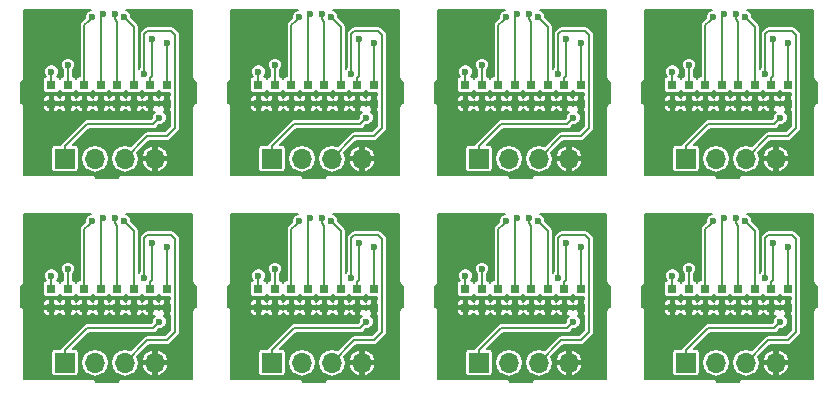
<source format=gtl>
G04 #@! TF.FileFunction,Copper,L1,Top,Signal*
%FSLAX46Y46*%
G04 Gerber Fmt 4.6, Leading zero omitted, Abs format (unit mm)*
G04 Created by KiCad (PCBNEW 4.0.5+dfsg1-4) date Sat May  5 18:48:22 2018*
%MOMM*%
%LPD*%
G01*
G04 APERTURE LIST*
%ADD10C,0.100000*%
%ADD11R,1.700000X1.700000*%
%ADD12O,1.700000X1.700000*%
%ADD13R,0.800000X0.800000*%
%ADD14C,0.600000*%
%ADD15C,0.203200*%
G04 APERTURE END LIST*
D10*
D11*
X197104000Y-135382000D03*
D12*
X199644000Y-135382000D03*
X202184000Y-135382000D03*
X204724000Y-135382000D03*
D11*
X179578000Y-135382000D03*
D12*
X182118000Y-135382000D03*
X184658000Y-135382000D03*
X187198000Y-135382000D03*
D11*
X144526000Y-135382000D03*
D12*
X147066000Y-135382000D03*
X149606000Y-135382000D03*
X152146000Y-135382000D03*
D11*
X162052000Y-135382000D03*
D12*
X164592000Y-135382000D03*
X167132000Y-135382000D03*
X169672000Y-135382000D03*
D13*
X184023000Y-129121000D03*
X184023000Y-130721000D03*
X188214000Y-129121000D03*
X188214000Y-130721000D03*
X182626000Y-129121000D03*
X182626000Y-130721000D03*
X185420000Y-129121000D03*
X185420000Y-130721000D03*
X186817000Y-129121000D03*
X186817000Y-130721000D03*
X205740000Y-129121000D03*
X205740000Y-130721000D03*
X204343000Y-129121000D03*
X204343000Y-130721000D03*
X202946000Y-129121000D03*
X202946000Y-130721000D03*
X201549000Y-129121000D03*
X201549000Y-130721000D03*
X200152000Y-129121000D03*
X200152000Y-130721000D03*
X197358000Y-129121000D03*
X197358000Y-130721000D03*
X198755000Y-129121000D03*
X198755000Y-130721000D03*
X195961000Y-129121000D03*
X195961000Y-130721000D03*
X178435000Y-129121000D03*
X178435000Y-130721000D03*
X181229000Y-129121000D03*
X181229000Y-130721000D03*
X179832000Y-129121000D03*
X179832000Y-130721000D03*
X170688000Y-129121000D03*
X170688000Y-130721000D03*
X147574000Y-129121000D03*
X147574000Y-130721000D03*
X153162000Y-129121000D03*
X153162000Y-130721000D03*
X151765000Y-129121000D03*
X151765000Y-130721000D03*
X150368000Y-129121000D03*
X150368000Y-130721000D03*
X148971000Y-129121000D03*
X148971000Y-130721000D03*
X144780000Y-129121000D03*
X144780000Y-130721000D03*
X143383000Y-129121000D03*
X143383000Y-130721000D03*
X146177000Y-129121000D03*
X146177000Y-130721000D03*
X166497000Y-129121000D03*
X166497000Y-130721000D03*
X169291000Y-129121000D03*
X169291000Y-130721000D03*
X167894000Y-129121000D03*
X167894000Y-130721000D03*
X165100000Y-129121000D03*
X165100000Y-130721000D03*
X160909000Y-129121000D03*
X160909000Y-130721000D03*
X162306000Y-129121000D03*
X162306000Y-130721000D03*
X163703000Y-129121000D03*
X163703000Y-130721000D03*
D11*
X179578000Y-118110000D03*
D12*
X182118000Y-118110000D03*
X184658000Y-118110000D03*
X187198000Y-118110000D03*
D11*
X197104000Y-118110000D03*
D12*
X199644000Y-118110000D03*
X202184000Y-118110000D03*
X204724000Y-118110000D03*
D13*
X195961000Y-111849000D03*
X195961000Y-113449000D03*
X197358000Y-111849000D03*
X197358000Y-113449000D03*
X198755000Y-111849000D03*
X198755000Y-113449000D03*
X188214000Y-111849000D03*
X188214000Y-113449000D03*
X185420000Y-111849000D03*
X185420000Y-113449000D03*
X186817000Y-111849000D03*
X186817000Y-113449000D03*
X184023000Y-111849000D03*
X184023000Y-113449000D03*
X182626000Y-111849000D03*
X182626000Y-113449000D03*
X181229000Y-111849000D03*
X181229000Y-113449000D03*
X178435000Y-111849000D03*
X178435000Y-113449000D03*
X179832000Y-111849000D03*
X179832000Y-113449000D03*
X204343000Y-111849000D03*
X204343000Y-113449000D03*
X205740000Y-111849000D03*
X205740000Y-113449000D03*
X201549000Y-111849000D03*
X201549000Y-113449000D03*
X200152000Y-111849000D03*
X200152000Y-113449000D03*
X202946000Y-111849000D03*
X202946000Y-113449000D03*
D11*
X162052000Y-118110000D03*
D12*
X164592000Y-118110000D03*
X167132000Y-118110000D03*
X169672000Y-118110000D03*
D13*
X162306000Y-111849000D03*
X162306000Y-113449000D03*
X160909000Y-111849000D03*
X160909000Y-113449000D03*
X163703000Y-111849000D03*
X163703000Y-113449000D03*
X170688000Y-111849000D03*
X170688000Y-113449000D03*
X166497000Y-111849000D03*
X166497000Y-113449000D03*
X167894000Y-111849000D03*
X167894000Y-113449000D03*
X169291000Y-111849000D03*
X169291000Y-113449000D03*
X165100000Y-111849000D03*
X165100000Y-113449000D03*
X143383000Y-111849000D03*
X143383000Y-113449000D03*
X144780000Y-111849000D03*
X144780000Y-113449000D03*
X146177000Y-111849000D03*
X146177000Y-113449000D03*
X147574000Y-111849000D03*
X147574000Y-113449000D03*
X148971000Y-111849000D03*
X148971000Y-113449000D03*
X150368000Y-111849000D03*
X150368000Y-113449000D03*
X151765000Y-111849000D03*
X151765000Y-113449000D03*
X153162000Y-111849000D03*
X153162000Y-113449000D03*
D11*
X144526000Y-118110000D03*
D12*
X147066000Y-118110000D03*
X149606000Y-118110000D03*
X152146000Y-118110000D03*
D14*
X195961000Y-128016000D03*
X143383000Y-128016000D03*
X160909000Y-128016000D03*
X178435000Y-128016000D03*
X195961000Y-110744000D03*
X178435000Y-110744000D03*
X160909000Y-110744000D03*
X143383000Y-110744000D03*
X197358000Y-127444500D03*
X144780000Y-127444500D03*
X162306000Y-127444500D03*
X179832000Y-127444500D03*
X197358000Y-110172500D03*
X179832000Y-110172500D03*
X162306000Y-110172500D03*
X144780000Y-110172500D03*
X199417437Y-123407788D03*
X164365437Y-123407788D03*
X181891437Y-123407788D03*
X146839437Y-123407788D03*
X199417437Y-106135788D03*
X181891437Y-106135788D03*
X164365437Y-106135788D03*
X146839437Y-106135788D03*
X200349526Y-123144502D03*
X165297526Y-123144502D03*
X182823526Y-123144502D03*
X147771526Y-123144502D03*
X200349526Y-105872502D03*
X182823526Y-105872502D03*
X165297526Y-105872502D03*
X147771526Y-105872502D03*
X201318164Y-123122616D03*
X166266164Y-123122616D03*
X183792164Y-123122616D03*
X148740164Y-123122616D03*
X201318164Y-105850616D03*
X183792164Y-105850616D03*
X166266164Y-105850616D03*
X148740164Y-105850616D03*
X202098209Y-123378534D03*
X167046209Y-123378534D03*
X184572209Y-123378534D03*
X149520209Y-123378534D03*
X202098209Y-106106534D03*
X184572209Y-106106534D03*
X167046209Y-106106534D03*
X149520209Y-106106534D03*
X204439810Y-125222000D03*
X186913810Y-125222000D03*
X151861810Y-125222000D03*
X169387810Y-125222000D03*
X204439810Y-107950000D03*
X186913810Y-107950000D03*
X169387810Y-107950000D03*
X151861810Y-107950000D03*
X205740000Y-125603000D03*
X188214000Y-125603000D03*
X153162000Y-125603000D03*
X170688000Y-125603000D03*
X205740000Y-108331000D03*
X188214000Y-108331000D03*
X170688000Y-108331000D03*
X153162000Y-108331000D03*
X205105000Y-131927600D03*
X187579000Y-131927600D03*
X152527000Y-131927600D03*
X170053000Y-131927600D03*
X205105000Y-114655600D03*
X187579000Y-114655600D03*
X170053000Y-114655600D03*
X152527000Y-114655600D03*
X203783874Y-128243620D03*
X186257874Y-128243620D03*
X151205874Y-128243620D03*
X168731874Y-128243620D03*
X203783874Y-110971620D03*
X186257874Y-110971620D03*
X168731874Y-110971620D03*
X151205874Y-110971620D03*
D15*
X195961000Y-128016000D02*
X195961000Y-129121000D01*
X143383000Y-128016000D02*
X143383000Y-129121000D01*
X160909000Y-128016000D02*
X160909000Y-129121000D01*
X178435000Y-128016000D02*
X178435000Y-129121000D01*
X195961000Y-110744000D02*
X195961000Y-111849000D01*
X178435000Y-110744000D02*
X178435000Y-111849000D01*
X160909000Y-110744000D02*
X160909000Y-111849000D01*
X143383000Y-110744000D02*
X143383000Y-111849000D01*
X197358000Y-127444500D02*
X197358000Y-129121000D01*
X144780000Y-127444500D02*
X144780000Y-129121000D01*
X162306000Y-127444500D02*
X162306000Y-129121000D01*
X179832000Y-127444500D02*
X179832000Y-129121000D01*
X197358000Y-110172500D02*
X197358000Y-111849000D01*
X179832000Y-110172500D02*
X179832000Y-111849000D01*
X162306000Y-110172500D02*
X162306000Y-111849000D01*
X144780000Y-110172500D02*
X144780000Y-111849000D01*
X198755000Y-124070225D02*
X199117438Y-123707787D01*
X198755000Y-129121000D02*
X198755000Y-124070225D01*
X199117438Y-123707787D02*
X199417437Y-123407788D01*
X146177000Y-124070225D02*
X146539438Y-123707787D01*
X146539438Y-123707787D02*
X146839437Y-123407788D01*
X146177000Y-129121000D02*
X146177000Y-124070225D01*
X163703000Y-124070225D02*
X164065438Y-123707787D01*
X164065438Y-123707787D02*
X164365437Y-123407788D01*
X163703000Y-129121000D02*
X163703000Y-124070225D01*
X181229000Y-129121000D02*
X181229000Y-124070225D01*
X181229000Y-124070225D02*
X181591438Y-123707787D01*
X181591438Y-123707787D02*
X181891437Y-123407788D01*
X198755000Y-111849000D02*
X198755000Y-106798225D01*
X198755000Y-106798225D02*
X199117438Y-106435787D01*
X199117438Y-106435787D02*
X199417437Y-106135788D01*
X181229000Y-111849000D02*
X181229000Y-106798225D01*
X181591438Y-106435787D02*
X181891437Y-106135788D01*
X181229000Y-106798225D02*
X181591438Y-106435787D01*
X164065438Y-106435787D02*
X164365437Y-106135788D01*
X163703000Y-106798225D02*
X164065438Y-106435787D01*
X163703000Y-111849000D02*
X163703000Y-106798225D01*
X146177000Y-111849000D02*
X146177000Y-106798225D01*
X146177000Y-106798225D02*
X146539438Y-106435787D01*
X146539438Y-106435787D02*
X146839437Y-106135788D01*
X200152000Y-123342028D02*
X200152000Y-129121000D01*
X200349526Y-123144502D02*
X200152000Y-123342028D01*
X147771526Y-123144502D02*
X147574000Y-123342028D01*
X147574000Y-123342028D02*
X147574000Y-129121000D01*
X165297526Y-123144502D02*
X165100000Y-123342028D01*
X165100000Y-123342028D02*
X165100000Y-129121000D01*
X182626000Y-123342028D02*
X182626000Y-129121000D01*
X182823526Y-123144502D02*
X182626000Y-123342028D01*
X200152000Y-106070028D02*
X200152000Y-111849000D01*
X200349526Y-105872502D02*
X200152000Y-106070028D01*
X182626000Y-106070028D02*
X182626000Y-111849000D01*
X182823526Y-105872502D02*
X182626000Y-106070028D01*
X165297526Y-105872502D02*
X165100000Y-106070028D01*
X165100000Y-106070028D02*
X165100000Y-111849000D01*
X147574000Y-106070028D02*
X147574000Y-111849000D01*
X147771526Y-105872502D02*
X147574000Y-106070028D01*
X201549000Y-123777716D02*
X201549000Y-129121000D01*
X201318164Y-123546880D02*
X201549000Y-123777716D01*
X201318164Y-123122616D02*
X201318164Y-123546880D01*
X148740164Y-123546880D02*
X148971000Y-123777716D01*
X148971000Y-123777716D02*
X148971000Y-129121000D01*
X148740164Y-123122616D02*
X148740164Y-123546880D01*
X166497000Y-123777716D02*
X166497000Y-129121000D01*
X166266164Y-123122616D02*
X166266164Y-123546880D01*
X166266164Y-123546880D02*
X166497000Y-123777716D01*
X184023000Y-123777716D02*
X184023000Y-129121000D01*
X183792164Y-123122616D02*
X183792164Y-123546880D01*
X183792164Y-123546880D02*
X184023000Y-123777716D01*
X201318164Y-106274880D02*
X201549000Y-106505716D01*
X201318164Y-105850616D02*
X201318164Y-106274880D01*
X201549000Y-106505716D02*
X201549000Y-111849000D01*
X183792164Y-105850616D02*
X183792164Y-106274880D01*
X184023000Y-106505716D02*
X184023000Y-111849000D01*
X183792164Y-106274880D02*
X184023000Y-106505716D01*
X166497000Y-106505716D02*
X166497000Y-111849000D01*
X166266164Y-106274880D02*
X166497000Y-106505716D01*
X166266164Y-105850616D02*
X166266164Y-106274880D01*
X148740164Y-105850616D02*
X148740164Y-106274880D01*
X148971000Y-106505716D02*
X148971000Y-111849000D01*
X148740164Y-106274880D02*
X148971000Y-106505716D01*
X202946000Y-129121000D02*
X202946000Y-124226325D01*
X202946000Y-124226325D02*
X202398208Y-123678533D01*
X202398208Y-123678533D02*
X202098209Y-123378534D01*
X149820208Y-123678533D02*
X149520209Y-123378534D01*
X150368000Y-124226325D02*
X149820208Y-123678533D01*
X150368000Y-129121000D02*
X150368000Y-124226325D01*
X167894000Y-129121000D02*
X167894000Y-124226325D01*
X167894000Y-124226325D02*
X167346208Y-123678533D01*
X167346208Y-123678533D02*
X167046209Y-123378534D01*
X185420000Y-129121000D02*
X185420000Y-124226325D01*
X184872208Y-123678533D02*
X184572209Y-123378534D01*
X185420000Y-124226325D02*
X184872208Y-123678533D01*
X202946000Y-106954325D02*
X202398208Y-106406533D01*
X202398208Y-106406533D02*
X202098209Y-106106534D01*
X202946000Y-111849000D02*
X202946000Y-106954325D01*
X185420000Y-111849000D02*
X185420000Y-106954325D01*
X185420000Y-106954325D02*
X184872208Y-106406533D01*
X184872208Y-106406533D02*
X184572209Y-106106534D01*
X167894000Y-111849000D02*
X167894000Y-106954325D01*
X167346208Y-106406533D02*
X167046209Y-106106534D01*
X167894000Y-106954325D02*
X167346208Y-106406533D01*
X149820208Y-106406533D02*
X149520209Y-106106534D01*
X150368000Y-106954325D02*
X149820208Y-106406533D01*
X150368000Y-111849000D02*
X150368000Y-106954325D01*
X204439810Y-125646264D02*
X204439810Y-125222000D01*
X204439810Y-128420990D02*
X204439810Y-125646264D01*
X204343000Y-128517800D02*
X204439810Y-128420990D01*
X204343000Y-129121000D02*
X204343000Y-128517800D01*
X151765000Y-129121000D02*
X151765000Y-128517800D01*
X151861810Y-128420990D02*
X151861810Y-125646264D01*
X151765000Y-128517800D02*
X151861810Y-128420990D01*
X151861810Y-125646264D02*
X151861810Y-125222000D01*
X169387810Y-125646264D02*
X169387810Y-125222000D01*
X169291000Y-129121000D02*
X169291000Y-128517800D01*
X169387810Y-128420990D02*
X169387810Y-125646264D01*
X169291000Y-128517800D02*
X169387810Y-128420990D01*
X186913810Y-128420990D02*
X186913810Y-125646264D01*
X186817000Y-129121000D02*
X186817000Y-128517800D01*
X186817000Y-128517800D02*
X186913810Y-128420990D01*
X186913810Y-125646264D02*
X186913810Y-125222000D01*
X204439810Y-108374264D02*
X204439810Y-107950000D01*
X204343000Y-111245800D02*
X204439810Y-111148990D01*
X204439810Y-111148990D02*
X204439810Y-108374264D01*
X204343000Y-111849000D02*
X204343000Y-111245800D01*
X186817000Y-111849000D02*
X186817000Y-111245800D01*
X186817000Y-111245800D02*
X186913810Y-111148990D01*
X186913810Y-108374264D02*
X186913810Y-107950000D01*
X186913810Y-111148990D02*
X186913810Y-108374264D01*
X169291000Y-111245800D02*
X169387810Y-111148990D01*
X169291000Y-111849000D02*
X169291000Y-111245800D01*
X169387810Y-111148990D02*
X169387810Y-108374264D01*
X169387810Y-108374264D02*
X169387810Y-107950000D01*
X151861810Y-108374264D02*
X151861810Y-107950000D01*
X151861810Y-111148990D02*
X151861810Y-108374264D01*
X151765000Y-111245800D02*
X151861810Y-111148990D01*
X151765000Y-111849000D02*
X151765000Y-111245800D01*
X205740000Y-125603000D02*
X205740000Y-129121000D01*
X153162000Y-125603000D02*
X153162000Y-129121000D01*
X170688000Y-125603000D02*
X170688000Y-129121000D01*
X188214000Y-125603000D02*
X188214000Y-129121000D01*
X205740000Y-108331000D02*
X205740000Y-111849000D01*
X188214000Y-108331000D02*
X188214000Y-111849000D01*
X170688000Y-108331000D02*
X170688000Y-111849000D01*
X153162000Y-108331000D02*
X153162000Y-111849000D01*
X197104000Y-134328800D02*
X198971800Y-132461000D01*
X197104000Y-135382000D02*
X197104000Y-134328800D01*
X198971800Y-132461000D02*
X204571600Y-132461000D01*
X204571600Y-132461000D02*
X205105000Y-131927600D01*
X151993600Y-132461000D02*
X152527000Y-131927600D01*
X144526000Y-134328800D02*
X146393800Y-132461000D01*
X146393800Y-132461000D02*
X151993600Y-132461000D01*
X144526000Y-135382000D02*
X144526000Y-134328800D01*
X162052000Y-135382000D02*
X162052000Y-134328800D01*
X162052000Y-134328800D02*
X163919800Y-132461000D01*
X169519600Y-132461000D02*
X170053000Y-131927600D01*
X163919800Y-132461000D02*
X169519600Y-132461000D01*
X179578000Y-135382000D02*
X179578000Y-134328800D01*
X181445800Y-132461000D02*
X187045600Y-132461000D01*
X179578000Y-134328800D02*
X181445800Y-132461000D01*
X187045600Y-132461000D02*
X187579000Y-131927600D01*
X198971800Y-115189000D02*
X204571600Y-115189000D01*
X197104000Y-117056800D02*
X198971800Y-115189000D01*
X197104000Y-118110000D02*
X197104000Y-117056800D01*
X204571600Y-115189000D02*
X205105000Y-114655600D01*
X187045600Y-115189000D02*
X187579000Y-114655600D01*
X179578000Y-118110000D02*
X179578000Y-117056800D01*
X179578000Y-117056800D02*
X181445800Y-115189000D01*
X181445800Y-115189000D02*
X187045600Y-115189000D01*
X169519600Y-115189000D02*
X170053000Y-114655600D01*
X162052000Y-117056800D02*
X163919800Y-115189000D01*
X162052000Y-118110000D02*
X162052000Y-117056800D01*
X163919800Y-115189000D02*
X169519600Y-115189000D01*
X146393800Y-115189000D02*
X151993600Y-115189000D01*
X151993600Y-115189000D02*
X152527000Y-114655600D01*
X144526000Y-118110000D02*
X144526000Y-117056800D01*
X144526000Y-117056800D02*
X146393800Y-115189000D01*
X204089000Y-133477000D02*
X202184000Y-135382000D01*
X204089000Y-124587000D02*
X206121000Y-124587000D01*
X206121000Y-124587000D02*
X206444801Y-124910801D01*
X203835000Y-124841000D02*
X204089000Y-124587000D01*
X203783874Y-128243620D02*
X203783874Y-127819356D01*
X203783874Y-127819356D02*
X203835000Y-127768230D01*
X205740000Y-133477000D02*
X204089000Y-133477000D01*
X206444801Y-132772199D02*
X205740000Y-133477000D01*
X206444801Y-124910801D02*
X206444801Y-132772199D01*
X203835000Y-127768230D02*
X203835000Y-124841000D01*
X151205874Y-127819356D02*
X151257000Y-127768230D01*
X151205874Y-128243620D02*
X151205874Y-127819356D01*
X151257000Y-127768230D02*
X151257000Y-124841000D01*
X151257000Y-124841000D02*
X151511000Y-124587000D01*
X151511000Y-124587000D02*
X153543000Y-124587000D01*
X153543000Y-124587000D02*
X153866801Y-124910801D01*
X153866801Y-132772199D02*
X153162000Y-133477000D01*
X153866801Y-124910801D02*
X153866801Y-132772199D01*
X153162000Y-133477000D02*
X151511000Y-133477000D01*
X151511000Y-133477000D02*
X149606000Y-135382000D01*
X168783000Y-124841000D02*
X169037000Y-124587000D01*
X169037000Y-124587000D02*
X171069000Y-124587000D01*
X171069000Y-124587000D02*
X171392801Y-124910801D01*
X169037000Y-133477000D02*
X167132000Y-135382000D01*
X171392801Y-132772199D02*
X170688000Y-133477000D01*
X170688000Y-133477000D02*
X169037000Y-133477000D01*
X171392801Y-124910801D02*
X171392801Y-132772199D01*
X168783000Y-127768230D02*
X168783000Y-124841000D01*
X168731874Y-128243620D02*
X168731874Y-127819356D01*
X168731874Y-127819356D02*
X168783000Y-127768230D01*
X186257874Y-128243620D02*
X186257874Y-127819356D01*
X186257874Y-127819356D02*
X186309000Y-127768230D01*
X186563000Y-133477000D02*
X184658000Y-135382000D01*
X186563000Y-124587000D02*
X188595000Y-124587000D01*
X188214000Y-133477000D02*
X186563000Y-133477000D01*
X188918801Y-132772199D02*
X188214000Y-133477000D01*
X186309000Y-127768230D02*
X186309000Y-124841000D01*
X186309000Y-124841000D02*
X186563000Y-124587000D01*
X188918801Y-124910801D02*
X188918801Y-132772199D01*
X188595000Y-124587000D02*
X188918801Y-124910801D01*
X204089000Y-116205000D02*
X202184000Y-118110000D01*
X206444801Y-107638801D02*
X206444801Y-115500199D01*
X206121000Y-107315000D02*
X206444801Y-107638801D01*
X204089000Y-107315000D02*
X206121000Y-107315000D01*
X203835000Y-107569000D02*
X204089000Y-107315000D01*
X205740000Y-116205000D02*
X204089000Y-116205000D01*
X206444801Y-115500199D02*
X205740000Y-116205000D01*
X203783874Y-110971620D02*
X203783874Y-110547356D01*
X203783874Y-110547356D02*
X203835000Y-110496230D01*
X203835000Y-110496230D02*
X203835000Y-107569000D01*
X188918801Y-107638801D02*
X188918801Y-115500199D01*
X186257874Y-110971620D02*
X186257874Y-110547356D01*
X188214000Y-116205000D02*
X186563000Y-116205000D01*
X186563000Y-116205000D02*
X184658000Y-118110000D01*
X188918801Y-115500199D02*
X188214000Y-116205000D01*
X186309000Y-107569000D02*
X186563000Y-107315000D01*
X188595000Y-107315000D02*
X188918801Y-107638801D01*
X186563000Y-107315000D02*
X188595000Y-107315000D01*
X186309000Y-110496230D02*
X186309000Y-107569000D01*
X186257874Y-110547356D02*
X186309000Y-110496230D01*
X168731874Y-110971620D02*
X168731874Y-110547356D01*
X171392801Y-115500199D02*
X170688000Y-116205000D01*
X169037000Y-107315000D02*
X171069000Y-107315000D01*
X171069000Y-107315000D02*
X171392801Y-107638801D01*
X170688000Y-116205000D02*
X169037000Y-116205000D01*
X171392801Y-107638801D02*
X171392801Y-115500199D01*
X168731874Y-110547356D02*
X168783000Y-110496230D01*
X168783000Y-110496230D02*
X168783000Y-107569000D01*
X168783000Y-107569000D02*
X169037000Y-107315000D01*
X169037000Y-116205000D02*
X167132000Y-118110000D01*
X151205874Y-110971620D02*
X151205874Y-110547356D01*
X153162000Y-116205000D02*
X151511000Y-116205000D01*
X151205874Y-110547356D02*
X151257000Y-110496230D01*
X153543000Y-107315000D02*
X153866801Y-107638801D01*
X151257000Y-110496230D02*
X151257000Y-107569000D01*
X151257000Y-107569000D02*
X151511000Y-107315000D01*
X151511000Y-107315000D02*
X153543000Y-107315000D01*
X153866801Y-107638801D02*
X153866801Y-115500199D01*
X153866801Y-115500199D02*
X153162000Y-116205000D01*
X151511000Y-116205000D02*
X149606000Y-118110000D01*
G36*
X146497293Y-105622764D02*
X146327011Y-105792749D01*
X146234742Y-106014958D01*
X146234610Y-106165879D01*
X145889632Y-106510857D01*
X145801535Y-106642702D01*
X145770600Y-106798225D01*
X145770600Y-111139433D01*
X145664048Y-111159482D01*
X145560308Y-111226237D01*
X145490713Y-111328093D01*
X145478951Y-111386178D01*
X145469518Y-111336048D01*
X145402763Y-111232308D01*
X145300907Y-111162713D01*
X145186400Y-111139525D01*
X145186400Y-110621380D01*
X145292426Y-110515539D01*
X145384695Y-110293330D01*
X145384905Y-110052726D01*
X145293024Y-109830356D01*
X145123039Y-109660074D01*
X144900830Y-109567805D01*
X144660226Y-109567595D01*
X144437856Y-109659476D01*
X144267574Y-109829461D01*
X144175305Y-110051670D01*
X144175095Y-110292274D01*
X144266976Y-110514644D01*
X144373600Y-110621454D01*
X144373600Y-111139433D01*
X144267048Y-111159482D01*
X144163308Y-111226237D01*
X144093713Y-111328093D01*
X144081951Y-111386178D01*
X144072518Y-111336048D01*
X144005763Y-111232308D01*
X143903907Y-111162713D01*
X143833834Y-111148523D01*
X143895426Y-111087039D01*
X143987695Y-110864830D01*
X143987905Y-110624226D01*
X143896024Y-110401856D01*
X143726039Y-110231574D01*
X143503830Y-110139305D01*
X143263226Y-110139095D01*
X143040856Y-110230976D01*
X142870574Y-110400961D01*
X142778305Y-110623170D01*
X142778095Y-110863774D01*
X142869976Y-111086144D01*
X142931621Y-111147896D01*
X142870048Y-111159482D01*
X142766308Y-111226237D01*
X142696713Y-111328093D01*
X142672229Y-111449000D01*
X142672229Y-112249000D01*
X142693482Y-112361952D01*
X142760237Y-112465692D01*
X142862093Y-112535287D01*
X142983000Y-112559771D01*
X143783000Y-112559771D01*
X143895952Y-112538518D01*
X143999692Y-112471763D01*
X144069287Y-112369907D01*
X144081049Y-112311822D01*
X144090482Y-112361952D01*
X144157237Y-112465692D01*
X144259093Y-112535287D01*
X144380000Y-112559771D01*
X145180000Y-112559771D01*
X145292952Y-112538518D01*
X145396692Y-112471763D01*
X145466287Y-112369907D01*
X145478049Y-112311822D01*
X145487482Y-112361952D01*
X145554237Y-112465692D01*
X145656093Y-112535287D01*
X145777000Y-112559771D01*
X146577000Y-112559771D01*
X146689952Y-112538518D01*
X146793692Y-112471763D01*
X146863287Y-112369907D01*
X146875049Y-112311822D01*
X146884482Y-112361952D01*
X146951237Y-112465692D01*
X147053093Y-112535287D01*
X147174000Y-112559771D01*
X147974000Y-112559771D01*
X148086952Y-112538518D01*
X148190692Y-112471763D01*
X148260287Y-112369907D01*
X148272049Y-112311822D01*
X148281482Y-112361952D01*
X148348237Y-112465692D01*
X148450093Y-112535287D01*
X148571000Y-112559771D01*
X149371000Y-112559771D01*
X149483952Y-112538518D01*
X149587692Y-112471763D01*
X149657287Y-112369907D01*
X149669049Y-112311822D01*
X149678482Y-112361952D01*
X149745237Y-112465692D01*
X149847093Y-112535287D01*
X149968000Y-112559771D01*
X150768000Y-112559771D01*
X150880952Y-112538518D01*
X150984692Y-112471763D01*
X151054287Y-112369907D01*
X151066049Y-112311822D01*
X151075482Y-112361952D01*
X151142237Y-112465692D01*
X151244093Y-112535287D01*
X151365000Y-112559771D01*
X152165000Y-112559771D01*
X152277952Y-112538518D01*
X152381692Y-112471763D01*
X152451287Y-112369907D01*
X152463049Y-112311822D01*
X152472482Y-112361952D01*
X152539237Y-112465692D01*
X152641093Y-112535287D01*
X152762000Y-112559771D01*
X153460401Y-112559771D01*
X153460401Y-112744200D01*
X153390600Y-112744200D01*
X153314400Y-112820400D01*
X153314400Y-113296600D01*
X153334400Y-113296600D01*
X153334400Y-113601400D01*
X153314400Y-113601400D01*
X153314400Y-114077600D01*
X153390600Y-114153800D01*
X153460401Y-114153800D01*
X153460401Y-115331863D01*
X152993664Y-115798600D01*
X151511000Y-115798600D01*
X151355477Y-115829535D01*
X151286441Y-115875664D01*
X151223632Y-115917632D01*
X150091600Y-117049664D01*
X150047923Y-117020480D01*
X149606000Y-116932576D01*
X149164077Y-117020480D01*
X148789433Y-117270809D01*
X148539104Y-117645453D01*
X148451200Y-118087376D01*
X148451200Y-118132624D01*
X148539104Y-118574547D01*
X148789433Y-118949191D01*
X149164077Y-119199520D01*
X149606000Y-119287424D01*
X150047923Y-119199520D01*
X150422567Y-118949191D01*
X150672896Y-118574547D01*
X150699739Y-118439597D01*
X151039219Y-118439597D01*
X151249599Y-118838055D01*
X151596448Y-119125673D01*
X151816406Y-119216766D01*
X151993600Y-119177779D01*
X151993600Y-118262400D01*
X152298400Y-118262400D01*
X152298400Y-119177779D01*
X152475594Y-119216766D01*
X152695552Y-119125673D01*
X153042401Y-118838055D01*
X153252781Y-118439597D01*
X153214515Y-118262400D01*
X152298400Y-118262400D01*
X151993600Y-118262400D01*
X151077485Y-118262400D01*
X151039219Y-118439597D01*
X150699739Y-118439597D01*
X150760800Y-118132624D01*
X150760800Y-118087376D01*
X150699740Y-117780403D01*
X151039219Y-117780403D01*
X151077485Y-117957600D01*
X151993600Y-117957600D01*
X151993600Y-117042221D01*
X152298400Y-117042221D01*
X152298400Y-117957600D01*
X153214515Y-117957600D01*
X153252781Y-117780403D01*
X153042401Y-117381945D01*
X152695552Y-117094327D01*
X152475594Y-117003234D01*
X152298400Y-117042221D01*
X151993600Y-117042221D01*
X151816406Y-117003234D01*
X151596448Y-117094327D01*
X151249599Y-117381945D01*
X151039219Y-117780403D01*
X150699740Y-117780403D01*
X150672896Y-117645453D01*
X150661836Y-117628900D01*
X151679336Y-116611400D01*
X153162000Y-116611400D01*
X153317523Y-116580465D01*
X153449368Y-116492368D01*
X154154169Y-115787567D01*
X154242266Y-115655722D01*
X154273201Y-115500199D01*
X154273201Y-107638801D01*
X154242266Y-107483278D01*
X154154169Y-107351433D01*
X153830368Y-107027632D01*
X153698523Y-106939535D01*
X153543000Y-106908600D01*
X151511000Y-106908600D01*
X151355477Y-106939535D01*
X151223632Y-107027632D01*
X150969632Y-107281632D01*
X150881535Y-107413477D01*
X150850600Y-107569000D01*
X150850600Y-110361615D01*
X150830409Y-110391833D01*
X150805583Y-110516641D01*
X150774400Y-110547770D01*
X150774400Y-106954325D01*
X150743465Y-106798802D01*
X150655368Y-106666957D01*
X150124983Y-106136572D01*
X150125114Y-105986760D01*
X150033233Y-105764390D01*
X149863248Y-105594108D01*
X149722826Y-105535800D01*
X155322200Y-105535800D01*
X155322200Y-111252000D01*
X155351111Y-111397343D01*
X155433441Y-111520559D01*
X155556657Y-111602889D01*
X155598006Y-111611114D01*
X155587808Y-111635674D01*
X155587592Y-111883240D01*
X155600400Y-111914238D01*
X155600400Y-112367349D01*
X155587808Y-112397674D01*
X155587592Y-112645240D01*
X155600400Y-112676238D01*
X155600400Y-113129349D01*
X155587808Y-113159674D01*
X155587592Y-113407240D01*
X155598175Y-113432852D01*
X155556657Y-113441111D01*
X155433441Y-113523441D01*
X155351111Y-113646657D01*
X155322200Y-113792000D01*
X155322200Y-119508200D01*
X149352000Y-119508200D01*
X149206657Y-119537111D01*
X149083441Y-119619441D01*
X149001111Y-119742657D01*
X148992886Y-119784006D01*
X148968326Y-119773808D01*
X148720760Y-119773592D01*
X148689762Y-119786400D01*
X148236651Y-119786400D01*
X148206326Y-119773808D01*
X147958760Y-119773592D01*
X147927762Y-119786400D01*
X147474651Y-119786400D01*
X147444326Y-119773808D01*
X147196760Y-119773592D01*
X147171148Y-119784175D01*
X147162889Y-119742657D01*
X147080559Y-119619441D01*
X146957343Y-119537111D01*
X146812000Y-119508200D01*
X141095800Y-119508200D01*
X141095800Y-117260000D01*
X143365229Y-117260000D01*
X143365229Y-118960000D01*
X143386482Y-119072952D01*
X143453237Y-119176692D01*
X143555093Y-119246287D01*
X143676000Y-119270771D01*
X145376000Y-119270771D01*
X145488952Y-119249518D01*
X145592692Y-119182763D01*
X145662287Y-119080907D01*
X145686771Y-118960000D01*
X145686771Y-118087376D01*
X145911200Y-118087376D01*
X145911200Y-118132624D01*
X145999104Y-118574547D01*
X146249433Y-118949191D01*
X146624077Y-119199520D01*
X147066000Y-119287424D01*
X147507923Y-119199520D01*
X147882567Y-118949191D01*
X148132896Y-118574547D01*
X148220800Y-118132624D01*
X148220800Y-118087376D01*
X148132896Y-117645453D01*
X147882567Y-117270809D01*
X147507923Y-117020480D01*
X147066000Y-116932576D01*
X146624077Y-117020480D01*
X146249433Y-117270809D01*
X145999104Y-117645453D01*
X145911200Y-118087376D01*
X145686771Y-118087376D01*
X145686771Y-117260000D01*
X145665518Y-117147048D01*
X145598763Y-117043308D01*
X145496907Y-116973713D01*
X145376000Y-116949229D01*
X145208307Y-116949229D01*
X146562136Y-115595400D01*
X151993600Y-115595400D01*
X152149123Y-115564465D01*
X152280968Y-115476368D01*
X152496962Y-115260374D01*
X152646774Y-115260505D01*
X152869144Y-115168624D01*
X153039426Y-114998639D01*
X153131695Y-114776430D01*
X153131905Y-114535826D01*
X153040024Y-114313456D01*
X152880646Y-114153800D01*
X152933400Y-114153800D01*
X153009600Y-114077600D01*
X153009600Y-113601400D01*
X152533400Y-113601400D01*
X152463500Y-113671300D01*
X152393600Y-113601400D01*
X151917400Y-113601400D01*
X151917400Y-114077600D01*
X151993600Y-114153800D01*
X152173612Y-114153800D01*
X152014574Y-114312561D01*
X151922305Y-114534770D01*
X151922173Y-114685690D01*
X151825264Y-114782600D01*
X146393800Y-114782600D01*
X146238277Y-114813535D01*
X146106432Y-114901632D01*
X144238632Y-116769432D01*
X144150535Y-116901277D01*
X144140997Y-116949229D01*
X143676000Y-116949229D01*
X143563048Y-116970482D01*
X143459308Y-117037237D01*
X143389713Y-117139093D01*
X143365229Y-117260000D01*
X141095800Y-117260000D01*
X141095800Y-113792000D01*
X141073045Y-113677600D01*
X142678200Y-113677600D01*
X142678200Y-113909628D01*
X142724603Y-114021655D01*
X142810344Y-114107397D01*
X142922371Y-114153800D01*
X143154400Y-114153800D01*
X143230600Y-114077600D01*
X143230600Y-113601400D01*
X143535400Y-113601400D01*
X143535400Y-114077600D01*
X143611600Y-114153800D01*
X143843629Y-114153800D01*
X143955656Y-114107397D01*
X144041397Y-114021655D01*
X144081500Y-113924838D01*
X144121603Y-114021655D01*
X144207344Y-114107397D01*
X144319371Y-114153800D01*
X144551400Y-114153800D01*
X144627600Y-114077600D01*
X144627600Y-113601400D01*
X144932400Y-113601400D01*
X144932400Y-114077600D01*
X145008600Y-114153800D01*
X145240629Y-114153800D01*
X145352656Y-114107397D01*
X145438397Y-114021655D01*
X145478500Y-113924838D01*
X145518603Y-114021655D01*
X145604344Y-114107397D01*
X145716371Y-114153800D01*
X145948400Y-114153800D01*
X146024600Y-114077600D01*
X146024600Y-113601400D01*
X146329400Y-113601400D01*
X146329400Y-114077600D01*
X146405600Y-114153800D01*
X146637629Y-114153800D01*
X146749656Y-114107397D01*
X146835397Y-114021655D01*
X146875500Y-113924838D01*
X146915603Y-114021655D01*
X147001344Y-114107397D01*
X147113371Y-114153800D01*
X147345400Y-114153800D01*
X147421600Y-114077600D01*
X147421600Y-113601400D01*
X147726400Y-113601400D01*
X147726400Y-114077600D01*
X147802600Y-114153800D01*
X148034629Y-114153800D01*
X148146656Y-114107397D01*
X148232397Y-114021655D01*
X148272500Y-113924838D01*
X148312603Y-114021655D01*
X148398344Y-114107397D01*
X148510371Y-114153800D01*
X148742400Y-114153800D01*
X148818600Y-114077600D01*
X148818600Y-113601400D01*
X149123400Y-113601400D01*
X149123400Y-114077600D01*
X149199600Y-114153800D01*
X149431629Y-114153800D01*
X149543656Y-114107397D01*
X149629397Y-114021655D01*
X149669500Y-113924838D01*
X149709603Y-114021655D01*
X149795344Y-114107397D01*
X149907371Y-114153800D01*
X150139400Y-114153800D01*
X150215600Y-114077600D01*
X150215600Y-113601400D01*
X150520400Y-113601400D01*
X150520400Y-114077600D01*
X150596600Y-114153800D01*
X150828629Y-114153800D01*
X150940656Y-114107397D01*
X151026397Y-114021655D01*
X151066500Y-113924838D01*
X151106603Y-114021655D01*
X151192344Y-114107397D01*
X151304371Y-114153800D01*
X151536400Y-114153800D01*
X151612600Y-114077600D01*
X151612600Y-113601400D01*
X151136400Y-113601400D01*
X151066500Y-113671300D01*
X150996600Y-113601400D01*
X150520400Y-113601400D01*
X150215600Y-113601400D01*
X149739400Y-113601400D01*
X149669500Y-113671300D01*
X149599600Y-113601400D01*
X149123400Y-113601400D01*
X148818600Y-113601400D01*
X148342400Y-113601400D01*
X148272500Y-113671300D01*
X148202600Y-113601400D01*
X147726400Y-113601400D01*
X147421600Y-113601400D01*
X146945400Y-113601400D01*
X146875500Y-113671300D01*
X146805600Y-113601400D01*
X146329400Y-113601400D01*
X146024600Y-113601400D01*
X145548400Y-113601400D01*
X145478500Y-113671300D01*
X145408600Y-113601400D01*
X144932400Y-113601400D01*
X144627600Y-113601400D01*
X144151400Y-113601400D01*
X144081500Y-113671300D01*
X144011600Y-113601400D01*
X143535400Y-113601400D01*
X143230600Y-113601400D01*
X142754400Y-113601400D01*
X142678200Y-113677600D01*
X141073045Y-113677600D01*
X141066889Y-113646657D01*
X140984559Y-113523441D01*
X140861343Y-113441111D01*
X140819994Y-113432886D01*
X140830192Y-113408326D01*
X140830408Y-113160760D01*
X140817600Y-113129762D01*
X140817600Y-112988372D01*
X142678200Y-112988372D01*
X142678200Y-113220400D01*
X142754400Y-113296600D01*
X143230600Y-113296600D01*
X143230600Y-112820400D01*
X143535400Y-112820400D01*
X143535400Y-113296600D01*
X144011600Y-113296600D01*
X144081500Y-113226700D01*
X144151400Y-113296600D01*
X144627600Y-113296600D01*
X144627600Y-112820400D01*
X144932400Y-112820400D01*
X144932400Y-113296600D01*
X145408600Y-113296600D01*
X145478500Y-113226700D01*
X145548400Y-113296600D01*
X146024600Y-113296600D01*
X146024600Y-112820400D01*
X146329400Y-112820400D01*
X146329400Y-113296600D01*
X146805600Y-113296600D01*
X146875500Y-113226700D01*
X146945400Y-113296600D01*
X147421600Y-113296600D01*
X147421600Y-112820400D01*
X147726400Y-112820400D01*
X147726400Y-113296600D01*
X148202600Y-113296600D01*
X148272500Y-113226700D01*
X148342400Y-113296600D01*
X148818600Y-113296600D01*
X148818600Y-112820400D01*
X149123400Y-112820400D01*
X149123400Y-113296600D01*
X149599600Y-113296600D01*
X149669500Y-113226700D01*
X149739400Y-113296600D01*
X150215600Y-113296600D01*
X150215600Y-112820400D01*
X150520400Y-112820400D01*
X150520400Y-113296600D01*
X150996600Y-113296600D01*
X151066500Y-113226700D01*
X151136400Y-113296600D01*
X151612600Y-113296600D01*
X151612600Y-112820400D01*
X151917400Y-112820400D01*
X151917400Y-113296600D01*
X152393600Y-113296600D01*
X152463500Y-113226700D01*
X152533400Y-113296600D01*
X153009600Y-113296600D01*
X153009600Y-112820400D01*
X152933400Y-112744200D01*
X152701371Y-112744200D01*
X152589344Y-112790603D01*
X152503603Y-112876345D01*
X152463500Y-112973162D01*
X152423397Y-112876345D01*
X152337656Y-112790603D01*
X152225629Y-112744200D01*
X151993600Y-112744200D01*
X151917400Y-112820400D01*
X151612600Y-112820400D01*
X151536400Y-112744200D01*
X151304371Y-112744200D01*
X151192344Y-112790603D01*
X151106603Y-112876345D01*
X151066500Y-112973162D01*
X151026397Y-112876345D01*
X150940656Y-112790603D01*
X150828629Y-112744200D01*
X150596600Y-112744200D01*
X150520400Y-112820400D01*
X150215600Y-112820400D01*
X150139400Y-112744200D01*
X149907371Y-112744200D01*
X149795344Y-112790603D01*
X149709603Y-112876345D01*
X149669500Y-112973162D01*
X149629397Y-112876345D01*
X149543656Y-112790603D01*
X149431629Y-112744200D01*
X149199600Y-112744200D01*
X149123400Y-112820400D01*
X148818600Y-112820400D01*
X148742400Y-112744200D01*
X148510371Y-112744200D01*
X148398344Y-112790603D01*
X148312603Y-112876345D01*
X148272500Y-112973162D01*
X148232397Y-112876345D01*
X148146656Y-112790603D01*
X148034629Y-112744200D01*
X147802600Y-112744200D01*
X147726400Y-112820400D01*
X147421600Y-112820400D01*
X147345400Y-112744200D01*
X147113371Y-112744200D01*
X147001344Y-112790603D01*
X146915603Y-112876345D01*
X146875500Y-112973162D01*
X146835397Y-112876345D01*
X146749656Y-112790603D01*
X146637629Y-112744200D01*
X146405600Y-112744200D01*
X146329400Y-112820400D01*
X146024600Y-112820400D01*
X145948400Y-112744200D01*
X145716371Y-112744200D01*
X145604344Y-112790603D01*
X145518603Y-112876345D01*
X145478500Y-112973162D01*
X145438397Y-112876345D01*
X145352656Y-112790603D01*
X145240629Y-112744200D01*
X145008600Y-112744200D01*
X144932400Y-112820400D01*
X144627600Y-112820400D01*
X144551400Y-112744200D01*
X144319371Y-112744200D01*
X144207344Y-112790603D01*
X144121603Y-112876345D01*
X144081500Y-112973162D01*
X144041397Y-112876345D01*
X143955656Y-112790603D01*
X143843629Y-112744200D01*
X143611600Y-112744200D01*
X143535400Y-112820400D01*
X143230600Y-112820400D01*
X143154400Y-112744200D01*
X142922371Y-112744200D01*
X142810344Y-112790603D01*
X142724603Y-112876345D01*
X142678200Y-112988372D01*
X140817600Y-112988372D01*
X140817600Y-112676651D01*
X140830192Y-112646326D01*
X140830408Y-112398760D01*
X140817600Y-112367762D01*
X140817600Y-111914651D01*
X140830192Y-111884326D01*
X140830408Y-111636760D01*
X140819825Y-111611148D01*
X140861343Y-111602889D01*
X140984559Y-111520559D01*
X141066889Y-111397343D01*
X141095800Y-111252000D01*
X141095800Y-105535800D01*
X146707763Y-105535800D01*
X146497293Y-105622764D01*
X146497293Y-105622764D01*
G37*
X146497293Y-105622764D02*
X146327011Y-105792749D01*
X146234742Y-106014958D01*
X146234610Y-106165879D01*
X145889632Y-106510857D01*
X145801535Y-106642702D01*
X145770600Y-106798225D01*
X145770600Y-111139433D01*
X145664048Y-111159482D01*
X145560308Y-111226237D01*
X145490713Y-111328093D01*
X145478951Y-111386178D01*
X145469518Y-111336048D01*
X145402763Y-111232308D01*
X145300907Y-111162713D01*
X145186400Y-111139525D01*
X145186400Y-110621380D01*
X145292426Y-110515539D01*
X145384695Y-110293330D01*
X145384905Y-110052726D01*
X145293024Y-109830356D01*
X145123039Y-109660074D01*
X144900830Y-109567805D01*
X144660226Y-109567595D01*
X144437856Y-109659476D01*
X144267574Y-109829461D01*
X144175305Y-110051670D01*
X144175095Y-110292274D01*
X144266976Y-110514644D01*
X144373600Y-110621454D01*
X144373600Y-111139433D01*
X144267048Y-111159482D01*
X144163308Y-111226237D01*
X144093713Y-111328093D01*
X144081951Y-111386178D01*
X144072518Y-111336048D01*
X144005763Y-111232308D01*
X143903907Y-111162713D01*
X143833834Y-111148523D01*
X143895426Y-111087039D01*
X143987695Y-110864830D01*
X143987905Y-110624226D01*
X143896024Y-110401856D01*
X143726039Y-110231574D01*
X143503830Y-110139305D01*
X143263226Y-110139095D01*
X143040856Y-110230976D01*
X142870574Y-110400961D01*
X142778305Y-110623170D01*
X142778095Y-110863774D01*
X142869976Y-111086144D01*
X142931621Y-111147896D01*
X142870048Y-111159482D01*
X142766308Y-111226237D01*
X142696713Y-111328093D01*
X142672229Y-111449000D01*
X142672229Y-112249000D01*
X142693482Y-112361952D01*
X142760237Y-112465692D01*
X142862093Y-112535287D01*
X142983000Y-112559771D01*
X143783000Y-112559771D01*
X143895952Y-112538518D01*
X143999692Y-112471763D01*
X144069287Y-112369907D01*
X144081049Y-112311822D01*
X144090482Y-112361952D01*
X144157237Y-112465692D01*
X144259093Y-112535287D01*
X144380000Y-112559771D01*
X145180000Y-112559771D01*
X145292952Y-112538518D01*
X145396692Y-112471763D01*
X145466287Y-112369907D01*
X145478049Y-112311822D01*
X145487482Y-112361952D01*
X145554237Y-112465692D01*
X145656093Y-112535287D01*
X145777000Y-112559771D01*
X146577000Y-112559771D01*
X146689952Y-112538518D01*
X146793692Y-112471763D01*
X146863287Y-112369907D01*
X146875049Y-112311822D01*
X146884482Y-112361952D01*
X146951237Y-112465692D01*
X147053093Y-112535287D01*
X147174000Y-112559771D01*
X147974000Y-112559771D01*
X148086952Y-112538518D01*
X148190692Y-112471763D01*
X148260287Y-112369907D01*
X148272049Y-112311822D01*
X148281482Y-112361952D01*
X148348237Y-112465692D01*
X148450093Y-112535287D01*
X148571000Y-112559771D01*
X149371000Y-112559771D01*
X149483952Y-112538518D01*
X149587692Y-112471763D01*
X149657287Y-112369907D01*
X149669049Y-112311822D01*
X149678482Y-112361952D01*
X149745237Y-112465692D01*
X149847093Y-112535287D01*
X149968000Y-112559771D01*
X150768000Y-112559771D01*
X150880952Y-112538518D01*
X150984692Y-112471763D01*
X151054287Y-112369907D01*
X151066049Y-112311822D01*
X151075482Y-112361952D01*
X151142237Y-112465692D01*
X151244093Y-112535287D01*
X151365000Y-112559771D01*
X152165000Y-112559771D01*
X152277952Y-112538518D01*
X152381692Y-112471763D01*
X152451287Y-112369907D01*
X152463049Y-112311822D01*
X152472482Y-112361952D01*
X152539237Y-112465692D01*
X152641093Y-112535287D01*
X152762000Y-112559771D01*
X153460401Y-112559771D01*
X153460401Y-112744200D01*
X153390600Y-112744200D01*
X153314400Y-112820400D01*
X153314400Y-113296600D01*
X153334400Y-113296600D01*
X153334400Y-113601400D01*
X153314400Y-113601400D01*
X153314400Y-114077600D01*
X153390600Y-114153800D01*
X153460401Y-114153800D01*
X153460401Y-115331863D01*
X152993664Y-115798600D01*
X151511000Y-115798600D01*
X151355477Y-115829535D01*
X151286441Y-115875664D01*
X151223632Y-115917632D01*
X150091600Y-117049664D01*
X150047923Y-117020480D01*
X149606000Y-116932576D01*
X149164077Y-117020480D01*
X148789433Y-117270809D01*
X148539104Y-117645453D01*
X148451200Y-118087376D01*
X148451200Y-118132624D01*
X148539104Y-118574547D01*
X148789433Y-118949191D01*
X149164077Y-119199520D01*
X149606000Y-119287424D01*
X150047923Y-119199520D01*
X150422567Y-118949191D01*
X150672896Y-118574547D01*
X150699739Y-118439597D01*
X151039219Y-118439597D01*
X151249599Y-118838055D01*
X151596448Y-119125673D01*
X151816406Y-119216766D01*
X151993600Y-119177779D01*
X151993600Y-118262400D01*
X152298400Y-118262400D01*
X152298400Y-119177779D01*
X152475594Y-119216766D01*
X152695552Y-119125673D01*
X153042401Y-118838055D01*
X153252781Y-118439597D01*
X153214515Y-118262400D01*
X152298400Y-118262400D01*
X151993600Y-118262400D01*
X151077485Y-118262400D01*
X151039219Y-118439597D01*
X150699739Y-118439597D01*
X150760800Y-118132624D01*
X150760800Y-118087376D01*
X150699740Y-117780403D01*
X151039219Y-117780403D01*
X151077485Y-117957600D01*
X151993600Y-117957600D01*
X151993600Y-117042221D01*
X152298400Y-117042221D01*
X152298400Y-117957600D01*
X153214515Y-117957600D01*
X153252781Y-117780403D01*
X153042401Y-117381945D01*
X152695552Y-117094327D01*
X152475594Y-117003234D01*
X152298400Y-117042221D01*
X151993600Y-117042221D01*
X151816406Y-117003234D01*
X151596448Y-117094327D01*
X151249599Y-117381945D01*
X151039219Y-117780403D01*
X150699740Y-117780403D01*
X150672896Y-117645453D01*
X150661836Y-117628900D01*
X151679336Y-116611400D01*
X153162000Y-116611400D01*
X153317523Y-116580465D01*
X153449368Y-116492368D01*
X154154169Y-115787567D01*
X154242266Y-115655722D01*
X154273201Y-115500199D01*
X154273201Y-107638801D01*
X154242266Y-107483278D01*
X154154169Y-107351433D01*
X153830368Y-107027632D01*
X153698523Y-106939535D01*
X153543000Y-106908600D01*
X151511000Y-106908600D01*
X151355477Y-106939535D01*
X151223632Y-107027632D01*
X150969632Y-107281632D01*
X150881535Y-107413477D01*
X150850600Y-107569000D01*
X150850600Y-110361615D01*
X150830409Y-110391833D01*
X150805583Y-110516641D01*
X150774400Y-110547770D01*
X150774400Y-106954325D01*
X150743465Y-106798802D01*
X150655368Y-106666957D01*
X150124983Y-106136572D01*
X150125114Y-105986760D01*
X150033233Y-105764390D01*
X149863248Y-105594108D01*
X149722826Y-105535800D01*
X155322200Y-105535800D01*
X155322200Y-111252000D01*
X155351111Y-111397343D01*
X155433441Y-111520559D01*
X155556657Y-111602889D01*
X155598006Y-111611114D01*
X155587808Y-111635674D01*
X155587592Y-111883240D01*
X155600400Y-111914238D01*
X155600400Y-112367349D01*
X155587808Y-112397674D01*
X155587592Y-112645240D01*
X155600400Y-112676238D01*
X155600400Y-113129349D01*
X155587808Y-113159674D01*
X155587592Y-113407240D01*
X155598175Y-113432852D01*
X155556657Y-113441111D01*
X155433441Y-113523441D01*
X155351111Y-113646657D01*
X155322200Y-113792000D01*
X155322200Y-119508200D01*
X149352000Y-119508200D01*
X149206657Y-119537111D01*
X149083441Y-119619441D01*
X149001111Y-119742657D01*
X148992886Y-119784006D01*
X148968326Y-119773808D01*
X148720760Y-119773592D01*
X148689762Y-119786400D01*
X148236651Y-119786400D01*
X148206326Y-119773808D01*
X147958760Y-119773592D01*
X147927762Y-119786400D01*
X147474651Y-119786400D01*
X147444326Y-119773808D01*
X147196760Y-119773592D01*
X147171148Y-119784175D01*
X147162889Y-119742657D01*
X147080559Y-119619441D01*
X146957343Y-119537111D01*
X146812000Y-119508200D01*
X141095800Y-119508200D01*
X141095800Y-117260000D01*
X143365229Y-117260000D01*
X143365229Y-118960000D01*
X143386482Y-119072952D01*
X143453237Y-119176692D01*
X143555093Y-119246287D01*
X143676000Y-119270771D01*
X145376000Y-119270771D01*
X145488952Y-119249518D01*
X145592692Y-119182763D01*
X145662287Y-119080907D01*
X145686771Y-118960000D01*
X145686771Y-118087376D01*
X145911200Y-118087376D01*
X145911200Y-118132624D01*
X145999104Y-118574547D01*
X146249433Y-118949191D01*
X146624077Y-119199520D01*
X147066000Y-119287424D01*
X147507923Y-119199520D01*
X147882567Y-118949191D01*
X148132896Y-118574547D01*
X148220800Y-118132624D01*
X148220800Y-118087376D01*
X148132896Y-117645453D01*
X147882567Y-117270809D01*
X147507923Y-117020480D01*
X147066000Y-116932576D01*
X146624077Y-117020480D01*
X146249433Y-117270809D01*
X145999104Y-117645453D01*
X145911200Y-118087376D01*
X145686771Y-118087376D01*
X145686771Y-117260000D01*
X145665518Y-117147048D01*
X145598763Y-117043308D01*
X145496907Y-116973713D01*
X145376000Y-116949229D01*
X145208307Y-116949229D01*
X146562136Y-115595400D01*
X151993600Y-115595400D01*
X152149123Y-115564465D01*
X152280968Y-115476368D01*
X152496962Y-115260374D01*
X152646774Y-115260505D01*
X152869144Y-115168624D01*
X153039426Y-114998639D01*
X153131695Y-114776430D01*
X153131905Y-114535826D01*
X153040024Y-114313456D01*
X152880646Y-114153800D01*
X152933400Y-114153800D01*
X153009600Y-114077600D01*
X153009600Y-113601400D01*
X152533400Y-113601400D01*
X152463500Y-113671300D01*
X152393600Y-113601400D01*
X151917400Y-113601400D01*
X151917400Y-114077600D01*
X151993600Y-114153800D01*
X152173612Y-114153800D01*
X152014574Y-114312561D01*
X151922305Y-114534770D01*
X151922173Y-114685690D01*
X151825264Y-114782600D01*
X146393800Y-114782600D01*
X146238277Y-114813535D01*
X146106432Y-114901632D01*
X144238632Y-116769432D01*
X144150535Y-116901277D01*
X144140997Y-116949229D01*
X143676000Y-116949229D01*
X143563048Y-116970482D01*
X143459308Y-117037237D01*
X143389713Y-117139093D01*
X143365229Y-117260000D01*
X141095800Y-117260000D01*
X141095800Y-113792000D01*
X141073045Y-113677600D01*
X142678200Y-113677600D01*
X142678200Y-113909628D01*
X142724603Y-114021655D01*
X142810344Y-114107397D01*
X142922371Y-114153800D01*
X143154400Y-114153800D01*
X143230600Y-114077600D01*
X143230600Y-113601400D01*
X143535400Y-113601400D01*
X143535400Y-114077600D01*
X143611600Y-114153800D01*
X143843629Y-114153800D01*
X143955656Y-114107397D01*
X144041397Y-114021655D01*
X144081500Y-113924838D01*
X144121603Y-114021655D01*
X144207344Y-114107397D01*
X144319371Y-114153800D01*
X144551400Y-114153800D01*
X144627600Y-114077600D01*
X144627600Y-113601400D01*
X144932400Y-113601400D01*
X144932400Y-114077600D01*
X145008600Y-114153800D01*
X145240629Y-114153800D01*
X145352656Y-114107397D01*
X145438397Y-114021655D01*
X145478500Y-113924838D01*
X145518603Y-114021655D01*
X145604344Y-114107397D01*
X145716371Y-114153800D01*
X145948400Y-114153800D01*
X146024600Y-114077600D01*
X146024600Y-113601400D01*
X146329400Y-113601400D01*
X146329400Y-114077600D01*
X146405600Y-114153800D01*
X146637629Y-114153800D01*
X146749656Y-114107397D01*
X146835397Y-114021655D01*
X146875500Y-113924838D01*
X146915603Y-114021655D01*
X147001344Y-114107397D01*
X147113371Y-114153800D01*
X147345400Y-114153800D01*
X147421600Y-114077600D01*
X147421600Y-113601400D01*
X147726400Y-113601400D01*
X147726400Y-114077600D01*
X147802600Y-114153800D01*
X148034629Y-114153800D01*
X148146656Y-114107397D01*
X148232397Y-114021655D01*
X148272500Y-113924838D01*
X148312603Y-114021655D01*
X148398344Y-114107397D01*
X148510371Y-114153800D01*
X148742400Y-114153800D01*
X148818600Y-114077600D01*
X148818600Y-113601400D01*
X149123400Y-113601400D01*
X149123400Y-114077600D01*
X149199600Y-114153800D01*
X149431629Y-114153800D01*
X149543656Y-114107397D01*
X149629397Y-114021655D01*
X149669500Y-113924838D01*
X149709603Y-114021655D01*
X149795344Y-114107397D01*
X149907371Y-114153800D01*
X150139400Y-114153800D01*
X150215600Y-114077600D01*
X150215600Y-113601400D01*
X150520400Y-113601400D01*
X150520400Y-114077600D01*
X150596600Y-114153800D01*
X150828629Y-114153800D01*
X150940656Y-114107397D01*
X151026397Y-114021655D01*
X151066500Y-113924838D01*
X151106603Y-114021655D01*
X151192344Y-114107397D01*
X151304371Y-114153800D01*
X151536400Y-114153800D01*
X151612600Y-114077600D01*
X151612600Y-113601400D01*
X151136400Y-113601400D01*
X151066500Y-113671300D01*
X150996600Y-113601400D01*
X150520400Y-113601400D01*
X150215600Y-113601400D01*
X149739400Y-113601400D01*
X149669500Y-113671300D01*
X149599600Y-113601400D01*
X149123400Y-113601400D01*
X148818600Y-113601400D01*
X148342400Y-113601400D01*
X148272500Y-113671300D01*
X148202600Y-113601400D01*
X147726400Y-113601400D01*
X147421600Y-113601400D01*
X146945400Y-113601400D01*
X146875500Y-113671300D01*
X146805600Y-113601400D01*
X146329400Y-113601400D01*
X146024600Y-113601400D01*
X145548400Y-113601400D01*
X145478500Y-113671300D01*
X145408600Y-113601400D01*
X144932400Y-113601400D01*
X144627600Y-113601400D01*
X144151400Y-113601400D01*
X144081500Y-113671300D01*
X144011600Y-113601400D01*
X143535400Y-113601400D01*
X143230600Y-113601400D01*
X142754400Y-113601400D01*
X142678200Y-113677600D01*
X141073045Y-113677600D01*
X141066889Y-113646657D01*
X140984559Y-113523441D01*
X140861343Y-113441111D01*
X140819994Y-113432886D01*
X140830192Y-113408326D01*
X140830408Y-113160760D01*
X140817600Y-113129762D01*
X140817600Y-112988372D01*
X142678200Y-112988372D01*
X142678200Y-113220400D01*
X142754400Y-113296600D01*
X143230600Y-113296600D01*
X143230600Y-112820400D01*
X143535400Y-112820400D01*
X143535400Y-113296600D01*
X144011600Y-113296600D01*
X144081500Y-113226700D01*
X144151400Y-113296600D01*
X144627600Y-113296600D01*
X144627600Y-112820400D01*
X144932400Y-112820400D01*
X144932400Y-113296600D01*
X145408600Y-113296600D01*
X145478500Y-113226700D01*
X145548400Y-113296600D01*
X146024600Y-113296600D01*
X146024600Y-112820400D01*
X146329400Y-112820400D01*
X146329400Y-113296600D01*
X146805600Y-113296600D01*
X146875500Y-113226700D01*
X146945400Y-113296600D01*
X147421600Y-113296600D01*
X147421600Y-112820400D01*
X147726400Y-112820400D01*
X147726400Y-113296600D01*
X148202600Y-113296600D01*
X148272500Y-113226700D01*
X148342400Y-113296600D01*
X148818600Y-113296600D01*
X148818600Y-112820400D01*
X149123400Y-112820400D01*
X149123400Y-113296600D01*
X149599600Y-113296600D01*
X149669500Y-113226700D01*
X149739400Y-113296600D01*
X150215600Y-113296600D01*
X150215600Y-112820400D01*
X150520400Y-112820400D01*
X150520400Y-113296600D01*
X150996600Y-113296600D01*
X151066500Y-113226700D01*
X151136400Y-113296600D01*
X151612600Y-113296600D01*
X151612600Y-112820400D01*
X151917400Y-112820400D01*
X151917400Y-113296600D01*
X152393600Y-113296600D01*
X152463500Y-113226700D01*
X152533400Y-113296600D01*
X153009600Y-113296600D01*
X153009600Y-112820400D01*
X152933400Y-112744200D01*
X152701371Y-112744200D01*
X152589344Y-112790603D01*
X152503603Y-112876345D01*
X152463500Y-112973162D01*
X152423397Y-112876345D01*
X152337656Y-112790603D01*
X152225629Y-112744200D01*
X151993600Y-112744200D01*
X151917400Y-112820400D01*
X151612600Y-112820400D01*
X151536400Y-112744200D01*
X151304371Y-112744200D01*
X151192344Y-112790603D01*
X151106603Y-112876345D01*
X151066500Y-112973162D01*
X151026397Y-112876345D01*
X150940656Y-112790603D01*
X150828629Y-112744200D01*
X150596600Y-112744200D01*
X150520400Y-112820400D01*
X150215600Y-112820400D01*
X150139400Y-112744200D01*
X149907371Y-112744200D01*
X149795344Y-112790603D01*
X149709603Y-112876345D01*
X149669500Y-112973162D01*
X149629397Y-112876345D01*
X149543656Y-112790603D01*
X149431629Y-112744200D01*
X149199600Y-112744200D01*
X149123400Y-112820400D01*
X148818600Y-112820400D01*
X148742400Y-112744200D01*
X148510371Y-112744200D01*
X148398344Y-112790603D01*
X148312603Y-112876345D01*
X148272500Y-112973162D01*
X148232397Y-112876345D01*
X148146656Y-112790603D01*
X148034629Y-112744200D01*
X147802600Y-112744200D01*
X147726400Y-112820400D01*
X147421600Y-112820400D01*
X147345400Y-112744200D01*
X147113371Y-112744200D01*
X147001344Y-112790603D01*
X146915603Y-112876345D01*
X146875500Y-112973162D01*
X146835397Y-112876345D01*
X146749656Y-112790603D01*
X146637629Y-112744200D01*
X146405600Y-112744200D01*
X146329400Y-112820400D01*
X146024600Y-112820400D01*
X145948400Y-112744200D01*
X145716371Y-112744200D01*
X145604344Y-112790603D01*
X145518603Y-112876345D01*
X145478500Y-112973162D01*
X145438397Y-112876345D01*
X145352656Y-112790603D01*
X145240629Y-112744200D01*
X145008600Y-112744200D01*
X144932400Y-112820400D01*
X144627600Y-112820400D01*
X144551400Y-112744200D01*
X144319371Y-112744200D01*
X144207344Y-112790603D01*
X144121603Y-112876345D01*
X144081500Y-112973162D01*
X144041397Y-112876345D01*
X143955656Y-112790603D01*
X143843629Y-112744200D01*
X143611600Y-112744200D01*
X143535400Y-112820400D01*
X143230600Y-112820400D01*
X143154400Y-112744200D01*
X142922371Y-112744200D01*
X142810344Y-112790603D01*
X142724603Y-112876345D01*
X142678200Y-112988372D01*
X140817600Y-112988372D01*
X140817600Y-112676651D01*
X140830192Y-112646326D01*
X140830408Y-112398760D01*
X140817600Y-112367762D01*
X140817600Y-111914651D01*
X140830192Y-111884326D01*
X140830408Y-111636760D01*
X140819825Y-111611148D01*
X140861343Y-111602889D01*
X140984559Y-111520559D01*
X141066889Y-111397343D01*
X141095800Y-111252000D01*
X141095800Y-105535800D01*
X146707763Y-105535800D01*
X146497293Y-105622764D01*
G36*
X164023293Y-105622764D02*
X163853011Y-105792749D01*
X163760742Y-106014958D01*
X163760610Y-106165879D01*
X163415632Y-106510857D01*
X163327535Y-106642702D01*
X163296600Y-106798225D01*
X163296600Y-111139433D01*
X163190048Y-111159482D01*
X163086308Y-111226237D01*
X163016713Y-111328093D01*
X163004951Y-111386178D01*
X162995518Y-111336048D01*
X162928763Y-111232308D01*
X162826907Y-111162713D01*
X162712400Y-111139525D01*
X162712400Y-110621380D01*
X162818426Y-110515539D01*
X162910695Y-110293330D01*
X162910905Y-110052726D01*
X162819024Y-109830356D01*
X162649039Y-109660074D01*
X162426830Y-109567805D01*
X162186226Y-109567595D01*
X161963856Y-109659476D01*
X161793574Y-109829461D01*
X161701305Y-110051670D01*
X161701095Y-110292274D01*
X161792976Y-110514644D01*
X161899600Y-110621454D01*
X161899600Y-111139433D01*
X161793048Y-111159482D01*
X161689308Y-111226237D01*
X161619713Y-111328093D01*
X161607951Y-111386178D01*
X161598518Y-111336048D01*
X161531763Y-111232308D01*
X161429907Y-111162713D01*
X161359834Y-111148523D01*
X161421426Y-111087039D01*
X161513695Y-110864830D01*
X161513905Y-110624226D01*
X161422024Y-110401856D01*
X161252039Y-110231574D01*
X161029830Y-110139305D01*
X160789226Y-110139095D01*
X160566856Y-110230976D01*
X160396574Y-110400961D01*
X160304305Y-110623170D01*
X160304095Y-110863774D01*
X160395976Y-111086144D01*
X160457621Y-111147896D01*
X160396048Y-111159482D01*
X160292308Y-111226237D01*
X160222713Y-111328093D01*
X160198229Y-111449000D01*
X160198229Y-112249000D01*
X160219482Y-112361952D01*
X160286237Y-112465692D01*
X160388093Y-112535287D01*
X160509000Y-112559771D01*
X161309000Y-112559771D01*
X161421952Y-112538518D01*
X161525692Y-112471763D01*
X161595287Y-112369907D01*
X161607049Y-112311822D01*
X161616482Y-112361952D01*
X161683237Y-112465692D01*
X161785093Y-112535287D01*
X161906000Y-112559771D01*
X162706000Y-112559771D01*
X162818952Y-112538518D01*
X162922692Y-112471763D01*
X162992287Y-112369907D01*
X163004049Y-112311822D01*
X163013482Y-112361952D01*
X163080237Y-112465692D01*
X163182093Y-112535287D01*
X163303000Y-112559771D01*
X164103000Y-112559771D01*
X164215952Y-112538518D01*
X164319692Y-112471763D01*
X164389287Y-112369907D01*
X164401049Y-112311822D01*
X164410482Y-112361952D01*
X164477237Y-112465692D01*
X164579093Y-112535287D01*
X164700000Y-112559771D01*
X165500000Y-112559771D01*
X165612952Y-112538518D01*
X165716692Y-112471763D01*
X165786287Y-112369907D01*
X165798049Y-112311822D01*
X165807482Y-112361952D01*
X165874237Y-112465692D01*
X165976093Y-112535287D01*
X166097000Y-112559771D01*
X166897000Y-112559771D01*
X167009952Y-112538518D01*
X167113692Y-112471763D01*
X167183287Y-112369907D01*
X167195049Y-112311822D01*
X167204482Y-112361952D01*
X167271237Y-112465692D01*
X167373093Y-112535287D01*
X167494000Y-112559771D01*
X168294000Y-112559771D01*
X168406952Y-112538518D01*
X168510692Y-112471763D01*
X168580287Y-112369907D01*
X168592049Y-112311822D01*
X168601482Y-112361952D01*
X168668237Y-112465692D01*
X168770093Y-112535287D01*
X168891000Y-112559771D01*
X169691000Y-112559771D01*
X169803952Y-112538518D01*
X169907692Y-112471763D01*
X169977287Y-112369907D01*
X169989049Y-112311822D01*
X169998482Y-112361952D01*
X170065237Y-112465692D01*
X170167093Y-112535287D01*
X170288000Y-112559771D01*
X170986401Y-112559771D01*
X170986401Y-112744200D01*
X170916600Y-112744200D01*
X170840400Y-112820400D01*
X170840400Y-113296600D01*
X170860400Y-113296600D01*
X170860400Y-113601400D01*
X170840400Y-113601400D01*
X170840400Y-114077600D01*
X170916600Y-114153800D01*
X170986401Y-114153800D01*
X170986401Y-115331863D01*
X170519664Y-115798600D01*
X169037000Y-115798600D01*
X168881477Y-115829535D01*
X168812441Y-115875664D01*
X168749632Y-115917632D01*
X167617600Y-117049664D01*
X167573923Y-117020480D01*
X167132000Y-116932576D01*
X166690077Y-117020480D01*
X166315433Y-117270809D01*
X166065104Y-117645453D01*
X165977200Y-118087376D01*
X165977200Y-118132624D01*
X166065104Y-118574547D01*
X166315433Y-118949191D01*
X166690077Y-119199520D01*
X167132000Y-119287424D01*
X167573923Y-119199520D01*
X167948567Y-118949191D01*
X168198896Y-118574547D01*
X168225739Y-118439597D01*
X168565219Y-118439597D01*
X168775599Y-118838055D01*
X169122448Y-119125673D01*
X169342406Y-119216766D01*
X169519600Y-119177779D01*
X169519600Y-118262400D01*
X169824400Y-118262400D01*
X169824400Y-119177779D01*
X170001594Y-119216766D01*
X170221552Y-119125673D01*
X170568401Y-118838055D01*
X170778781Y-118439597D01*
X170740515Y-118262400D01*
X169824400Y-118262400D01*
X169519600Y-118262400D01*
X168603485Y-118262400D01*
X168565219Y-118439597D01*
X168225739Y-118439597D01*
X168286800Y-118132624D01*
X168286800Y-118087376D01*
X168225740Y-117780403D01*
X168565219Y-117780403D01*
X168603485Y-117957600D01*
X169519600Y-117957600D01*
X169519600Y-117042221D01*
X169824400Y-117042221D01*
X169824400Y-117957600D01*
X170740515Y-117957600D01*
X170778781Y-117780403D01*
X170568401Y-117381945D01*
X170221552Y-117094327D01*
X170001594Y-117003234D01*
X169824400Y-117042221D01*
X169519600Y-117042221D01*
X169342406Y-117003234D01*
X169122448Y-117094327D01*
X168775599Y-117381945D01*
X168565219Y-117780403D01*
X168225740Y-117780403D01*
X168198896Y-117645453D01*
X168187836Y-117628900D01*
X169205336Y-116611400D01*
X170688000Y-116611400D01*
X170843523Y-116580465D01*
X170975368Y-116492368D01*
X171680169Y-115787567D01*
X171768266Y-115655722D01*
X171799201Y-115500199D01*
X171799201Y-107638801D01*
X171768266Y-107483278D01*
X171680169Y-107351433D01*
X171356368Y-107027632D01*
X171224523Y-106939535D01*
X171069000Y-106908600D01*
X169037000Y-106908600D01*
X168881477Y-106939535D01*
X168749632Y-107027632D01*
X168495632Y-107281632D01*
X168407535Y-107413477D01*
X168376600Y-107569000D01*
X168376600Y-110361615D01*
X168356409Y-110391833D01*
X168331583Y-110516641D01*
X168300400Y-110547770D01*
X168300400Y-106954325D01*
X168269465Y-106798802D01*
X168181368Y-106666957D01*
X167650983Y-106136572D01*
X167651114Y-105986760D01*
X167559233Y-105764390D01*
X167389248Y-105594108D01*
X167248826Y-105535800D01*
X172848200Y-105535800D01*
X172848200Y-111252000D01*
X172877111Y-111397343D01*
X172959441Y-111520559D01*
X173082657Y-111602889D01*
X173124006Y-111611114D01*
X173113808Y-111635674D01*
X173113592Y-111883240D01*
X173126400Y-111914238D01*
X173126400Y-112367349D01*
X173113808Y-112397674D01*
X173113592Y-112645240D01*
X173126400Y-112676238D01*
X173126400Y-113129349D01*
X173113808Y-113159674D01*
X173113592Y-113407240D01*
X173124175Y-113432852D01*
X173082657Y-113441111D01*
X172959441Y-113523441D01*
X172877111Y-113646657D01*
X172848200Y-113792000D01*
X172848200Y-119508200D01*
X166878000Y-119508200D01*
X166732657Y-119537111D01*
X166609441Y-119619441D01*
X166527111Y-119742657D01*
X166518886Y-119784006D01*
X166494326Y-119773808D01*
X166246760Y-119773592D01*
X166215762Y-119786400D01*
X165762651Y-119786400D01*
X165732326Y-119773808D01*
X165484760Y-119773592D01*
X165453762Y-119786400D01*
X165000651Y-119786400D01*
X164970326Y-119773808D01*
X164722760Y-119773592D01*
X164697148Y-119784175D01*
X164688889Y-119742657D01*
X164606559Y-119619441D01*
X164483343Y-119537111D01*
X164338000Y-119508200D01*
X158621800Y-119508200D01*
X158621800Y-117260000D01*
X160891229Y-117260000D01*
X160891229Y-118960000D01*
X160912482Y-119072952D01*
X160979237Y-119176692D01*
X161081093Y-119246287D01*
X161202000Y-119270771D01*
X162902000Y-119270771D01*
X163014952Y-119249518D01*
X163118692Y-119182763D01*
X163188287Y-119080907D01*
X163212771Y-118960000D01*
X163212771Y-118087376D01*
X163437200Y-118087376D01*
X163437200Y-118132624D01*
X163525104Y-118574547D01*
X163775433Y-118949191D01*
X164150077Y-119199520D01*
X164592000Y-119287424D01*
X165033923Y-119199520D01*
X165408567Y-118949191D01*
X165658896Y-118574547D01*
X165746800Y-118132624D01*
X165746800Y-118087376D01*
X165658896Y-117645453D01*
X165408567Y-117270809D01*
X165033923Y-117020480D01*
X164592000Y-116932576D01*
X164150077Y-117020480D01*
X163775433Y-117270809D01*
X163525104Y-117645453D01*
X163437200Y-118087376D01*
X163212771Y-118087376D01*
X163212771Y-117260000D01*
X163191518Y-117147048D01*
X163124763Y-117043308D01*
X163022907Y-116973713D01*
X162902000Y-116949229D01*
X162734307Y-116949229D01*
X164088136Y-115595400D01*
X169519600Y-115595400D01*
X169675123Y-115564465D01*
X169806968Y-115476368D01*
X170022962Y-115260374D01*
X170172774Y-115260505D01*
X170395144Y-115168624D01*
X170565426Y-114998639D01*
X170657695Y-114776430D01*
X170657905Y-114535826D01*
X170566024Y-114313456D01*
X170406646Y-114153800D01*
X170459400Y-114153800D01*
X170535600Y-114077600D01*
X170535600Y-113601400D01*
X170059400Y-113601400D01*
X169989500Y-113671300D01*
X169919600Y-113601400D01*
X169443400Y-113601400D01*
X169443400Y-114077600D01*
X169519600Y-114153800D01*
X169699612Y-114153800D01*
X169540574Y-114312561D01*
X169448305Y-114534770D01*
X169448173Y-114685690D01*
X169351264Y-114782600D01*
X163919800Y-114782600D01*
X163764277Y-114813535D01*
X163632432Y-114901632D01*
X161764632Y-116769432D01*
X161676535Y-116901277D01*
X161666997Y-116949229D01*
X161202000Y-116949229D01*
X161089048Y-116970482D01*
X160985308Y-117037237D01*
X160915713Y-117139093D01*
X160891229Y-117260000D01*
X158621800Y-117260000D01*
X158621800Y-113792000D01*
X158599045Y-113677600D01*
X160204200Y-113677600D01*
X160204200Y-113909628D01*
X160250603Y-114021655D01*
X160336344Y-114107397D01*
X160448371Y-114153800D01*
X160680400Y-114153800D01*
X160756600Y-114077600D01*
X160756600Y-113601400D01*
X161061400Y-113601400D01*
X161061400Y-114077600D01*
X161137600Y-114153800D01*
X161369629Y-114153800D01*
X161481656Y-114107397D01*
X161567397Y-114021655D01*
X161607500Y-113924838D01*
X161647603Y-114021655D01*
X161733344Y-114107397D01*
X161845371Y-114153800D01*
X162077400Y-114153800D01*
X162153600Y-114077600D01*
X162153600Y-113601400D01*
X162458400Y-113601400D01*
X162458400Y-114077600D01*
X162534600Y-114153800D01*
X162766629Y-114153800D01*
X162878656Y-114107397D01*
X162964397Y-114021655D01*
X163004500Y-113924838D01*
X163044603Y-114021655D01*
X163130344Y-114107397D01*
X163242371Y-114153800D01*
X163474400Y-114153800D01*
X163550600Y-114077600D01*
X163550600Y-113601400D01*
X163855400Y-113601400D01*
X163855400Y-114077600D01*
X163931600Y-114153800D01*
X164163629Y-114153800D01*
X164275656Y-114107397D01*
X164361397Y-114021655D01*
X164401500Y-113924838D01*
X164441603Y-114021655D01*
X164527344Y-114107397D01*
X164639371Y-114153800D01*
X164871400Y-114153800D01*
X164947600Y-114077600D01*
X164947600Y-113601400D01*
X165252400Y-113601400D01*
X165252400Y-114077600D01*
X165328600Y-114153800D01*
X165560629Y-114153800D01*
X165672656Y-114107397D01*
X165758397Y-114021655D01*
X165798500Y-113924838D01*
X165838603Y-114021655D01*
X165924344Y-114107397D01*
X166036371Y-114153800D01*
X166268400Y-114153800D01*
X166344600Y-114077600D01*
X166344600Y-113601400D01*
X166649400Y-113601400D01*
X166649400Y-114077600D01*
X166725600Y-114153800D01*
X166957629Y-114153800D01*
X167069656Y-114107397D01*
X167155397Y-114021655D01*
X167195500Y-113924838D01*
X167235603Y-114021655D01*
X167321344Y-114107397D01*
X167433371Y-114153800D01*
X167665400Y-114153800D01*
X167741600Y-114077600D01*
X167741600Y-113601400D01*
X168046400Y-113601400D01*
X168046400Y-114077600D01*
X168122600Y-114153800D01*
X168354629Y-114153800D01*
X168466656Y-114107397D01*
X168552397Y-114021655D01*
X168592500Y-113924838D01*
X168632603Y-114021655D01*
X168718344Y-114107397D01*
X168830371Y-114153800D01*
X169062400Y-114153800D01*
X169138600Y-114077600D01*
X169138600Y-113601400D01*
X168662400Y-113601400D01*
X168592500Y-113671300D01*
X168522600Y-113601400D01*
X168046400Y-113601400D01*
X167741600Y-113601400D01*
X167265400Y-113601400D01*
X167195500Y-113671300D01*
X167125600Y-113601400D01*
X166649400Y-113601400D01*
X166344600Y-113601400D01*
X165868400Y-113601400D01*
X165798500Y-113671300D01*
X165728600Y-113601400D01*
X165252400Y-113601400D01*
X164947600Y-113601400D01*
X164471400Y-113601400D01*
X164401500Y-113671300D01*
X164331600Y-113601400D01*
X163855400Y-113601400D01*
X163550600Y-113601400D01*
X163074400Y-113601400D01*
X163004500Y-113671300D01*
X162934600Y-113601400D01*
X162458400Y-113601400D01*
X162153600Y-113601400D01*
X161677400Y-113601400D01*
X161607500Y-113671300D01*
X161537600Y-113601400D01*
X161061400Y-113601400D01*
X160756600Y-113601400D01*
X160280400Y-113601400D01*
X160204200Y-113677600D01*
X158599045Y-113677600D01*
X158592889Y-113646657D01*
X158510559Y-113523441D01*
X158387343Y-113441111D01*
X158345994Y-113432886D01*
X158356192Y-113408326D01*
X158356408Y-113160760D01*
X158343600Y-113129762D01*
X158343600Y-112988372D01*
X160204200Y-112988372D01*
X160204200Y-113220400D01*
X160280400Y-113296600D01*
X160756600Y-113296600D01*
X160756600Y-112820400D01*
X161061400Y-112820400D01*
X161061400Y-113296600D01*
X161537600Y-113296600D01*
X161607500Y-113226700D01*
X161677400Y-113296600D01*
X162153600Y-113296600D01*
X162153600Y-112820400D01*
X162458400Y-112820400D01*
X162458400Y-113296600D01*
X162934600Y-113296600D01*
X163004500Y-113226700D01*
X163074400Y-113296600D01*
X163550600Y-113296600D01*
X163550600Y-112820400D01*
X163855400Y-112820400D01*
X163855400Y-113296600D01*
X164331600Y-113296600D01*
X164401500Y-113226700D01*
X164471400Y-113296600D01*
X164947600Y-113296600D01*
X164947600Y-112820400D01*
X165252400Y-112820400D01*
X165252400Y-113296600D01*
X165728600Y-113296600D01*
X165798500Y-113226700D01*
X165868400Y-113296600D01*
X166344600Y-113296600D01*
X166344600Y-112820400D01*
X166649400Y-112820400D01*
X166649400Y-113296600D01*
X167125600Y-113296600D01*
X167195500Y-113226700D01*
X167265400Y-113296600D01*
X167741600Y-113296600D01*
X167741600Y-112820400D01*
X168046400Y-112820400D01*
X168046400Y-113296600D01*
X168522600Y-113296600D01*
X168592500Y-113226700D01*
X168662400Y-113296600D01*
X169138600Y-113296600D01*
X169138600Y-112820400D01*
X169443400Y-112820400D01*
X169443400Y-113296600D01*
X169919600Y-113296600D01*
X169989500Y-113226700D01*
X170059400Y-113296600D01*
X170535600Y-113296600D01*
X170535600Y-112820400D01*
X170459400Y-112744200D01*
X170227371Y-112744200D01*
X170115344Y-112790603D01*
X170029603Y-112876345D01*
X169989500Y-112973162D01*
X169949397Y-112876345D01*
X169863656Y-112790603D01*
X169751629Y-112744200D01*
X169519600Y-112744200D01*
X169443400Y-112820400D01*
X169138600Y-112820400D01*
X169062400Y-112744200D01*
X168830371Y-112744200D01*
X168718344Y-112790603D01*
X168632603Y-112876345D01*
X168592500Y-112973162D01*
X168552397Y-112876345D01*
X168466656Y-112790603D01*
X168354629Y-112744200D01*
X168122600Y-112744200D01*
X168046400Y-112820400D01*
X167741600Y-112820400D01*
X167665400Y-112744200D01*
X167433371Y-112744200D01*
X167321344Y-112790603D01*
X167235603Y-112876345D01*
X167195500Y-112973162D01*
X167155397Y-112876345D01*
X167069656Y-112790603D01*
X166957629Y-112744200D01*
X166725600Y-112744200D01*
X166649400Y-112820400D01*
X166344600Y-112820400D01*
X166268400Y-112744200D01*
X166036371Y-112744200D01*
X165924344Y-112790603D01*
X165838603Y-112876345D01*
X165798500Y-112973162D01*
X165758397Y-112876345D01*
X165672656Y-112790603D01*
X165560629Y-112744200D01*
X165328600Y-112744200D01*
X165252400Y-112820400D01*
X164947600Y-112820400D01*
X164871400Y-112744200D01*
X164639371Y-112744200D01*
X164527344Y-112790603D01*
X164441603Y-112876345D01*
X164401500Y-112973162D01*
X164361397Y-112876345D01*
X164275656Y-112790603D01*
X164163629Y-112744200D01*
X163931600Y-112744200D01*
X163855400Y-112820400D01*
X163550600Y-112820400D01*
X163474400Y-112744200D01*
X163242371Y-112744200D01*
X163130344Y-112790603D01*
X163044603Y-112876345D01*
X163004500Y-112973162D01*
X162964397Y-112876345D01*
X162878656Y-112790603D01*
X162766629Y-112744200D01*
X162534600Y-112744200D01*
X162458400Y-112820400D01*
X162153600Y-112820400D01*
X162077400Y-112744200D01*
X161845371Y-112744200D01*
X161733344Y-112790603D01*
X161647603Y-112876345D01*
X161607500Y-112973162D01*
X161567397Y-112876345D01*
X161481656Y-112790603D01*
X161369629Y-112744200D01*
X161137600Y-112744200D01*
X161061400Y-112820400D01*
X160756600Y-112820400D01*
X160680400Y-112744200D01*
X160448371Y-112744200D01*
X160336344Y-112790603D01*
X160250603Y-112876345D01*
X160204200Y-112988372D01*
X158343600Y-112988372D01*
X158343600Y-112676651D01*
X158356192Y-112646326D01*
X158356408Y-112398760D01*
X158343600Y-112367762D01*
X158343600Y-111914651D01*
X158356192Y-111884326D01*
X158356408Y-111636760D01*
X158345825Y-111611148D01*
X158387343Y-111602889D01*
X158510559Y-111520559D01*
X158592889Y-111397343D01*
X158621800Y-111252000D01*
X158621800Y-105535800D01*
X164233763Y-105535800D01*
X164023293Y-105622764D01*
X164023293Y-105622764D01*
G37*
X164023293Y-105622764D02*
X163853011Y-105792749D01*
X163760742Y-106014958D01*
X163760610Y-106165879D01*
X163415632Y-106510857D01*
X163327535Y-106642702D01*
X163296600Y-106798225D01*
X163296600Y-111139433D01*
X163190048Y-111159482D01*
X163086308Y-111226237D01*
X163016713Y-111328093D01*
X163004951Y-111386178D01*
X162995518Y-111336048D01*
X162928763Y-111232308D01*
X162826907Y-111162713D01*
X162712400Y-111139525D01*
X162712400Y-110621380D01*
X162818426Y-110515539D01*
X162910695Y-110293330D01*
X162910905Y-110052726D01*
X162819024Y-109830356D01*
X162649039Y-109660074D01*
X162426830Y-109567805D01*
X162186226Y-109567595D01*
X161963856Y-109659476D01*
X161793574Y-109829461D01*
X161701305Y-110051670D01*
X161701095Y-110292274D01*
X161792976Y-110514644D01*
X161899600Y-110621454D01*
X161899600Y-111139433D01*
X161793048Y-111159482D01*
X161689308Y-111226237D01*
X161619713Y-111328093D01*
X161607951Y-111386178D01*
X161598518Y-111336048D01*
X161531763Y-111232308D01*
X161429907Y-111162713D01*
X161359834Y-111148523D01*
X161421426Y-111087039D01*
X161513695Y-110864830D01*
X161513905Y-110624226D01*
X161422024Y-110401856D01*
X161252039Y-110231574D01*
X161029830Y-110139305D01*
X160789226Y-110139095D01*
X160566856Y-110230976D01*
X160396574Y-110400961D01*
X160304305Y-110623170D01*
X160304095Y-110863774D01*
X160395976Y-111086144D01*
X160457621Y-111147896D01*
X160396048Y-111159482D01*
X160292308Y-111226237D01*
X160222713Y-111328093D01*
X160198229Y-111449000D01*
X160198229Y-112249000D01*
X160219482Y-112361952D01*
X160286237Y-112465692D01*
X160388093Y-112535287D01*
X160509000Y-112559771D01*
X161309000Y-112559771D01*
X161421952Y-112538518D01*
X161525692Y-112471763D01*
X161595287Y-112369907D01*
X161607049Y-112311822D01*
X161616482Y-112361952D01*
X161683237Y-112465692D01*
X161785093Y-112535287D01*
X161906000Y-112559771D01*
X162706000Y-112559771D01*
X162818952Y-112538518D01*
X162922692Y-112471763D01*
X162992287Y-112369907D01*
X163004049Y-112311822D01*
X163013482Y-112361952D01*
X163080237Y-112465692D01*
X163182093Y-112535287D01*
X163303000Y-112559771D01*
X164103000Y-112559771D01*
X164215952Y-112538518D01*
X164319692Y-112471763D01*
X164389287Y-112369907D01*
X164401049Y-112311822D01*
X164410482Y-112361952D01*
X164477237Y-112465692D01*
X164579093Y-112535287D01*
X164700000Y-112559771D01*
X165500000Y-112559771D01*
X165612952Y-112538518D01*
X165716692Y-112471763D01*
X165786287Y-112369907D01*
X165798049Y-112311822D01*
X165807482Y-112361952D01*
X165874237Y-112465692D01*
X165976093Y-112535287D01*
X166097000Y-112559771D01*
X166897000Y-112559771D01*
X167009952Y-112538518D01*
X167113692Y-112471763D01*
X167183287Y-112369907D01*
X167195049Y-112311822D01*
X167204482Y-112361952D01*
X167271237Y-112465692D01*
X167373093Y-112535287D01*
X167494000Y-112559771D01*
X168294000Y-112559771D01*
X168406952Y-112538518D01*
X168510692Y-112471763D01*
X168580287Y-112369907D01*
X168592049Y-112311822D01*
X168601482Y-112361952D01*
X168668237Y-112465692D01*
X168770093Y-112535287D01*
X168891000Y-112559771D01*
X169691000Y-112559771D01*
X169803952Y-112538518D01*
X169907692Y-112471763D01*
X169977287Y-112369907D01*
X169989049Y-112311822D01*
X169998482Y-112361952D01*
X170065237Y-112465692D01*
X170167093Y-112535287D01*
X170288000Y-112559771D01*
X170986401Y-112559771D01*
X170986401Y-112744200D01*
X170916600Y-112744200D01*
X170840400Y-112820400D01*
X170840400Y-113296600D01*
X170860400Y-113296600D01*
X170860400Y-113601400D01*
X170840400Y-113601400D01*
X170840400Y-114077600D01*
X170916600Y-114153800D01*
X170986401Y-114153800D01*
X170986401Y-115331863D01*
X170519664Y-115798600D01*
X169037000Y-115798600D01*
X168881477Y-115829535D01*
X168812441Y-115875664D01*
X168749632Y-115917632D01*
X167617600Y-117049664D01*
X167573923Y-117020480D01*
X167132000Y-116932576D01*
X166690077Y-117020480D01*
X166315433Y-117270809D01*
X166065104Y-117645453D01*
X165977200Y-118087376D01*
X165977200Y-118132624D01*
X166065104Y-118574547D01*
X166315433Y-118949191D01*
X166690077Y-119199520D01*
X167132000Y-119287424D01*
X167573923Y-119199520D01*
X167948567Y-118949191D01*
X168198896Y-118574547D01*
X168225739Y-118439597D01*
X168565219Y-118439597D01*
X168775599Y-118838055D01*
X169122448Y-119125673D01*
X169342406Y-119216766D01*
X169519600Y-119177779D01*
X169519600Y-118262400D01*
X169824400Y-118262400D01*
X169824400Y-119177779D01*
X170001594Y-119216766D01*
X170221552Y-119125673D01*
X170568401Y-118838055D01*
X170778781Y-118439597D01*
X170740515Y-118262400D01*
X169824400Y-118262400D01*
X169519600Y-118262400D01*
X168603485Y-118262400D01*
X168565219Y-118439597D01*
X168225739Y-118439597D01*
X168286800Y-118132624D01*
X168286800Y-118087376D01*
X168225740Y-117780403D01*
X168565219Y-117780403D01*
X168603485Y-117957600D01*
X169519600Y-117957600D01*
X169519600Y-117042221D01*
X169824400Y-117042221D01*
X169824400Y-117957600D01*
X170740515Y-117957600D01*
X170778781Y-117780403D01*
X170568401Y-117381945D01*
X170221552Y-117094327D01*
X170001594Y-117003234D01*
X169824400Y-117042221D01*
X169519600Y-117042221D01*
X169342406Y-117003234D01*
X169122448Y-117094327D01*
X168775599Y-117381945D01*
X168565219Y-117780403D01*
X168225740Y-117780403D01*
X168198896Y-117645453D01*
X168187836Y-117628900D01*
X169205336Y-116611400D01*
X170688000Y-116611400D01*
X170843523Y-116580465D01*
X170975368Y-116492368D01*
X171680169Y-115787567D01*
X171768266Y-115655722D01*
X171799201Y-115500199D01*
X171799201Y-107638801D01*
X171768266Y-107483278D01*
X171680169Y-107351433D01*
X171356368Y-107027632D01*
X171224523Y-106939535D01*
X171069000Y-106908600D01*
X169037000Y-106908600D01*
X168881477Y-106939535D01*
X168749632Y-107027632D01*
X168495632Y-107281632D01*
X168407535Y-107413477D01*
X168376600Y-107569000D01*
X168376600Y-110361615D01*
X168356409Y-110391833D01*
X168331583Y-110516641D01*
X168300400Y-110547770D01*
X168300400Y-106954325D01*
X168269465Y-106798802D01*
X168181368Y-106666957D01*
X167650983Y-106136572D01*
X167651114Y-105986760D01*
X167559233Y-105764390D01*
X167389248Y-105594108D01*
X167248826Y-105535800D01*
X172848200Y-105535800D01*
X172848200Y-111252000D01*
X172877111Y-111397343D01*
X172959441Y-111520559D01*
X173082657Y-111602889D01*
X173124006Y-111611114D01*
X173113808Y-111635674D01*
X173113592Y-111883240D01*
X173126400Y-111914238D01*
X173126400Y-112367349D01*
X173113808Y-112397674D01*
X173113592Y-112645240D01*
X173126400Y-112676238D01*
X173126400Y-113129349D01*
X173113808Y-113159674D01*
X173113592Y-113407240D01*
X173124175Y-113432852D01*
X173082657Y-113441111D01*
X172959441Y-113523441D01*
X172877111Y-113646657D01*
X172848200Y-113792000D01*
X172848200Y-119508200D01*
X166878000Y-119508200D01*
X166732657Y-119537111D01*
X166609441Y-119619441D01*
X166527111Y-119742657D01*
X166518886Y-119784006D01*
X166494326Y-119773808D01*
X166246760Y-119773592D01*
X166215762Y-119786400D01*
X165762651Y-119786400D01*
X165732326Y-119773808D01*
X165484760Y-119773592D01*
X165453762Y-119786400D01*
X165000651Y-119786400D01*
X164970326Y-119773808D01*
X164722760Y-119773592D01*
X164697148Y-119784175D01*
X164688889Y-119742657D01*
X164606559Y-119619441D01*
X164483343Y-119537111D01*
X164338000Y-119508200D01*
X158621800Y-119508200D01*
X158621800Y-117260000D01*
X160891229Y-117260000D01*
X160891229Y-118960000D01*
X160912482Y-119072952D01*
X160979237Y-119176692D01*
X161081093Y-119246287D01*
X161202000Y-119270771D01*
X162902000Y-119270771D01*
X163014952Y-119249518D01*
X163118692Y-119182763D01*
X163188287Y-119080907D01*
X163212771Y-118960000D01*
X163212771Y-118087376D01*
X163437200Y-118087376D01*
X163437200Y-118132624D01*
X163525104Y-118574547D01*
X163775433Y-118949191D01*
X164150077Y-119199520D01*
X164592000Y-119287424D01*
X165033923Y-119199520D01*
X165408567Y-118949191D01*
X165658896Y-118574547D01*
X165746800Y-118132624D01*
X165746800Y-118087376D01*
X165658896Y-117645453D01*
X165408567Y-117270809D01*
X165033923Y-117020480D01*
X164592000Y-116932576D01*
X164150077Y-117020480D01*
X163775433Y-117270809D01*
X163525104Y-117645453D01*
X163437200Y-118087376D01*
X163212771Y-118087376D01*
X163212771Y-117260000D01*
X163191518Y-117147048D01*
X163124763Y-117043308D01*
X163022907Y-116973713D01*
X162902000Y-116949229D01*
X162734307Y-116949229D01*
X164088136Y-115595400D01*
X169519600Y-115595400D01*
X169675123Y-115564465D01*
X169806968Y-115476368D01*
X170022962Y-115260374D01*
X170172774Y-115260505D01*
X170395144Y-115168624D01*
X170565426Y-114998639D01*
X170657695Y-114776430D01*
X170657905Y-114535826D01*
X170566024Y-114313456D01*
X170406646Y-114153800D01*
X170459400Y-114153800D01*
X170535600Y-114077600D01*
X170535600Y-113601400D01*
X170059400Y-113601400D01*
X169989500Y-113671300D01*
X169919600Y-113601400D01*
X169443400Y-113601400D01*
X169443400Y-114077600D01*
X169519600Y-114153800D01*
X169699612Y-114153800D01*
X169540574Y-114312561D01*
X169448305Y-114534770D01*
X169448173Y-114685690D01*
X169351264Y-114782600D01*
X163919800Y-114782600D01*
X163764277Y-114813535D01*
X163632432Y-114901632D01*
X161764632Y-116769432D01*
X161676535Y-116901277D01*
X161666997Y-116949229D01*
X161202000Y-116949229D01*
X161089048Y-116970482D01*
X160985308Y-117037237D01*
X160915713Y-117139093D01*
X160891229Y-117260000D01*
X158621800Y-117260000D01*
X158621800Y-113792000D01*
X158599045Y-113677600D01*
X160204200Y-113677600D01*
X160204200Y-113909628D01*
X160250603Y-114021655D01*
X160336344Y-114107397D01*
X160448371Y-114153800D01*
X160680400Y-114153800D01*
X160756600Y-114077600D01*
X160756600Y-113601400D01*
X161061400Y-113601400D01*
X161061400Y-114077600D01*
X161137600Y-114153800D01*
X161369629Y-114153800D01*
X161481656Y-114107397D01*
X161567397Y-114021655D01*
X161607500Y-113924838D01*
X161647603Y-114021655D01*
X161733344Y-114107397D01*
X161845371Y-114153800D01*
X162077400Y-114153800D01*
X162153600Y-114077600D01*
X162153600Y-113601400D01*
X162458400Y-113601400D01*
X162458400Y-114077600D01*
X162534600Y-114153800D01*
X162766629Y-114153800D01*
X162878656Y-114107397D01*
X162964397Y-114021655D01*
X163004500Y-113924838D01*
X163044603Y-114021655D01*
X163130344Y-114107397D01*
X163242371Y-114153800D01*
X163474400Y-114153800D01*
X163550600Y-114077600D01*
X163550600Y-113601400D01*
X163855400Y-113601400D01*
X163855400Y-114077600D01*
X163931600Y-114153800D01*
X164163629Y-114153800D01*
X164275656Y-114107397D01*
X164361397Y-114021655D01*
X164401500Y-113924838D01*
X164441603Y-114021655D01*
X164527344Y-114107397D01*
X164639371Y-114153800D01*
X164871400Y-114153800D01*
X164947600Y-114077600D01*
X164947600Y-113601400D01*
X165252400Y-113601400D01*
X165252400Y-114077600D01*
X165328600Y-114153800D01*
X165560629Y-114153800D01*
X165672656Y-114107397D01*
X165758397Y-114021655D01*
X165798500Y-113924838D01*
X165838603Y-114021655D01*
X165924344Y-114107397D01*
X166036371Y-114153800D01*
X166268400Y-114153800D01*
X166344600Y-114077600D01*
X166344600Y-113601400D01*
X166649400Y-113601400D01*
X166649400Y-114077600D01*
X166725600Y-114153800D01*
X166957629Y-114153800D01*
X167069656Y-114107397D01*
X167155397Y-114021655D01*
X167195500Y-113924838D01*
X167235603Y-114021655D01*
X167321344Y-114107397D01*
X167433371Y-114153800D01*
X167665400Y-114153800D01*
X167741600Y-114077600D01*
X167741600Y-113601400D01*
X168046400Y-113601400D01*
X168046400Y-114077600D01*
X168122600Y-114153800D01*
X168354629Y-114153800D01*
X168466656Y-114107397D01*
X168552397Y-114021655D01*
X168592500Y-113924838D01*
X168632603Y-114021655D01*
X168718344Y-114107397D01*
X168830371Y-114153800D01*
X169062400Y-114153800D01*
X169138600Y-114077600D01*
X169138600Y-113601400D01*
X168662400Y-113601400D01*
X168592500Y-113671300D01*
X168522600Y-113601400D01*
X168046400Y-113601400D01*
X167741600Y-113601400D01*
X167265400Y-113601400D01*
X167195500Y-113671300D01*
X167125600Y-113601400D01*
X166649400Y-113601400D01*
X166344600Y-113601400D01*
X165868400Y-113601400D01*
X165798500Y-113671300D01*
X165728600Y-113601400D01*
X165252400Y-113601400D01*
X164947600Y-113601400D01*
X164471400Y-113601400D01*
X164401500Y-113671300D01*
X164331600Y-113601400D01*
X163855400Y-113601400D01*
X163550600Y-113601400D01*
X163074400Y-113601400D01*
X163004500Y-113671300D01*
X162934600Y-113601400D01*
X162458400Y-113601400D01*
X162153600Y-113601400D01*
X161677400Y-113601400D01*
X161607500Y-113671300D01*
X161537600Y-113601400D01*
X161061400Y-113601400D01*
X160756600Y-113601400D01*
X160280400Y-113601400D01*
X160204200Y-113677600D01*
X158599045Y-113677600D01*
X158592889Y-113646657D01*
X158510559Y-113523441D01*
X158387343Y-113441111D01*
X158345994Y-113432886D01*
X158356192Y-113408326D01*
X158356408Y-113160760D01*
X158343600Y-113129762D01*
X158343600Y-112988372D01*
X160204200Y-112988372D01*
X160204200Y-113220400D01*
X160280400Y-113296600D01*
X160756600Y-113296600D01*
X160756600Y-112820400D01*
X161061400Y-112820400D01*
X161061400Y-113296600D01*
X161537600Y-113296600D01*
X161607500Y-113226700D01*
X161677400Y-113296600D01*
X162153600Y-113296600D01*
X162153600Y-112820400D01*
X162458400Y-112820400D01*
X162458400Y-113296600D01*
X162934600Y-113296600D01*
X163004500Y-113226700D01*
X163074400Y-113296600D01*
X163550600Y-113296600D01*
X163550600Y-112820400D01*
X163855400Y-112820400D01*
X163855400Y-113296600D01*
X164331600Y-113296600D01*
X164401500Y-113226700D01*
X164471400Y-113296600D01*
X164947600Y-113296600D01*
X164947600Y-112820400D01*
X165252400Y-112820400D01*
X165252400Y-113296600D01*
X165728600Y-113296600D01*
X165798500Y-113226700D01*
X165868400Y-113296600D01*
X166344600Y-113296600D01*
X166344600Y-112820400D01*
X166649400Y-112820400D01*
X166649400Y-113296600D01*
X167125600Y-113296600D01*
X167195500Y-113226700D01*
X167265400Y-113296600D01*
X167741600Y-113296600D01*
X167741600Y-112820400D01*
X168046400Y-112820400D01*
X168046400Y-113296600D01*
X168522600Y-113296600D01*
X168592500Y-113226700D01*
X168662400Y-113296600D01*
X169138600Y-113296600D01*
X169138600Y-112820400D01*
X169443400Y-112820400D01*
X169443400Y-113296600D01*
X169919600Y-113296600D01*
X169989500Y-113226700D01*
X170059400Y-113296600D01*
X170535600Y-113296600D01*
X170535600Y-112820400D01*
X170459400Y-112744200D01*
X170227371Y-112744200D01*
X170115344Y-112790603D01*
X170029603Y-112876345D01*
X169989500Y-112973162D01*
X169949397Y-112876345D01*
X169863656Y-112790603D01*
X169751629Y-112744200D01*
X169519600Y-112744200D01*
X169443400Y-112820400D01*
X169138600Y-112820400D01*
X169062400Y-112744200D01*
X168830371Y-112744200D01*
X168718344Y-112790603D01*
X168632603Y-112876345D01*
X168592500Y-112973162D01*
X168552397Y-112876345D01*
X168466656Y-112790603D01*
X168354629Y-112744200D01*
X168122600Y-112744200D01*
X168046400Y-112820400D01*
X167741600Y-112820400D01*
X167665400Y-112744200D01*
X167433371Y-112744200D01*
X167321344Y-112790603D01*
X167235603Y-112876345D01*
X167195500Y-112973162D01*
X167155397Y-112876345D01*
X167069656Y-112790603D01*
X166957629Y-112744200D01*
X166725600Y-112744200D01*
X166649400Y-112820400D01*
X166344600Y-112820400D01*
X166268400Y-112744200D01*
X166036371Y-112744200D01*
X165924344Y-112790603D01*
X165838603Y-112876345D01*
X165798500Y-112973162D01*
X165758397Y-112876345D01*
X165672656Y-112790603D01*
X165560629Y-112744200D01*
X165328600Y-112744200D01*
X165252400Y-112820400D01*
X164947600Y-112820400D01*
X164871400Y-112744200D01*
X164639371Y-112744200D01*
X164527344Y-112790603D01*
X164441603Y-112876345D01*
X164401500Y-112973162D01*
X164361397Y-112876345D01*
X164275656Y-112790603D01*
X164163629Y-112744200D01*
X163931600Y-112744200D01*
X163855400Y-112820400D01*
X163550600Y-112820400D01*
X163474400Y-112744200D01*
X163242371Y-112744200D01*
X163130344Y-112790603D01*
X163044603Y-112876345D01*
X163004500Y-112973162D01*
X162964397Y-112876345D01*
X162878656Y-112790603D01*
X162766629Y-112744200D01*
X162534600Y-112744200D01*
X162458400Y-112820400D01*
X162153600Y-112820400D01*
X162077400Y-112744200D01*
X161845371Y-112744200D01*
X161733344Y-112790603D01*
X161647603Y-112876345D01*
X161607500Y-112973162D01*
X161567397Y-112876345D01*
X161481656Y-112790603D01*
X161369629Y-112744200D01*
X161137600Y-112744200D01*
X161061400Y-112820400D01*
X160756600Y-112820400D01*
X160680400Y-112744200D01*
X160448371Y-112744200D01*
X160336344Y-112790603D01*
X160250603Y-112876345D01*
X160204200Y-112988372D01*
X158343600Y-112988372D01*
X158343600Y-112676651D01*
X158356192Y-112646326D01*
X158356408Y-112398760D01*
X158343600Y-112367762D01*
X158343600Y-111914651D01*
X158356192Y-111884326D01*
X158356408Y-111636760D01*
X158345825Y-111611148D01*
X158387343Y-111602889D01*
X158510559Y-111520559D01*
X158592889Y-111397343D01*
X158621800Y-111252000D01*
X158621800Y-105535800D01*
X164233763Y-105535800D01*
X164023293Y-105622764D01*
G36*
X181549293Y-105622764D02*
X181379011Y-105792749D01*
X181286742Y-106014958D01*
X181286610Y-106165879D01*
X180941632Y-106510857D01*
X180853535Y-106642702D01*
X180822600Y-106798225D01*
X180822600Y-111139433D01*
X180716048Y-111159482D01*
X180612308Y-111226237D01*
X180542713Y-111328093D01*
X180530951Y-111386178D01*
X180521518Y-111336048D01*
X180454763Y-111232308D01*
X180352907Y-111162713D01*
X180238400Y-111139525D01*
X180238400Y-110621380D01*
X180344426Y-110515539D01*
X180436695Y-110293330D01*
X180436905Y-110052726D01*
X180345024Y-109830356D01*
X180175039Y-109660074D01*
X179952830Y-109567805D01*
X179712226Y-109567595D01*
X179489856Y-109659476D01*
X179319574Y-109829461D01*
X179227305Y-110051670D01*
X179227095Y-110292274D01*
X179318976Y-110514644D01*
X179425600Y-110621454D01*
X179425600Y-111139433D01*
X179319048Y-111159482D01*
X179215308Y-111226237D01*
X179145713Y-111328093D01*
X179133951Y-111386178D01*
X179124518Y-111336048D01*
X179057763Y-111232308D01*
X178955907Y-111162713D01*
X178885834Y-111148523D01*
X178947426Y-111087039D01*
X179039695Y-110864830D01*
X179039905Y-110624226D01*
X178948024Y-110401856D01*
X178778039Y-110231574D01*
X178555830Y-110139305D01*
X178315226Y-110139095D01*
X178092856Y-110230976D01*
X177922574Y-110400961D01*
X177830305Y-110623170D01*
X177830095Y-110863774D01*
X177921976Y-111086144D01*
X177983621Y-111147896D01*
X177922048Y-111159482D01*
X177818308Y-111226237D01*
X177748713Y-111328093D01*
X177724229Y-111449000D01*
X177724229Y-112249000D01*
X177745482Y-112361952D01*
X177812237Y-112465692D01*
X177914093Y-112535287D01*
X178035000Y-112559771D01*
X178835000Y-112559771D01*
X178947952Y-112538518D01*
X179051692Y-112471763D01*
X179121287Y-112369907D01*
X179133049Y-112311822D01*
X179142482Y-112361952D01*
X179209237Y-112465692D01*
X179311093Y-112535287D01*
X179432000Y-112559771D01*
X180232000Y-112559771D01*
X180344952Y-112538518D01*
X180448692Y-112471763D01*
X180518287Y-112369907D01*
X180530049Y-112311822D01*
X180539482Y-112361952D01*
X180606237Y-112465692D01*
X180708093Y-112535287D01*
X180829000Y-112559771D01*
X181629000Y-112559771D01*
X181741952Y-112538518D01*
X181845692Y-112471763D01*
X181915287Y-112369907D01*
X181927049Y-112311822D01*
X181936482Y-112361952D01*
X182003237Y-112465692D01*
X182105093Y-112535287D01*
X182226000Y-112559771D01*
X183026000Y-112559771D01*
X183138952Y-112538518D01*
X183242692Y-112471763D01*
X183312287Y-112369907D01*
X183324049Y-112311822D01*
X183333482Y-112361952D01*
X183400237Y-112465692D01*
X183502093Y-112535287D01*
X183623000Y-112559771D01*
X184423000Y-112559771D01*
X184535952Y-112538518D01*
X184639692Y-112471763D01*
X184709287Y-112369907D01*
X184721049Y-112311822D01*
X184730482Y-112361952D01*
X184797237Y-112465692D01*
X184899093Y-112535287D01*
X185020000Y-112559771D01*
X185820000Y-112559771D01*
X185932952Y-112538518D01*
X186036692Y-112471763D01*
X186106287Y-112369907D01*
X186118049Y-112311822D01*
X186127482Y-112361952D01*
X186194237Y-112465692D01*
X186296093Y-112535287D01*
X186417000Y-112559771D01*
X187217000Y-112559771D01*
X187329952Y-112538518D01*
X187433692Y-112471763D01*
X187503287Y-112369907D01*
X187515049Y-112311822D01*
X187524482Y-112361952D01*
X187591237Y-112465692D01*
X187693093Y-112535287D01*
X187814000Y-112559771D01*
X188512401Y-112559771D01*
X188512401Y-112744200D01*
X188442600Y-112744200D01*
X188366400Y-112820400D01*
X188366400Y-113296600D01*
X188386400Y-113296600D01*
X188386400Y-113601400D01*
X188366400Y-113601400D01*
X188366400Y-114077600D01*
X188442600Y-114153800D01*
X188512401Y-114153800D01*
X188512401Y-115331863D01*
X188045664Y-115798600D01*
X186563000Y-115798600D01*
X186407477Y-115829535D01*
X186338441Y-115875664D01*
X186275632Y-115917632D01*
X185143600Y-117049664D01*
X185099923Y-117020480D01*
X184658000Y-116932576D01*
X184216077Y-117020480D01*
X183841433Y-117270809D01*
X183591104Y-117645453D01*
X183503200Y-118087376D01*
X183503200Y-118132624D01*
X183591104Y-118574547D01*
X183841433Y-118949191D01*
X184216077Y-119199520D01*
X184658000Y-119287424D01*
X185099923Y-119199520D01*
X185474567Y-118949191D01*
X185724896Y-118574547D01*
X185751739Y-118439597D01*
X186091219Y-118439597D01*
X186301599Y-118838055D01*
X186648448Y-119125673D01*
X186868406Y-119216766D01*
X187045600Y-119177779D01*
X187045600Y-118262400D01*
X187350400Y-118262400D01*
X187350400Y-119177779D01*
X187527594Y-119216766D01*
X187747552Y-119125673D01*
X188094401Y-118838055D01*
X188304781Y-118439597D01*
X188266515Y-118262400D01*
X187350400Y-118262400D01*
X187045600Y-118262400D01*
X186129485Y-118262400D01*
X186091219Y-118439597D01*
X185751739Y-118439597D01*
X185812800Y-118132624D01*
X185812800Y-118087376D01*
X185751740Y-117780403D01*
X186091219Y-117780403D01*
X186129485Y-117957600D01*
X187045600Y-117957600D01*
X187045600Y-117042221D01*
X187350400Y-117042221D01*
X187350400Y-117957600D01*
X188266515Y-117957600D01*
X188304781Y-117780403D01*
X188094401Y-117381945D01*
X187747552Y-117094327D01*
X187527594Y-117003234D01*
X187350400Y-117042221D01*
X187045600Y-117042221D01*
X186868406Y-117003234D01*
X186648448Y-117094327D01*
X186301599Y-117381945D01*
X186091219Y-117780403D01*
X185751740Y-117780403D01*
X185724896Y-117645453D01*
X185713836Y-117628900D01*
X186731336Y-116611400D01*
X188214000Y-116611400D01*
X188369523Y-116580465D01*
X188501368Y-116492368D01*
X189206169Y-115787567D01*
X189294266Y-115655722D01*
X189325201Y-115500199D01*
X189325201Y-107638801D01*
X189294266Y-107483278D01*
X189206169Y-107351433D01*
X188882368Y-107027632D01*
X188750523Y-106939535D01*
X188595000Y-106908600D01*
X186563000Y-106908600D01*
X186407477Y-106939535D01*
X186275632Y-107027632D01*
X186021632Y-107281632D01*
X185933535Y-107413477D01*
X185902600Y-107569000D01*
X185902600Y-110361615D01*
X185882409Y-110391833D01*
X185857583Y-110516641D01*
X185826400Y-110547770D01*
X185826400Y-106954325D01*
X185795465Y-106798802D01*
X185707368Y-106666957D01*
X185176983Y-106136572D01*
X185177114Y-105986760D01*
X185085233Y-105764390D01*
X184915248Y-105594108D01*
X184774826Y-105535800D01*
X190374200Y-105535800D01*
X190374200Y-111252000D01*
X190403111Y-111397343D01*
X190485441Y-111520559D01*
X190608657Y-111602889D01*
X190650006Y-111611114D01*
X190639808Y-111635674D01*
X190639592Y-111883240D01*
X190652400Y-111914238D01*
X190652400Y-112367349D01*
X190639808Y-112397674D01*
X190639592Y-112645240D01*
X190652400Y-112676238D01*
X190652400Y-113129349D01*
X190639808Y-113159674D01*
X190639592Y-113407240D01*
X190650175Y-113432852D01*
X190608657Y-113441111D01*
X190485441Y-113523441D01*
X190403111Y-113646657D01*
X190374200Y-113792000D01*
X190374200Y-119508200D01*
X184404000Y-119508200D01*
X184258657Y-119537111D01*
X184135441Y-119619441D01*
X184053111Y-119742657D01*
X184044886Y-119784006D01*
X184020326Y-119773808D01*
X183772760Y-119773592D01*
X183741762Y-119786400D01*
X183288651Y-119786400D01*
X183258326Y-119773808D01*
X183010760Y-119773592D01*
X182979762Y-119786400D01*
X182526651Y-119786400D01*
X182496326Y-119773808D01*
X182248760Y-119773592D01*
X182223148Y-119784175D01*
X182214889Y-119742657D01*
X182132559Y-119619441D01*
X182009343Y-119537111D01*
X181864000Y-119508200D01*
X176147800Y-119508200D01*
X176147800Y-117260000D01*
X178417229Y-117260000D01*
X178417229Y-118960000D01*
X178438482Y-119072952D01*
X178505237Y-119176692D01*
X178607093Y-119246287D01*
X178728000Y-119270771D01*
X180428000Y-119270771D01*
X180540952Y-119249518D01*
X180644692Y-119182763D01*
X180714287Y-119080907D01*
X180738771Y-118960000D01*
X180738771Y-118087376D01*
X180963200Y-118087376D01*
X180963200Y-118132624D01*
X181051104Y-118574547D01*
X181301433Y-118949191D01*
X181676077Y-119199520D01*
X182118000Y-119287424D01*
X182559923Y-119199520D01*
X182934567Y-118949191D01*
X183184896Y-118574547D01*
X183272800Y-118132624D01*
X183272800Y-118087376D01*
X183184896Y-117645453D01*
X182934567Y-117270809D01*
X182559923Y-117020480D01*
X182118000Y-116932576D01*
X181676077Y-117020480D01*
X181301433Y-117270809D01*
X181051104Y-117645453D01*
X180963200Y-118087376D01*
X180738771Y-118087376D01*
X180738771Y-117260000D01*
X180717518Y-117147048D01*
X180650763Y-117043308D01*
X180548907Y-116973713D01*
X180428000Y-116949229D01*
X180260307Y-116949229D01*
X181614136Y-115595400D01*
X187045600Y-115595400D01*
X187201123Y-115564465D01*
X187332968Y-115476368D01*
X187548962Y-115260374D01*
X187698774Y-115260505D01*
X187921144Y-115168624D01*
X188091426Y-114998639D01*
X188183695Y-114776430D01*
X188183905Y-114535826D01*
X188092024Y-114313456D01*
X187932646Y-114153800D01*
X187985400Y-114153800D01*
X188061600Y-114077600D01*
X188061600Y-113601400D01*
X187585400Y-113601400D01*
X187515500Y-113671300D01*
X187445600Y-113601400D01*
X186969400Y-113601400D01*
X186969400Y-114077600D01*
X187045600Y-114153800D01*
X187225612Y-114153800D01*
X187066574Y-114312561D01*
X186974305Y-114534770D01*
X186974173Y-114685690D01*
X186877264Y-114782600D01*
X181445800Y-114782600D01*
X181290277Y-114813535D01*
X181158432Y-114901632D01*
X179290632Y-116769432D01*
X179202535Y-116901277D01*
X179192997Y-116949229D01*
X178728000Y-116949229D01*
X178615048Y-116970482D01*
X178511308Y-117037237D01*
X178441713Y-117139093D01*
X178417229Y-117260000D01*
X176147800Y-117260000D01*
X176147800Y-113792000D01*
X176125045Y-113677600D01*
X177730200Y-113677600D01*
X177730200Y-113909628D01*
X177776603Y-114021655D01*
X177862344Y-114107397D01*
X177974371Y-114153800D01*
X178206400Y-114153800D01*
X178282600Y-114077600D01*
X178282600Y-113601400D01*
X178587400Y-113601400D01*
X178587400Y-114077600D01*
X178663600Y-114153800D01*
X178895629Y-114153800D01*
X179007656Y-114107397D01*
X179093397Y-114021655D01*
X179133500Y-113924838D01*
X179173603Y-114021655D01*
X179259344Y-114107397D01*
X179371371Y-114153800D01*
X179603400Y-114153800D01*
X179679600Y-114077600D01*
X179679600Y-113601400D01*
X179984400Y-113601400D01*
X179984400Y-114077600D01*
X180060600Y-114153800D01*
X180292629Y-114153800D01*
X180404656Y-114107397D01*
X180490397Y-114021655D01*
X180530500Y-113924838D01*
X180570603Y-114021655D01*
X180656344Y-114107397D01*
X180768371Y-114153800D01*
X181000400Y-114153800D01*
X181076600Y-114077600D01*
X181076600Y-113601400D01*
X181381400Y-113601400D01*
X181381400Y-114077600D01*
X181457600Y-114153800D01*
X181689629Y-114153800D01*
X181801656Y-114107397D01*
X181887397Y-114021655D01*
X181927500Y-113924838D01*
X181967603Y-114021655D01*
X182053344Y-114107397D01*
X182165371Y-114153800D01*
X182397400Y-114153800D01*
X182473600Y-114077600D01*
X182473600Y-113601400D01*
X182778400Y-113601400D01*
X182778400Y-114077600D01*
X182854600Y-114153800D01*
X183086629Y-114153800D01*
X183198656Y-114107397D01*
X183284397Y-114021655D01*
X183324500Y-113924838D01*
X183364603Y-114021655D01*
X183450344Y-114107397D01*
X183562371Y-114153800D01*
X183794400Y-114153800D01*
X183870600Y-114077600D01*
X183870600Y-113601400D01*
X184175400Y-113601400D01*
X184175400Y-114077600D01*
X184251600Y-114153800D01*
X184483629Y-114153800D01*
X184595656Y-114107397D01*
X184681397Y-114021655D01*
X184721500Y-113924838D01*
X184761603Y-114021655D01*
X184847344Y-114107397D01*
X184959371Y-114153800D01*
X185191400Y-114153800D01*
X185267600Y-114077600D01*
X185267600Y-113601400D01*
X185572400Y-113601400D01*
X185572400Y-114077600D01*
X185648600Y-114153800D01*
X185880629Y-114153800D01*
X185992656Y-114107397D01*
X186078397Y-114021655D01*
X186118500Y-113924838D01*
X186158603Y-114021655D01*
X186244344Y-114107397D01*
X186356371Y-114153800D01*
X186588400Y-114153800D01*
X186664600Y-114077600D01*
X186664600Y-113601400D01*
X186188400Y-113601400D01*
X186118500Y-113671300D01*
X186048600Y-113601400D01*
X185572400Y-113601400D01*
X185267600Y-113601400D01*
X184791400Y-113601400D01*
X184721500Y-113671300D01*
X184651600Y-113601400D01*
X184175400Y-113601400D01*
X183870600Y-113601400D01*
X183394400Y-113601400D01*
X183324500Y-113671300D01*
X183254600Y-113601400D01*
X182778400Y-113601400D01*
X182473600Y-113601400D01*
X181997400Y-113601400D01*
X181927500Y-113671300D01*
X181857600Y-113601400D01*
X181381400Y-113601400D01*
X181076600Y-113601400D01*
X180600400Y-113601400D01*
X180530500Y-113671300D01*
X180460600Y-113601400D01*
X179984400Y-113601400D01*
X179679600Y-113601400D01*
X179203400Y-113601400D01*
X179133500Y-113671300D01*
X179063600Y-113601400D01*
X178587400Y-113601400D01*
X178282600Y-113601400D01*
X177806400Y-113601400D01*
X177730200Y-113677600D01*
X176125045Y-113677600D01*
X176118889Y-113646657D01*
X176036559Y-113523441D01*
X175913343Y-113441111D01*
X175871994Y-113432886D01*
X175882192Y-113408326D01*
X175882408Y-113160760D01*
X175869600Y-113129762D01*
X175869600Y-112988372D01*
X177730200Y-112988372D01*
X177730200Y-113220400D01*
X177806400Y-113296600D01*
X178282600Y-113296600D01*
X178282600Y-112820400D01*
X178587400Y-112820400D01*
X178587400Y-113296600D01*
X179063600Y-113296600D01*
X179133500Y-113226700D01*
X179203400Y-113296600D01*
X179679600Y-113296600D01*
X179679600Y-112820400D01*
X179984400Y-112820400D01*
X179984400Y-113296600D01*
X180460600Y-113296600D01*
X180530500Y-113226700D01*
X180600400Y-113296600D01*
X181076600Y-113296600D01*
X181076600Y-112820400D01*
X181381400Y-112820400D01*
X181381400Y-113296600D01*
X181857600Y-113296600D01*
X181927500Y-113226700D01*
X181997400Y-113296600D01*
X182473600Y-113296600D01*
X182473600Y-112820400D01*
X182778400Y-112820400D01*
X182778400Y-113296600D01*
X183254600Y-113296600D01*
X183324500Y-113226700D01*
X183394400Y-113296600D01*
X183870600Y-113296600D01*
X183870600Y-112820400D01*
X184175400Y-112820400D01*
X184175400Y-113296600D01*
X184651600Y-113296600D01*
X184721500Y-113226700D01*
X184791400Y-113296600D01*
X185267600Y-113296600D01*
X185267600Y-112820400D01*
X185572400Y-112820400D01*
X185572400Y-113296600D01*
X186048600Y-113296600D01*
X186118500Y-113226700D01*
X186188400Y-113296600D01*
X186664600Y-113296600D01*
X186664600Y-112820400D01*
X186969400Y-112820400D01*
X186969400Y-113296600D01*
X187445600Y-113296600D01*
X187515500Y-113226700D01*
X187585400Y-113296600D01*
X188061600Y-113296600D01*
X188061600Y-112820400D01*
X187985400Y-112744200D01*
X187753371Y-112744200D01*
X187641344Y-112790603D01*
X187555603Y-112876345D01*
X187515500Y-112973162D01*
X187475397Y-112876345D01*
X187389656Y-112790603D01*
X187277629Y-112744200D01*
X187045600Y-112744200D01*
X186969400Y-112820400D01*
X186664600Y-112820400D01*
X186588400Y-112744200D01*
X186356371Y-112744200D01*
X186244344Y-112790603D01*
X186158603Y-112876345D01*
X186118500Y-112973162D01*
X186078397Y-112876345D01*
X185992656Y-112790603D01*
X185880629Y-112744200D01*
X185648600Y-112744200D01*
X185572400Y-112820400D01*
X185267600Y-112820400D01*
X185191400Y-112744200D01*
X184959371Y-112744200D01*
X184847344Y-112790603D01*
X184761603Y-112876345D01*
X184721500Y-112973162D01*
X184681397Y-112876345D01*
X184595656Y-112790603D01*
X184483629Y-112744200D01*
X184251600Y-112744200D01*
X184175400Y-112820400D01*
X183870600Y-112820400D01*
X183794400Y-112744200D01*
X183562371Y-112744200D01*
X183450344Y-112790603D01*
X183364603Y-112876345D01*
X183324500Y-112973162D01*
X183284397Y-112876345D01*
X183198656Y-112790603D01*
X183086629Y-112744200D01*
X182854600Y-112744200D01*
X182778400Y-112820400D01*
X182473600Y-112820400D01*
X182397400Y-112744200D01*
X182165371Y-112744200D01*
X182053344Y-112790603D01*
X181967603Y-112876345D01*
X181927500Y-112973162D01*
X181887397Y-112876345D01*
X181801656Y-112790603D01*
X181689629Y-112744200D01*
X181457600Y-112744200D01*
X181381400Y-112820400D01*
X181076600Y-112820400D01*
X181000400Y-112744200D01*
X180768371Y-112744200D01*
X180656344Y-112790603D01*
X180570603Y-112876345D01*
X180530500Y-112973162D01*
X180490397Y-112876345D01*
X180404656Y-112790603D01*
X180292629Y-112744200D01*
X180060600Y-112744200D01*
X179984400Y-112820400D01*
X179679600Y-112820400D01*
X179603400Y-112744200D01*
X179371371Y-112744200D01*
X179259344Y-112790603D01*
X179173603Y-112876345D01*
X179133500Y-112973162D01*
X179093397Y-112876345D01*
X179007656Y-112790603D01*
X178895629Y-112744200D01*
X178663600Y-112744200D01*
X178587400Y-112820400D01*
X178282600Y-112820400D01*
X178206400Y-112744200D01*
X177974371Y-112744200D01*
X177862344Y-112790603D01*
X177776603Y-112876345D01*
X177730200Y-112988372D01*
X175869600Y-112988372D01*
X175869600Y-112676651D01*
X175882192Y-112646326D01*
X175882408Y-112398760D01*
X175869600Y-112367762D01*
X175869600Y-111914651D01*
X175882192Y-111884326D01*
X175882408Y-111636760D01*
X175871825Y-111611148D01*
X175913343Y-111602889D01*
X176036559Y-111520559D01*
X176118889Y-111397343D01*
X176147800Y-111252000D01*
X176147800Y-105535800D01*
X181759763Y-105535800D01*
X181549293Y-105622764D01*
X181549293Y-105622764D01*
G37*
X181549293Y-105622764D02*
X181379011Y-105792749D01*
X181286742Y-106014958D01*
X181286610Y-106165879D01*
X180941632Y-106510857D01*
X180853535Y-106642702D01*
X180822600Y-106798225D01*
X180822600Y-111139433D01*
X180716048Y-111159482D01*
X180612308Y-111226237D01*
X180542713Y-111328093D01*
X180530951Y-111386178D01*
X180521518Y-111336048D01*
X180454763Y-111232308D01*
X180352907Y-111162713D01*
X180238400Y-111139525D01*
X180238400Y-110621380D01*
X180344426Y-110515539D01*
X180436695Y-110293330D01*
X180436905Y-110052726D01*
X180345024Y-109830356D01*
X180175039Y-109660074D01*
X179952830Y-109567805D01*
X179712226Y-109567595D01*
X179489856Y-109659476D01*
X179319574Y-109829461D01*
X179227305Y-110051670D01*
X179227095Y-110292274D01*
X179318976Y-110514644D01*
X179425600Y-110621454D01*
X179425600Y-111139433D01*
X179319048Y-111159482D01*
X179215308Y-111226237D01*
X179145713Y-111328093D01*
X179133951Y-111386178D01*
X179124518Y-111336048D01*
X179057763Y-111232308D01*
X178955907Y-111162713D01*
X178885834Y-111148523D01*
X178947426Y-111087039D01*
X179039695Y-110864830D01*
X179039905Y-110624226D01*
X178948024Y-110401856D01*
X178778039Y-110231574D01*
X178555830Y-110139305D01*
X178315226Y-110139095D01*
X178092856Y-110230976D01*
X177922574Y-110400961D01*
X177830305Y-110623170D01*
X177830095Y-110863774D01*
X177921976Y-111086144D01*
X177983621Y-111147896D01*
X177922048Y-111159482D01*
X177818308Y-111226237D01*
X177748713Y-111328093D01*
X177724229Y-111449000D01*
X177724229Y-112249000D01*
X177745482Y-112361952D01*
X177812237Y-112465692D01*
X177914093Y-112535287D01*
X178035000Y-112559771D01*
X178835000Y-112559771D01*
X178947952Y-112538518D01*
X179051692Y-112471763D01*
X179121287Y-112369907D01*
X179133049Y-112311822D01*
X179142482Y-112361952D01*
X179209237Y-112465692D01*
X179311093Y-112535287D01*
X179432000Y-112559771D01*
X180232000Y-112559771D01*
X180344952Y-112538518D01*
X180448692Y-112471763D01*
X180518287Y-112369907D01*
X180530049Y-112311822D01*
X180539482Y-112361952D01*
X180606237Y-112465692D01*
X180708093Y-112535287D01*
X180829000Y-112559771D01*
X181629000Y-112559771D01*
X181741952Y-112538518D01*
X181845692Y-112471763D01*
X181915287Y-112369907D01*
X181927049Y-112311822D01*
X181936482Y-112361952D01*
X182003237Y-112465692D01*
X182105093Y-112535287D01*
X182226000Y-112559771D01*
X183026000Y-112559771D01*
X183138952Y-112538518D01*
X183242692Y-112471763D01*
X183312287Y-112369907D01*
X183324049Y-112311822D01*
X183333482Y-112361952D01*
X183400237Y-112465692D01*
X183502093Y-112535287D01*
X183623000Y-112559771D01*
X184423000Y-112559771D01*
X184535952Y-112538518D01*
X184639692Y-112471763D01*
X184709287Y-112369907D01*
X184721049Y-112311822D01*
X184730482Y-112361952D01*
X184797237Y-112465692D01*
X184899093Y-112535287D01*
X185020000Y-112559771D01*
X185820000Y-112559771D01*
X185932952Y-112538518D01*
X186036692Y-112471763D01*
X186106287Y-112369907D01*
X186118049Y-112311822D01*
X186127482Y-112361952D01*
X186194237Y-112465692D01*
X186296093Y-112535287D01*
X186417000Y-112559771D01*
X187217000Y-112559771D01*
X187329952Y-112538518D01*
X187433692Y-112471763D01*
X187503287Y-112369907D01*
X187515049Y-112311822D01*
X187524482Y-112361952D01*
X187591237Y-112465692D01*
X187693093Y-112535287D01*
X187814000Y-112559771D01*
X188512401Y-112559771D01*
X188512401Y-112744200D01*
X188442600Y-112744200D01*
X188366400Y-112820400D01*
X188366400Y-113296600D01*
X188386400Y-113296600D01*
X188386400Y-113601400D01*
X188366400Y-113601400D01*
X188366400Y-114077600D01*
X188442600Y-114153800D01*
X188512401Y-114153800D01*
X188512401Y-115331863D01*
X188045664Y-115798600D01*
X186563000Y-115798600D01*
X186407477Y-115829535D01*
X186338441Y-115875664D01*
X186275632Y-115917632D01*
X185143600Y-117049664D01*
X185099923Y-117020480D01*
X184658000Y-116932576D01*
X184216077Y-117020480D01*
X183841433Y-117270809D01*
X183591104Y-117645453D01*
X183503200Y-118087376D01*
X183503200Y-118132624D01*
X183591104Y-118574547D01*
X183841433Y-118949191D01*
X184216077Y-119199520D01*
X184658000Y-119287424D01*
X185099923Y-119199520D01*
X185474567Y-118949191D01*
X185724896Y-118574547D01*
X185751739Y-118439597D01*
X186091219Y-118439597D01*
X186301599Y-118838055D01*
X186648448Y-119125673D01*
X186868406Y-119216766D01*
X187045600Y-119177779D01*
X187045600Y-118262400D01*
X187350400Y-118262400D01*
X187350400Y-119177779D01*
X187527594Y-119216766D01*
X187747552Y-119125673D01*
X188094401Y-118838055D01*
X188304781Y-118439597D01*
X188266515Y-118262400D01*
X187350400Y-118262400D01*
X187045600Y-118262400D01*
X186129485Y-118262400D01*
X186091219Y-118439597D01*
X185751739Y-118439597D01*
X185812800Y-118132624D01*
X185812800Y-118087376D01*
X185751740Y-117780403D01*
X186091219Y-117780403D01*
X186129485Y-117957600D01*
X187045600Y-117957600D01*
X187045600Y-117042221D01*
X187350400Y-117042221D01*
X187350400Y-117957600D01*
X188266515Y-117957600D01*
X188304781Y-117780403D01*
X188094401Y-117381945D01*
X187747552Y-117094327D01*
X187527594Y-117003234D01*
X187350400Y-117042221D01*
X187045600Y-117042221D01*
X186868406Y-117003234D01*
X186648448Y-117094327D01*
X186301599Y-117381945D01*
X186091219Y-117780403D01*
X185751740Y-117780403D01*
X185724896Y-117645453D01*
X185713836Y-117628900D01*
X186731336Y-116611400D01*
X188214000Y-116611400D01*
X188369523Y-116580465D01*
X188501368Y-116492368D01*
X189206169Y-115787567D01*
X189294266Y-115655722D01*
X189325201Y-115500199D01*
X189325201Y-107638801D01*
X189294266Y-107483278D01*
X189206169Y-107351433D01*
X188882368Y-107027632D01*
X188750523Y-106939535D01*
X188595000Y-106908600D01*
X186563000Y-106908600D01*
X186407477Y-106939535D01*
X186275632Y-107027632D01*
X186021632Y-107281632D01*
X185933535Y-107413477D01*
X185902600Y-107569000D01*
X185902600Y-110361615D01*
X185882409Y-110391833D01*
X185857583Y-110516641D01*
X185826400Y-110547770D01*
X185826400Y-106954325D01*
X185795465Y-106798802D01*
X185707368Y-106666957D01*
X185176983Y-106136572D01*
X185177114Y-105986760D01*
X185085233Y-105764390D01*
X184915248Y-105594108D01*
X184774826Y-105535800D01*
X190374200Y-105535800D01*
X190374200Y-111252000D01*
X190403111Y-111397343D01*
X190485441Y-111520559D01*
X190608657Y-111602889D01*
X190650006Y-111611114D01*
X190639808Y-111635674D01*
X190639592Y-111883240D01*
X190652400Y-111914238D01*
X190652400Y-112367349D01*
X190639808Y-112397674D01*
X190639592Y-112645240D01*
X190652400Y-112676238D01*
X190652400Y-113129349D01*
X190639808Y-113159674D01*
X190639592Y-113407240D01*
X190650175Y-113432852D01*
X190608657Y-113441111D01*
X190485441Y-113523441D01*
X190403111Y-113646657D01*
X190374200Y-113792000D01*
X190374200Y-119508200D01*
X184404000Y-119508200D01*
X184258657Y-119537111D01*
X184135441Y-119619441D01*
X184053111Y-119742657D01*
X184044886Y-119784006D01*
X184020326Y-119773808D01*
X183772760Y-119773592D01*
X183741762Y-119786400D01*
X183288651Y-119786400D01*
X183258326Y-119773808D01*
X183010760Y-119773592D01*
X182979762Y-119786400D01*
X182526651Y-119786400D01*
X182496326Y-119773808D01*
X182248760Y-119773592D01*
X182223148Y-119784175D01*
X182214889Y-119742657D01*
X182132559Y-119619441D01*
X182009343Y-119537111D01*
X181864000Y-119508200D01*
X176147800Y-119508200D01*
X176147800Y-117260000D01*
X178417229Y-117260000D01*
X178417229Y-118960000D01*
X178438482Y-119072952D01*
X178505237Y-119176692D01*
X178607093Y-119246287D01*
X178728000Y-119270771D01*
X180428000Y-119270771D01*
X180540952Y-119249518D01*
X180644692Y-119182763D01*
X180714287Y-119080907D01*
X180738771Y-118960000D01*
X180738771Y-118087376D01*
X180963200Y-118087376D01*
X180963200Y-118132624D01*
X181051104Y-118574547D01*
X181301433Y-118949191D01*
X181676077Y-119199520D01*
X182118000Y-119287424D01*
X182559923Y-119199520D01*
X182934567Y-118949191D01*
X183184896Y-118574547D01*
X183272800Y-118132624D01*
X183272800Y-118087376D01*
X183184896Y-117645453D01*
X182934567Y-117270809D01*
X182559923Y-117020480D01*
X182118000Y-116932576D01*
X181676077Y-117020480D01*
X181301433Y-117270809D01*
X181051104Y-117645453D01*
X180963200Y-118087376D01*
X180738771Y-118087376D01*
X180738771Y-117260000D01*
X180717518Y-117147048D01*
X180650763Y-117043308D01*
X180548907Y-116973713D01*
X180428000Y-116949229D01*
X180260307Y-116949229D01*
X181614136Y-115595400D01*
X187045600Y-115595400D01*
X187201123Y-115564465D01*
X187332968Y-115476368D01*
X187548962Y-115260374D01*
X187698774Y-115260505D01*
X187921144Y-115168624D01*
X188091426Y-114998639D01*
X188183695Y-114776430D01*
X188183905Y-114535826D01*
X188092024Y-114313456D01*
X187932646Y-114153800D01*
X187985400Y-114153800D01*
X188061600Y-114077600D01*
X188061600Y-113601400D01*
X187585400Y-113601400D01*
X187515500Y-113671300D01*
X187445600Y-113601400D01*
X186969400Y-113601400D01*
X186969400Y-114077600D01*
X187045600Y-114153800D01*
X187225612Y-114153800D01*
X187066574Y-114312561D01*
X186974305Y-114534770D01*
X186974173Y-114685690D01*
X186877264Y-114782600D01*
X181445800Y-114782600D01*
X181290277Y-114813535D01*
X181158432Y-114901632D01*
X179290632Y-116769432D01*
X179202535Y-116901277D01*
X179192997Y-116949229D01*
X178728000Y-116949229D01*
X178615048Y-116970482D01*
X178511308Y-117037237D01*
X178441713Y-117139093D01*
X178417229Y-117260000D01*
X176147800Y-117260000D01*
X176147800Y-113792000D01*
X176125045Y-113677600D01*
X177730200Y-113677600D01*
X177730200Y-113909628D01*
X177776603Y-114021655D01*
X177862344Y-114107397D01*
X177974371Y-114153800D01*
X178206400Y-114153800D01*
X178282600Y-114077600D01*
X178282600Y-113601400D01*
X178587400Y-113601400D01*
X178587400Y-114077600D01*
X178663600Y-114153800D01*
X178895629Y-114153800D01*
X179007656Y-114107397D01*
X179093397Y-114021655D01*
X179133500Y-113924838D01*
X179173603Y-114021655D01*
X179259344Y-114107397D01*
X179371371Y-114153800D01*
X179603400Y-114153800D01*
X179679600Y-114077600D01*
X179679600Y-113601400D01*
X179984400Y-113601400D01*
X179984400Y-114077600D01*
X180060600Y-114153800D01*
X180292629Y-114153800D01*
X180404656Y-114107397D01*
X180490397Y-114021655D01*
X180530500Y-113924838D01*
X180570603Y-114021655D01*
X180656344Y-114107397D01*
X180768371Y-114153800D01*
X181000400Y-114153800D01*
X181076600Y-114077600D01*
X181076600Y-113601400D01*
X181381400Y-113601400D01*
X181381400Y-114077600D01*
X181457600Y-114153800D01*
X181689629Y-114153800D01*
X181801656Y-114107397D01*
X181887397Y-114021655D01*
X181927500Y-113924838D01*
X181967603Y-114021655D01*
X182053344Y-114107397D01*
X182165371Y-114153800D01*
X182397400Y-114153800D01*
X182473600Y-114077600D01*
X182473600Y-113601400D01*
X182778400Y-113601400D01*
X182778400Y-114077600D01*
X182854600Y-114153800D01*
X183086629Y-114153800D01*
X183198656Y-114107397D01*
X183284397Y-114021655D01*
X183324500Y-113924838D01*
X183364603Y-114021655D01*
X183450344Y-114107397D01*
X183562371Y-114153800D01*
X183794400Y-114153800D01*
X183870600Y-114077600D01*
X183870600Y-113601400D01*
X184175400Y-113601400D01*
X184175400Y-114077600D01*
X184251600Y-114153800D01*
X184483629Y-114153800D01*
X184595656Y-114107397D01*
X184681397Y-114021655D01*
X184721500Y-113924838D01*
X184761603Y-114021655D01*
X184847344Y-114107397D01*
X184959371Y-114153800D01*
X185191400Y-114153800D01*
X185267600Y-114077600D01*
X185267600Y-113601400D01*
X185572400Y-113601400D01*
X185572400Y-114077600D01*
X185648600Y-114153800D01*
X185880629Y-114153800D01*
X185992656Y-114107397D01*
X186078397Y-114021655D01*
X186118500Y-113924838D01*
X186158603Y-114021655D01*
X186244344Y-114107397D01*
X186356371Y-114153800D01*
X186588400Y-114153800D01*
X186664600Y-114077600D01*
X186664600Y-113601400D01*
X186188400Y-113601400D01*
X186118500Y-113671300D01*
X186048600Y-113601400D01*
X185572400Y-113601400D01*
X185267600Y-113601400D01*
X184791400Y-113601400D01*
X184721500Y-113671300D01*
X184651600Y-113601400D01*
X184175400Y-113601400D01*
X183870600Y-113601400D01*
X183394400Y-113601400D01*
X183324500Y-113671300D01*
X183254600Y-113601400D01*
X182778400Y-113601400D01*
X182473600Y-113601400D01*
X181997400Y-113601400D01*
X181927500Y-113671300D01*
X181857600Y-113601400D01*
X181381400Y-113601400D01*
X181076600Y-113601400D01*
X180600400Y-113601400D01*
X180530500Y-113671300D01*
X180460600Y-113601400D01*
X179984400Y-113601400D01*
X179679600Y-113601400D01*
X179203400Y-113601400D01*
X179133500Y-113671300D01*
X179063600Y-113601400D01*
X178587400Y-113601400D01*
X178282600Y-113601400D01*
X177806400Y-113601400D01*
X177730200Y-113677600D01*
X176125045Y-113677600D01*
X176118889Y-113646657D01*
X176036559Y-113523441D01*
X175913343Y-113441111D01*
X175871994Y-113432886D01*
X175882192Y-113408326D01*
X175882408Y-113160760D01*
X175869600Y-113129762D01*
X175869600Y-112988372D01*
X177730200Y-112988372D01*
X177730200Y-113220400D01*
X177806400Y-113296600D01*
X178282600Y-113296600D01*
X178282600Y-112820400D01*
X178587400Y-112820400D01*
X178587400Y-113296600D01*
X179063600Y-113296600D01*
X179133500Y-113226700D01*
X179203400Y-113296600D01*
X179679600Y-113296600D01*
X179679600Y-112820400D01*
X179984400Y-112820400D01*
X179984400Y-113296600D01*
X180460600Y-113296600D01*
X180530500Y-113226700D01*
X180600400Y-113296600D01*
X181076600Y-113296600D01*
X181076600Y-112820400D01*
X181381400Y-112820400D01*
X181381400Y-113296600D01*
X181857600Y-113296600D01*
X181927500Y-113226700D01*
X181997400Y-113296600D01*
X182473600Y-113296600D01*
X182473600Y-112820400D01*
X182778400Y-112820400D01*
X182778400Y-113296600D01*
X183254600Y-113296600D01*
X183324500Y-113226700D01*
X183394400Y-113296600D01*
X183870600Y-113296600D01*
X183870600Y-112820400D01*
X184175400Y-112820400D01*
X184175400Y-113296600D01*
X184651600Y-113296600D01*
X184721500Y-113226700D01*
X184791400Y-113296600D01*
X185267600Y-113296600D01*
X185267600Y-112820400D01*
X185572400Y-112820400D01*
X185572400Y-113296600D01*
X186048600Y-113296600D01*
X186118500Y-113226700D01*
X186188400Y-113296600D01*
X186664600Y-113296600D01*
X186664600Y-112820400D01*
X186969400Y-112820400D01*
X186969400Y-113296600D01*
X187445600Y-113296600D01*
X187515500Y-113226700D01*
X187585400Y-113296600D01*
X188061600Y-113296600D01*
X188061600Y-112820400D01*
X187985400Y-112744200D01*
X187753371Y-112744200D01*
X187641344Y-112790603D01*
X187555603Y-112876345D01*
X187515500Y-112973162D01*
X187475397Y-112876345D01*
X187389656Y-112790603D01*
X187277629Y-112744200D01*
X187045600Y-112744200D01*
X186969400Y-112820400D01*
X186664600Y-112820400D01*
X186588400Y-112744200D01*
X186356371Y-112744200D01*
X186244344Y-112790603D01*
X186158603Y-112876345D01*
X186118500Y-112973162D01*
X186078397Y-112876345D01*
X185992656Y-112790603D01*
X185880629Y-112744200D01*
X185648600Y-112744200D01*
X185572400Y-112820400D01*
X185267600Y-112820400D01*
X185191400Y-112744200D01*
X184959371Y-112744200D01*
X184847344Y-112790603D01*
X184761603Y-112876345D01*
X184721500Y-112973162D01*
X184681397Y-112876345D01*
X184595656Y-112790603D01*
X184483629Y-112744200D01*
X184251600Y-112744200D01*
X184175400Y-112820400D01*
X183870600Y-112820400D01*
X183794400Y-112744200D01*
X183562371Y-112744200D01*
X183450344Y-112790603D01*
X183364603Y-112876345D01*
X183324500Y-112973162D01*
X183284397Y-112876345D01*
X183198656Y-112790603D01*
X183086629Y-112744200D01*
X182854600Y-112744200D01*
X182778400Y-112820400D01*
X182473600Y-112820400D01*
X182397400Y-112744200D01*
X182165371Y-112744200D01*
X182053344Y-112790603D01*
X181967603Y-112876345D01*
X181927500Y-112973162D01*
X181887397Y-112876345D01*
X181801656Y-112790603D01*
X181689629Y-112744200D01*
X181457600Y-112744200D01*
X181381400Y-112820400D01*
X181076600Y-112820400D01*
X181000400Y-112744200D01*
X180768371Y-112744200D01*
X180656344Y-112790603D01*
X180570603Y-112876345D01*
X180530500Y-112973162D01*
X180490397Y-112876345D01*
X180404656Y-112790603D01*
X180292629Y-112744200D01*
X180060600Y-112744200D01*
X179984400Y-112820400D01*
X179679600Y-112820400D01*
X179603400Y-112744200D01*
X179371371Y-112744200D01*
X179259344Y-112790603D01*
X179173603Y-112876345D01*
X179133500Y-112973162D01*
X179093397Y-112876345D01*
X179007656Y-112790603D01*
X178895629Y-112744200D01*
X178663600Y-112744200D01*
X178587400Y-112820400D01*
X178282600Y-112820400D01*
X178206400Y-112744200D01*
X177974371Y-112744200D01*
X177862344Y-112790603D01*
X177776603Y-112876345D01*
X177730200Y-112988372D01*
X175869600Y-112988372D01*
X175869600Y-112676651D01*
X175882192Y-112646326D01*
X175882408Y-112398760D01*
X175869600Y-112367762D01*
X175869600Y-111914651D01*
X175882192Y-111884326D01*
X175882408Y-111636760D01*
X175871825Y-111611148D01*
X175913343Y-111602889D01*
X176036559Y-111520559D01*
X176118889Y-111397343D01*
X176147800Y-111252000D01*
X176147800Y-105535800D01*
X181759763Y-105535800D01*
X181549293Y-105622764D01*
G36*
X199075293Y-105622764D02*
X198905011Y-105792749D01*
X198812742Y-106014958D01*
X198812610Y-106165879D01*
X198467632Y-106510857D01*
X198379535Y-106642702D01*
X198348600Y-106798225D01*
X198348600Y-111139433D01*
X198242048Y-111159482D01*
X198138308Y-111226237D01*
X198068713Y-111328093D01*
X198056951Y-111386178D01*
X198047518Y-111336048D01*
X197980763Y-111232308D01*
X197878907Y-111162713D01*
X197764400Y-111139525D01*
X197764400Y-110621380D01*
X197870426Y-110515539D01*
X197962695Y-110293330D01*
X197962905Y-110052726D01*
X197871024Y-109830356D01*
X197701039Y-109660074D01*
X197478830Y-109567805D01*
X197238226Y-109567595D01*
X197015856Y-109659476D01*
X196845574Y-109829461D01*
X196753305Y-110051670D01*
X196753095Y-110292274D01*
X196844976Y-110514644D01*
X196951600Y-110621454D01*
X196951600Y-111139433D01*
X196845048Y-111159482D01*
X196741308Y-111226237D01*
X196671713Y-111328093D01*
X196659951Y-111386178D01*
X196650518Y-111336048D01*
X196583763Y-111232308D01*
X196481907Y-111162713D01*
X196411834Y-111148523D01*
X196473426Y-111087039D01*
X196565695Y-110864830D01*
X196565905Y-110624226D01*
X196474024Y-110401856D01*
X196304039Y-110231574D01*
X196081830Y-110139305D01*
X195841226Y-110139095D01*
X195618856Y-110230976D01*
X195448574Y-110400961D01*
X195356305Y-110623170D01*
X195356095Y-110863774D01*
X195447976Y-111086144D01*
X195509621Y-111147896D01*
X195448048Y-111159482D01*
X195344308Y-111226237D01*
X195274713Y-111328093D01*
X195250229Y-111449000D01*
X195250229Y-112249000D01*
X195271482Y-112361952D01*
X195338237Y-112465692D01*
X195440093Y-112535287D01*
X195561000Y-112559771D01*
X196361000Y-112559771D01*
X196473952Y-112538518D01*
X196577692Y-112471763D01*
X196647287Y-112369907D01*
X196659049Y-112311822D01*
X196668482Y-112361952D01*
X196735237Y-112465692D01*
X196837093Y-112535287D01*
X196958000Y-112559771D01*
X197758000Y-112559771D01*
X197870952Y-112538518D01*
X197974692Y-112471763D01*
X198044287Y-112369907D01*
X198056049Y-112311822D01*
X198065482Y-112361952D01*
X198132237Y-112465692D01*
X198234093Y-112535287D01*
X198355000Y-112559771D01*
X199155000Y-112559771D01*
X199267952Y-112538518D01*
X199371692Y-112471763D01*
X199441287Y-112369907D01*
X199453049Y-112311822D01*
X199462482Y-112361952D01*
X199529237Y-112465692D01*
X199631093Y-112535287D01*
X199752000Y-112559771D01*
X200552000Y-112559771D01*
X200664952Y-112538518D01*
X200768692Y-112471763D01*
X200838287Y-112369907D01*
X200850049Y-112311822D01*
X200859482Y-112361952D01*
X200926237Y-112465692D01*
X201028093Y-112535287D01*
X201149000Y-112559771D01*
X201949000Y-112559771D01*
X202061952Y-112538518D01*
X202165692Y-112471763D01*
X202235287Y-112369907D01*
X202247049Y-112311822D01*
X202256482Y-112361952D01*
X202323237Y-112465692D01*
X202425093Y-112535287D01*
X202546000Y-112559771D01*
X203346000Y-112559771D01*
X203458952Y-112538518D01*
X203562692Y-112471763D01*
X203632287Y-112369907D01*
X203644049Y-112311822D01*
X203653482Y-112361952D01*
X203720237Y-112465692D01*
X203822093Y-112535287D01*
X203943000Y-112559771D01*
X204743000Y-112559771D01*
X204855952Y-112538518D01*
X204959692Y-112471763D01*
X205029287Y-112369907D01*
X205041049Y-112311822D01*
X205050482Y-112361952D01*
X205117237Y-112465692D01*
X205219093Y-112535287D01*
X205340000Y-112559771D01*
X206038401Y-112559771D01*
X206038401Y-112744200D01*
X205968600Y-112744200D01*
X205892400Y-112820400D01*
X205892400Y-113296600D01*
X205912400Y-113296600D01*
X205912400Y-113601400D01*
X205892400Y-113601400D01*
X205892400Y-114077600D01*
X205968600Y-114153800D01*
X206038401Y-114153800D01*
X206038401Y-115331863D01*
X205571664Y-115798600D01*
X204089000Y-115798600D01*
X203933477Y-115829535D01*
X203864441Y-115875664D01*
X203801632Y-115917632D01*
X202669600Y-117049664D01*
X202625923Y-117020480D01*
X202184000Y-116932576D01*
X201742077Y-117020480D01*
X201367433Y-117270809D01*
X201117104Y-117645453D01*
X201029200Y-118087376D01*
X201029200Y-118132624D01*
X201117104Y-118574547D01*
X201367433Y-118949191D01*
X201742077Y-119199520D01*
X202184000Y-119287424D01*
X202625923Y-119199520D01*
X203000567Y-118949191D01*
X203250896Y-118574547D01*
X203277739Y-118439597D01*
X203617219Y-118439597D01*
X203827599Y-118838055D01*
X204174448Y-119125673D01*
X204394406Y-119216766D01*
X204571600Y-119177779D01*
X204571600Y-118262400D01*
X204876400Y-118262400D01*
X204876400Y-119177779D01*
X205053594Y-119216766D01*
X205273552Y-119125673D01*
X205620401Y-118838055D01*
X205830781Y-118439597D01*
X205792515Y-118262400D01*
X204876400Y-118262400D01*
X204571600Y-118262400D01*
X203655485Y-118262400D01*
X203617219Y-118439597D01*
X203277739Y-118439597D01*
X203338800Y-118132624D01*
X203338800Y-118087376D01*
X203277740Y-117780403D01*
X203617219Y-117780403D01*
X203655485Y-117957600D01*
X204571600Y-117957600D01*
X204571600Y-117042221D01*
X204876400Y-117042221D01*
X204876400Y-117957600D01*
X205792515Y-117957600D01*
X205830781Y-117780403D01*
X205620401Y-117381945D01*
X205273552Y-117094327D01*
X205053594Y-117003234D01*
X204876400Y-117042221D01*
X204571600Y-117042221D01*
X204394406Y-117003234D01*
X204174448Y-117094327D01*
X203827599Y-117381945D01*
X203617219Y-117780403D01*
X203277740Y-117780403D01*
X203250896Y-117645453D01*
X203239836Y-117628900D01*
X204257336Y-116611400D01*
X205740000Y-116611400D01*
X205895523Y-116580465D01*
X206027368Y-116492368D01*
X206732169Y-115787567D01*
X206820266Y-115655722D01*
X206851201Y-115500199D01*
X206851201Y-107638801D01*
X206820266Y-107483278D01*
X206732169Y-107351433D01*
X206408368Y-107027632D01*
X206276523Y-106939535D01*
X206121000Y-106908600D01*
X204089000Y-106908600D01*
X203933477Y-106939535D01*
X203801632Y-107027632D01*
X203547632Y-107281632D01*
X203459535Y-107413477D01*
X203428600Y-107569000D01*
X203428600Y-110361615D01*
X203408409Y-110391833D01*
X203383583Y-110516641D01*
X203352400Y-110547770D01*
X203352400Y-106954325D01*
X203321465Y-106798802D01*
X203233368Y-106666957D01*
X202702983Y-106136572D01*
X202703114Y-105986760D01*
X202611233Y-105764390D01*
X202441248Y-105594108D01*
X202300826Y-105535800D01*
X207900200Y-105535800D01*
X207900200Y-111252000D01*
X207929111Y-111397343D01*
X208011441Y-111520559D01*
X208134657Y-111602889D01*
X208176006Y-111611114D01*
X208165808Y-111635674D01*
X208165592Y-111883240D01*
X208178400Y-111914238D01*
X208178400Y-112367349D01*
X208165808Y-112397674D01*
X208165592Y-112645240D01*
X208178400Y-112676238D01*
X208178400Y-113129349D01*
X208165808Y-113159674D01*
X208165592Y-113407240D01*
X208176175Y-113432852D01*
X208134657Y-113441111D01*
X208011441Y-113523441D01*
X207929111Y-113646657D01*
X207900200Y-113792000D01*
X207900200Y-119508200D01*
X201930000Y-119508200D01*
X201784657Y-119537111D01*
X201661441Y-119619441D01*
X201579111Y-119742657D01*
X201570886Y-119784006D01*
X201546326Y-119773808D01*
X201298760Y-119773592D01*
X201267762Y-119786400D01*
X200814651Y-119786400D01*
X200784326Y-119773808D01*
X200536760Y-119773592D01*
X200505762Y-119786400D01*
X200052651Y-119786400D01*
X200022326Y-119773808D01*
X199774760Y-119773592D01*
X199749148Y-119784175D01*
X199740889Y-119742657D01*
X199658559Y-119619441D01*
X199535343Y-119537111D01*
X199390000Y-119508200D01*
X193673800Y-119508200D01*
X193673800Y-117260000D01*
X195943229Y-117260000D01*
X195943229Y-118960000D01*
X195964482Y-119072952D01*
X196031237Y-119176692D01*
X196133093Y-119246287D01*
X196254000Y-119270771D01*
X197954000Y-119270771D01*
X198066952Y-119249518D01*
X198170692Y-119182763D01*
X198240287Y-119080907D01*
X198264771Y-118960000D01*
X198264771Y-118087376D01*
X198489200Y-118087376D01*
X198489200Y-118132624D01*
X198577104Y-118574547D01*
X198827433Y-118949191D01*
X199202077Y-119199520D01*
X199644000Y-119287424D01*
X200085923Y-119199520D01*
X200460567Y-118949191D01*
X200710896Y-118574547D01*
X200798800Y-118132624D01*
X200798800Y-118087376D01*
X200710896Y-117645453D01*
X200460567Y-117270809D01*
X200085923Y-117020480D01*
X199644000Y-116932576D01*
X199202077Y-117020480D01*
X198827433Y-117270809D01*
X198577104Y-117645453D01*
X198489200Y-118087376D01*
X198264771Y-118087376D01*
X198264771Y-117260000D01*
X198243518Y-117147048D01*
X198176763Y-117043308D01*
X198074907Y-116973713D01*
X197954000Y-116949229D01*
X197786307Y-116949229D01*
X199140136Y-115595400D01*
X204571600Y-115595400D01*
X204727123Y-115564465D01*
X204858968Y-115476368D01*
X205074962Y-115260374D01*
X205224774Y-115260505D01*
X205447144Y-115168624D01*
X205617426Y-114998639D01*
X205709695Y-114776430D01*
X205709905Y-114535826D01*
X205618024Y-114313456D01*
X205458646Y-114153800D01*
X205511400Y-114153800D01*
X205587600Y-114077600D01*
X205587600Y-113601400D01*
X205111400Y-113601400D01*
X205041500Y-113671300D01*
X204971600Y-113601400D01*
X204495400Y-113601400D01*
X204495400Y-114077600D01*
X204571600Y-114153800D01*
X204751612Y-114153800D01*
X204592574Y-114312561D01*
X204500305Y-114534770D01*
X204500173Y-114685690D01*
X204403264Y-114782600D01*
X198971800Y-114782600D01*
X198816277Y-114813535D01*
X198684432Y-114901632D01*
X196816632Y-116769432D01*
X196728535Y-116901277D01*
X196718997Y-116949229D01*
X196254000Y-116949229D01*
X196141048Y-116970482D01*
X196037308Y-117037237D01*
X195967713Y-117139093D01*
X195943229Y-117260000D01*
X193673800Y-117260000D01*
X193673800Y-113792000D01*
X193651045Y-113677600D01*
X195256200Y-113677600D01*
X195256200Y-113909628D01*
X195302603Y-114021655D01*
X195388344Y-114107397D01*
X195500371Y-114153800D01*
X195732400Y-114153800D01*
X195808600Y-114077600D01*
X195808600Y-113601400D01*
X196113400Y-113601400D01*
X196113400Y-114077600D01*
X196189600Y-114153800D01*
X196421629Y-114153800D01*
X196533656Y-114107397D01*
X196619397Y-114021655D01*
X196659500Y-113924838D01*
X196699603Y-114021655D01*
X196785344Y-114107397D01*
X196897371Y-114153800D01*
X197129400Y-114153800D01*
X197205600Y-114077600D01*
X197205600Y-113601400D01*
X197510400Y-113601400D01*
X197510400Y-114077600D01*
X197586600Y-114153800D01*
X197818629Y-114153800D01*
X197930656Y-114107397D01*
X198016397Y-114021655D01*
X198056500Y-113924838D01*
X198096603Y-114021655D01*
X198182344Y-114107397D01*
X198294371Y-114153800D01*
X198526400Y-114153800D01*
X198602600Y-114077600D01*
X198602600Y-113601400D01*
X198907400Y-113601400D01*
X198907400Y-114077600D01*
X198983600Y-114153800D01*
X199215629Y-114153800D01*
X199327656Y-114107397D01*
X199413397Y-114021655D01*
X199453500Y-113924838D01*
X199493603Y-114021655D01*
X199579344Y-114107397D01*
X199691371Y-114153800D01*
X199923400Y-114153800D01*
X199999600Y-114077600D01*
X199999600Y-113601400D01*
X200304400Y-113601400D01*
X200304400Y-114077600D01*
X200380600Y-114153800D01*
X200612629Y-114153800D01*
X200724656Y-114107397D01*
X200810397Y-114021655D01*
X200850500Y-113924838D01*
X200890603Y-114021655D01*
X200976344Y-114107397D01*
X201088371Y-114153800D01*
X201320400Y-114153800D01*
X201396600Y-114077600D01*
X201396600Y-113601400D01*
X201701400Y-113601400D01*
X201701400Y-114077600D01*
X201777600Y-114153800D01*
X202009629Y-114153800D01*
X202121656Y-114107397D01*
X202207397Y-114021655D01*
X202247500Y-113924838D01*
X202287603Y-114021655D01*
X202373344Y-114107397D01*
X202485371Y-114153800D01*
X202717400Y-114153800D01*
X202793600Y-114077600D01*
X202793600Y-113601400D01*
X203098400Y-113601400D01*
X203098400Y-114077600D01*
X203174600Y-114153800D01*
X203406629Y-114153800D01*
X203518656Y-114107397D01*
X203604397Y-114021655D01*
X203644500Y-113924838D01*
X203684603Y-114021655D01*
X203770344Y-114107397D01*
X203882371Y-114153800D01*
X204114400Y-114153800D01*
X204190600Y-114077600D01*
X204190600Y-113601400D01*
X203714400Y-113601400D01*
X203644500Y-113671300D01*
X203574600Y-113601400D01*
X203098400Y-113601400D01*
X202793600Y-113601400D01*
X202317400Y-113601400D01*
X202247500Y-113671300D01*
X202177600Y-113601400D01*
X201701400Y-113601400D01*
X201396600Y-113601400D01*
X200920400Y-113601400D01*
X200850500Y-113671300D01*
X200780600Y-113601400D01*
X200304400Y-113601400D01*
X199999600Y-113601400D01*
X199523400Y-113601400D01*
X199453500Y-113671300D01*
X199383600Y-113601400D01*
X198907400Y-113601400D01*
X198602600Y-113601400D01*
X198126400Y-113601400D01*
X198056500Y-113671300D01*
X197986600Y-113601400D01*
X197510400Y-113601400D01*
X197205600Y-113601400D01*
X196729400Y-113601400D01*
X196659500Y-113671300D01*
X196589600Y-113601400D01*
X196113400Y-113601400D01*
X195808600Y-113601400D01*
X195332400Y-113601400D01*
X195256200Y-113677600D01*
X193651045Y-113677600D01*
X193644889Y-113646657D01*
X193562559Y-113523441D01*
X193439343Y-113441111D01*
X193397994Y-113432886D01*
X193408192Y-113408326D01*
X193408408Y-113160760D01*
X193395600Y-113129762D01*
X193395600Y-112988372D01*
X195256200Y-112988372D01*
X195256200Y-113220400D01*
X195332400Y-113296600D01*
X195808600Y-113296600D01*
X195808600Y-112820400D01*
X196113400Y-112820400D01*
X196113400Y-113296600D01*
X196589600Y-113296600D01*
X196659500Y-113226700D01*
X196729400Y-113296600D01*
X197205600Y-113296600D01*
X197205600Y-112820400D01*
X197510400Y-112820400D01*
X197510400Y-113296600D01*
X197986600Y-113296600D01*
X198056500Y-113226700D01*
X198126400Y-113296600D01*
X198602600Y-113296600D01*
X198602600Y-112820400D01*
X198907400Y-112820400D01*
X198907400Y-113296600D01*
X199383600Y-113296600D01*
X199453500Y-113226700D01*
X199523400Y-113296600D01*
X199999600Y-113296600D01*
X199999600Y-112820400D01*
X200304400Y-112820400D01*
X200304400Y-113296600D01*
X200780600Y-113296600D01*
X200850500Y-113226700D01*
X200920400Y-113296600D01*
X201396600Y-113296600D01*
X201396600Y-112820400D01*
X201701400Y-112820400D01*
X201701400Y-113296600D01*
X202177600Y-113296600D01*
X202247500Y-113226700D01*
X202317400Y-113296600D01*
X202793600Y-113296600D01*
X202793600Y-112820400D01*
X203098400Y-112820400D01*
X203098400Y-113296600D01*
X203574600Y-113296600D01*
X203644500Y-113226700D01*
X203714400Y-113296600D01*
X204190600Y-113296600D01*
X204190600Y-112820400D01*
X204495400Y-112820400D01*
X204495400Y-113296600D01*
X204971600Y-113296600D01*
X205041500Y-113226700D01*
X205111400Y-113296600D01*
X205587600Y-113296600D01*
X205587600Y-112820400D01*
X205511400Y-112744200D01*
X205279371Y-112744200D01*
X205167344Y-112790603D01*
X205081603Y-112876345D01*
X205041500Y-112973162D01*
X205001397Y-112876345D01*
X204915656Y-112790603D01*
X204803629Y-112744200D01*
X204571600Y-112744200D01*
X204495400Y-112820400D01*
X204190600Y-112820400D01*
X204114400Y-112744200D01*
X203882371Y-112744200D01*
X203770344Y-112790603D01*
X203684603Y-112876345D01*
X203644500Y-112973162D01*
X203604397Y-112876345D01*
X203518656Y-112790603D01*
X203406629Y-112744200D01*
X203174600Y-112744200D01*
X203098400Y-112820400D01*
X202793600Y-112820400D01*
X202717400Y-112744200D01*
X202485371Y-112744200D01*
X202373344Y-112790603D01*
X202287603Y-112876345D01*
X202247500Y-112973162D01*
X202207397Y-112876345D01*
X202121656Y-112790603D01*
X202009629Y-112744200D01*
X201777600Y-112744200D01*
X201701400Y-112820400D01*
X201396600Y-112820400D01*
X201320400Y-112744200D01*
X201088371Y-112744200D01*
X200976344Y-112790603D01*
X200890603Y-112876345D01*
X200850500Y-112973162D01*
X200810397Y-112876345D01*
X200724656Y-112790603D01*
X200612629Y-112744200D01*
X200380600Y-112744200D01*
X200304400Y-112820400D01*
X199999600Y-112820400D01*
X199923400Y-112744200D01*
X199691371Y-112744200D01*
X199579344Y-112790603D01*
X199493603Y-112876345D01*
X199453500Y-112973162D01*
X199413397Y-112876345D01*
X199327656Y-112790603D01*
X199215629Y-112744200D01*
X198983600Y-112744200D01*
X198907400Y-112820400D01*
X198602600Y-112820400D01*
X198526400Y-112744200D01*
X198294371Y-112744200D01*
X198182344Y-112790603D01*
X198096603Y-112876345D01*
X198056500Y-112973162D01*
X198016397Y-112876345D01*
X197930656Y-112790603D01*
X197818629Y-112744200D01*
X197586600Y-112744200D01*
X197510400Y-112820400D01*
X197205600Y-112820400D01*
X197129400Y-112744200D01*
X196897371Y-112744200D01*
X196785344Y-112790603D01*
X196699603Y-112876345D01*
X196659500Y-112973162D01*
X196619397Y-112876345D01*
X196533656Y-112790603D01*
X196421629Y-112744200D01*
X196189600Y-112744200D01*
X196113400Y-112820400D01*
X195808600Y-112820400D01*
X195732400Y-112744200D01*
X195500371Y-112744200D01*
X195388344Y-112790603D01*
X195302603Y-112876345D01*
X195256200Y-112988372D01*
X193395600Y-112988372D01*
X193395600Y-112676651D01*
X193408192Y-112646326D01*
X193408408Y-112398760D01*
X193395600Y-112367762D01*
X193395600Y-111914651D01*
X193408192Y-111884326D01*
X193408408Y-111636760D01*
X193397825Y-111611148D01*
X193439343Y-111602889D01*
X193562559Y-111520559D01*
X193644889Y-111397343D01*
X193673800Y-111252000D01*
X193673800Y-105535800D01*
X199285763Y-105535800D01*
X199075293Y-105622764D01*
X199075293Y-105622764D01*
G37*
X199075293Y-105622764D02*
X198905011Y-105792749D01*
X198812742Y-106014958D01*
X198812610Y-106165879D01*
X198467632Y-106510857D01*
X198379535Y-106642702D01*
X198348600Y-106798225D01*
X198348600Y-111139433D01*
X198242048Y-111159482D01*
X198138308Y-111226237D01*
X198068713Y-111328093D01*
X198056951Y-111386178D01*
X198047518Y-111336048D01*
X197980763Y-111232308D01*
X197878907Y-111162713D01*
X197764400Y-111139525D01*
X197764400Y-110621380D01*
X197870426Y-110515539D01*
X197962695Y-110293330D01*
X197962905Y-110052726D01*
X197871024Y-109830356D01*
X197701039Y-109660074D01*
X197478830Y-109567805D01*
X197238226Y-109567595D01*
X197015856Y-109659476D01*
X196845574Y-109829461D01*
X196753305Y-110051670D01*
X196753095Y-110292274D01*
X196844976Y-110514644D01*
X196951600Y-110621454D01*
X196951600Y-111139433D01*
X196845048Y-111159482D01*
X196741308Y-111226237D01*
X196671713Y-111328093D01*
X196659951Y-111386178D01*
X196650518Y-111336048D01*
X196583763Y-111232308D01*
X196481907Y-111162713D01*
X196411834Y-111148523D01*
X196473426Y-111087039D01*
X196565695Y-110864830D01*
X196565905Y-110624226D01*
X196474024Y-110401856D01*
X196304039Y-110231574D01*
X196081830Y-110139305D01*
X195841226Y-110139095D01*
X195618856Y-110230976D01*
X195448574Y-110400961D01*
X195356305Y-110623170D01*
X195356095Y-110863774D01*
X195447976Y-111086144D01*
X195509621Y-111147896D01*
X195448048Y-111159482D01*
X195344308Y-111226237D01*
X195274713Y-111328093D01*
X195250229Y-111449000D01*
X195250229Y-112249000D01*
X195271482Y-112361952D01*
X195338237Y-112465692D01*
X195440093Y-112535287D01*
X195561000Y-112559771D01*
X196361000Y-112559771D01*
X196473952Y-112538518D01*
X196577692Y-112471763D01*
X196647287Y-112369907D01*
X196659049Y-112311822D01*
X196668482Y-112361952D01*
X196735237Y-112465692D01*
X196837093Y-112535287D01*
X196958000Y-112559771D01*
X197758000Y-112559771D01*
X197870952Y-112538518D01*
X197974692Y-112471763D01*
X198044287Y-112369907D01*
X198056049Y-112311822D01*
X198065482Y-112361952D01*
X198132237Y-112465692D01*
X198234093Y-112535287D01*
X198355000Y-112559771D01*
X199155000Y-112559771D01*
X199267952Y-112538518D01*
X199371692Y-112471763D01*
X199441287Y-112369907D01*
X199453049Y-112311822D01*
X199462482Y-112361952D01*
X199529237Y-112465692D01*
X199631093Y-112535287D01*
X199752000Y-112559771D01*
X200552000Y-112559771D01*
X200664952Y-112538518D01*
X200768692Y-112471763D01*
X200838287Y-112369907D01*
X200850049Y-112311822D01*
X200859482Y-112361952D01*
X200926237Y-112465692D01*
X201028093Y-112535287D01*
X201149000Y-112559771D01*
X201949000Y-112559771D01*
X202061952Y-112538518D01*
X202165692Y-112471763D01*
X202235287Y-112369907D01*
X202247049Y-112311822D01*
X202256482Y-112361952D01*
X202323237Y-112465692D01*
X202425093Y-112535287D01*
X202546000Y-112559771D01*
X203346000Y-112559771D01*
X203458952Y-112538518D01*
X203562692Y-112471763D01*
X203632287Y-112369907D01*
X203644049Y-112311822D01*
X203653482Y-112361952D01*
X203720237Y-112465692D01*
X203822093Y-112535287D01*
X203943000Y-112559771D01*
X204743000Y-112559771D01*
X204855952Y-112538518D01*
X204959692Y-112471763D01*
X205029287Y-112369907D01*
X205041049Y-112311822D01*
X205050482Y-112361952D01*
X205117237Y-112465692D01*
X205219093Y-112535287D01*
X205340000Y-112559771D01*
X206038401Y-112559771D01*
X206038401Y-112744200D01*
X205968600Y-112744200D01*
X205892400Y-112820400D01*
X205892400Y-113296600D01*
X205912400Y-113296600D01*
X205912400Y-113601400D01*
X205892400Y-113601400D01*
X205892400Y-114077600D01*
X205968600Y-114153800D01*
X206038401Y-114153800D01*
X206038401Y-115331863D01*
X205571664Y-115798600D01*
X204089000Y-115798600D01*
X203933477Y-115829535D01*
X203864441Y-115875664D01*
X203801632Y-115917632D01*
X202669600Y-117049664D01*
X202625923Y-117020480D01*
X202184000Y-116932576D01*
X201742077Y-117020480D01*
X201367433Y-117270809D01*
X201117104Y-117645453D01*
X201029200Y-118087376D01*
X201029200Y-118132624D01*
X201117104Y-118574547D01*
X201367433Y-118949191D01*
X201742077Y-119199520D01*
X202184000Y-119287424D01*
X202625923Y-119199520D01*
X203000567Y-118949191D01*
X203250896Y-118574547D01*
X203277739Y-118439597D01*
X203617219Y-118439597D01*
X203827599Y-118838055D01*
X204174448Y-119125673D01*
X204394406Y-119216766D01*
X204571600Y-119177779D01*
X204571600Y-118262400D01*
X204876400Y-118262400D01*
X204876400Y-119177779D01*
X205053594Y-119216766D01*
X205273552Y-119125673D01*
X205620401Y-118838055D01*
X205830781Y-118439597D01*
X205792515Y-118262400D01*
X204876400Y-118262400D01*
X204571600Y-118262400D01*
X203655485Y-118262400D01*
X203617219Y-118439597D01*
X203277739Y-118439597D01*
X203338800Y-118132624D01*
X203338800Y-118087376D01*
X203277740Y-117780403D01*
X203617219Y-117780403D01*
X203655485Y-117957600D01*
X204571600Y-117957600D01*
X204571600Y-117042221D01*
X204876400Y-117042221D01*
X204876400Y-117957600D01*
X205792515Y-117957600D01*
X205830781Y-117780403D01*
X205620401Y-117381945D01*
X205273552Y-117094327D01*
X205053594Y-117003234D01*
X204876400Y-117042221D01*
X204571600Y-117042221D01*
X204394406Y-117003234D01*
X204174448Y-117094327D01*
X203827599Y-117381945D01*
X203617219Y-117780403D01*
X203277740Y-117780403D01*
X203250896Y-117645453D01*
X203239836Y-117628900D01*
X204257336Y-116611400D01*
X205740000Y-116611400D01*
X205895523Y-116580465D01*
X206027368Y-116492368D01*
X206732169Y-115787567D01*
X206820266Y-115655722D01*
X206851201Y-115500199D01*
X206851201Y-107638801D01*
X206820266Y-107483278D01*
X206732169Y-107351433D01*
X206408368Y-107027632D01*
X206276523Y-106939535D01*
X206121000Y-106908600D01*
X204089000Y-106908600D01*
X203933477Y-106939535D01*
X203801632Y-107027632D01*
X203547632Y-107281632D01*
X203459535Y-107413477D01*
X203428600Y-107569000D01*
X203428600Y-110361615D01*
X203408409Y-110391833D01*
X203383583Y-110516641D01*
X203352400Y-110547770D01*
X203352400Y-106954325D01*
X203321465Y-106798802D01*
X203233368Y-106666957D01*
X202702983Y-106136572D01*
X202703114Y-105986760D01*
X202611233Y-105764390D01*
X202441248Y-105594108D01*
X202300826Y-105535800D01*
X207900200Y-105535800D01*
X207900200Y-111252000D01*
X207929111Y-111397343D01*
X208011441Y-111520559D01*
X208134657Y-111602889D01*
X208176006Y-111611114D01*
X208165808Y-111635674D01*
X208165592Y-111883240D01*
X208178400Y-111914238D01*
X208178400Y-112367349D01*
X208165808Y-112397674D01*
X208165592Y-112645240D01*
X208178400Y-112676238D01*
X208178400Y-113129349D01*
X208165808Y-113159674D01*
X208165592Y-113407240D01*
X208176175Y-113432852D01*
X208134657Y-113441111D01*
X208011441Y-113523441D01*
X207929111Y-113646657D01*
X207900200Y-113792000D01*
X207900200Y-119508200D01*
X201930000Y-119508200D01*
X201784657Y-119537111D01*
X201661441Y-119619441D01*
X201579111Y-119742657D01*
X201570886Y-119784006D01*
X201546326Y-119773808D01*
X201298760Y-119773592D01*
X201267762Y-119786400D01*
X200814651Y-119786400D01*
X200784326Y-119773808D01*
X200536760Y-119773592D01*
X200505762Y-119786400D01*
X200052651Y-119786400D01*
X200022326Y-119773808D01*
X199774760Y-119773592D01*
X199749148Y-119784175D01*
X199740889Y-119742657D01*
X199658559Y-119619441D01*
X199535343Y-119537111D01*
X199390000Y-119508200D01*
X193673800Y-119508200D01*
X193673800Y-117260000D01*
X195943229Y-117260000D01*
X195943229Y-118960000D01*
X195964482Y-119072952D01*
X196031237Y-119176692D01*
X196133093Y-119246287D01*
X196254000Y-119270771D01*
X197954000Y-119270771D01*
X198066952Y-119249518D01*
X198170692Y-119182763D01*
X198240287Y-119080907D01*
X198264771Y-118960000D01*
X198264771Y-118087376D01*
X198489200Y-118087376D01*
X198489200Y-118132624D01*
X198577104Y-118574547D01*
X198827433Y-118949191D01*
X199202077Y-119199520D01*
X199644000Y-119287424D01*
X200085923Y-119199520D01*
X200460567Y-118949191D01*
X200710896Y-118574547D01*
X200798800Y-118132624D01*
X200798800Y-118087376D01*
X200710896Y-117645453D01*
X200460567Y-117270809D01*
X200085923Y-117020480D01*
X199644000Y-116932576D01*
X199202077Y-117020480D01*
X198827433Y-117270809D01*
X198577104Y-117645453D01*
X198489200Y-118087376D01*
X198264771Y-118087376D01*
X198264771Y-117260000D01*
X198243518Y-117147048D01*
X198176763Y-117043308D01*
X198074907Y-116973713D01*
X197954000Y-116949229D01*
X197786307Y-116949229D01*
X199140136Y-115595400D01*
X204571600Y-115595400D01*
X204727123Y-115564465D01*
X204858968Y-115476368D01*
X205074962Y-115260374D01*
X205224774Y-115260505D01*
X205447144Y-115168624D01*
X205617426Y-114998639D01*
X205709695Y-114776430D01*
X205709905Y-114535826D01*
X205618024Y-114313456D01*
X205458646Y-114153800D01*
X205511400Y-114153800D01*
X205587600Y-114077600D01*
X205587600Y-113601400D01*
X205111400Y-113601400D01*
X205041500Y-113671300D01*
X204971600Y-113601400D01*
X204495400Y-113601400D01*
X204495400Y-114077600D01*
X204571600Y-114153800D01*
X204751612Y-114153800D01*
X204592574Y-114312561D01*
X204500305Y-114534770D01*
X204500173Y-114685690D01*
X204403264Y-114782600D01*
X198971800Y-114782600D01*
X198816277Y-114813535D01*
X198684432Y-114901632D01*
X196816632Y-116769432D01*
X196728535Y-116901277D01*
X196718997Y-116949229D01*
X196254000Y-116949229D01*
X196141048Y-116970482D01*
X196037308Y-117037237D01*
X195967713Y-117139093D01*
X195943229Y-117260000D01*
X193673800Y-117260000D01*
X193673800Y-113792000D01*
X193651045Y-113677600D01*
X195256200Y-113677600D01*
X195256200Y-113909628D01*
X195302603Y-114021655D01*
X195388344Y-114107397D01*
X195500371Y-114153800D01*
X195732400Y-114153800D01*
X195808600Y-114077600D01*
X195808600Y-113601400D01*
X196113400Y-113601400D01*
X196113400Y-114077600D01*
X196189600Y-114153800D01*
X196421629Y-114153800D01*
X196533656Y-114107397D01*
X196619397Y-114021655D01*
X196659500Y-113924838D01*
X196699603Y-114021655D01*
X196785344Y-114107397D01*
X196897371Y-114153800D01*
X197129400Y-114153800D01*
X197205600Y-114077600D01*
X197205600Y-113601400D01*
X197510400Y-113601400D01*
X197510400Y-114077600D01*
X197586600Y-114153800D01*
X197818629Y-114153800D01*
X197930656Y-114107397D01*
X198016397Y-114021655D01*
X198056500Y-113924838D01*
X198096603Y-114021655D01*
X198182344Y-114107397D01*
X198294371Y-114153800D01*
X198526400Y-114153800D01*
X198602600Y-114077600D01*
X198602600Y-113601400D01*
X198907400Y-113601400D01*
X198907400Y-114077600D01*
X198983600Y-114153800D01*
X199215629Y-114153800D01*
X199327656Y-114107397D01*
X199413397Y-114021655D01*
X199453500Y-113924838D01*
X199493603Y-114021655D01*
X199579344Y-114107397D01*
X199691371Y-114153800D01*
X199923400Y-114153800D01*
X199999600Y-114077600D01*
X199999600Y-113601400D01*
X200304400Y-113601400D01*
X200304400Y-114077600D01*
X200380600Y-114153800D01*
X200612629Y-114153800D01*
X200724656Y-114107397D01*
X200810397Y-114021655D01*
X200850500Y-113924838D01*
X200890603Y-114021655D01*
X200976344Y-114107397D01*
X201088371Y-114153800D01*
X201320400Y-114153800D01*
X201396600Y-114077600D01*
X201396600Y-113601400D01*
X201701400Y-113601400D01*
X201701400Y-114077600D01*
X201777600Y-114153800D01*
X202009629Y-114153800D01*
X202121656Y-114107397D01*
X202207397Y-114021655D01*
X202247500Y-113924838D01*
X202287603Y-114021655D01*
X202373344Y-114107397D01*
X202485371Y-114153800D01*
X202717400Y-114153800D01*
X202793600Y-114077600D01*
X202793600Y-113601400D01*
X203098400Y-113601400D01*
X203098400Y-114077600D01*
X203174600Y-114153800D01*
X203406629Y-114153800D01*
X203518656Y-114107397D01*
X203604397Y-114021655D01*
X203644500Y-113924838D01*
X203684603Y-114021655D01*
X203770344Y-114107397D01*
X203882371Y-114153800D01*
X204114400Y-114153800D01*
X204190600Y-114077600D01*
X204190600Y-113601400D01*
X203714400Y-113601400D01*
X203644500Y-113671300D01*
X203574600Y-113601400D01*
X203098400Y-113601400D01*
X202793600Y-113601400D01*
X202317400Y-113601400D01*
X202247500Y-113671300D01*
X202177600Y-113601400D01*
X201701400Y-113601400D01*
X201396600Y-113601400D01*
X200920400Y-113601400D01*
X200850500Y-113671300D01*
X200780600Y-113601400D01*
X200304400Y-113601400D01*
X199999600Y-113601400D01*
X199523400Y-113601400D01*
X199453500Y-113671300D01*
X199383600Y-113601400D01*
X198907400Y-113601400D01*
X198602600Y-113601400D01*
X198126400Y-113601400D01*
X198056500Y-113671300D01*
X197986600Y-113601400D01*
X197510400Y-113601400D01*
X197205600Y-113601400D01*
X196729400Y-113601400D01*
X196659500Y-113671300D01*
X196589600Y-113601400D01*
X196113400Y-113601400D01*
X195808600Y-113601400D01*
X195332400Y-113601400D01*
X195256200Y-113677600D01*
X193651045Y-113677600D01*
X193644889Y-113646657D01*
X193562559Y-113523441D01*
X193439343Y-113441111D01*
X193397994Y-113432886D01*
X193408192Y-113408326D01*
X193408408Y-113160760D01*
X193395600Y-113129762D01*
X193395600Y-112988372D01*
X195256200Y-112988372D01*
X195256200Y-113220400D01*
X195332400Y-113296600D01*
X195808600Y-113296600D01*
X195808600Y-112820400D01*
X196113400Y-112820400D01*
X196113400Y-113296600D01*
X196589600Y-113296600D01*
X196659500Y-113226700D01*
X196729400Y-113296600D01*
X197205600Y-113296600D01*
X197205600Y-112820400D01*
X197510400Y-112820400D01*
X197510400Y-113296600D01*
X197986600Y-113296600D01*
X198056500Y-113226700D01*
X198126400Y-113296600D01*
X198602600Y-113296600D01*
X198602600Y-112820400D01*
X198907400Y-112820400D01*
X198907400Y-113296600D01*
X199383600Y-113296600D01*
X199453500Y-113226700D01*
X199523400Y-113296600D01*
X199999600Y-113296600D01*
X199999600Y-112820400D01*
X200304400Y-112820400D01*
X200304400Y-113296600D01*
X200780600Y-113296600D01*
X200850500Y-113226700D01*
X200920400Y-113296600D01*
X201396600Y-113296600D01*
X201396600Y-112820400D01*
X201701400Y-112820400D01*
X201701400Y-113296600D01*
X202177600Y-113296600D01*
X202247500Y-113226700D01*
X202317400Y-113296600D01*
X202793600Y-113296600D01*
X202793600Y-112820400D01*
X203098400Y-112820400D01*
X203098400Y-113296600D01*
X203574600Y-113296600D01*
X203644500Y-113226700D01*
X203714400Y-113296600D01*
X204190600Y-113296600D01*
X204190600Y-112820400D01*
X204495400Y-112820400D01*
X204495400Y-113296600D01*
X204971600Y-113296600D01*
X205041500Y-113226700D01*
X205111400Y-113296600D01*
X205587600Y-113296600D01*
X205587600Y-112820400D01*
X205511400Y-112744200D01*
X205279371Y-112744200D01*
X205167344Y-112790603D01*
X205081603Y-112876345D01*
X205041500Y-112973162D01*
X205001397Y-112876345D01*
X204915656Y-112790603D01*
X204803629Y-112744200D01*
X204571600Y-112744200D01*
X204495400Y-112820400D01*
X204190600Y-112820400D01*
X204114400Y-112744200D01*
X203882371Y-112744200D01*
X203770344Y-112790603D01*
X203684603Y-112876345D01*
X203644500Y-112973162D01*
X203604397Y-112876345D01*
X203518656Y-112790603D01*
X203406629Y-112744200D01*
X203174600Y-112744200D01*
X203098400Y-112820400D01*
X202793600Y-112820400D01*
X202717400Y-112744200D01*
X202485371Y-112744200D01*
X202373344Y-112790603D01*
X202287603Y-112876345D01*
X202247500Y-112973162D01*
X202207397Y-112876345D01*
X202121656Y-112790603D01*
X202009629Y-112744200D01*
X201777600Y-112744200D01*
X201701400Y-112820400D01*
X201396600Y-112820400D01*
X201320400Y-112744200D01*
X201088371Y-112744200D01*
X200976344Y-112790603D01*
X200890603Y-112876345D01*
X200850500Y-112973162D01*
X200810397Y-112876345D01*
X200724656Y-112790603D01*
X200612629Y-112744200D01*
X200380600Y-112744200D01*
X200304400Y-112820400D01*
X199999600Y-112820400D01*
X199923400Y-112744200D01*
X199691371Y-112744200D01*
X199579344Y-112790603D01*
X199493603Y-112876345D01*
X199453500Y-112973162D01*
X199413397Y-112876345D01*
X199327656Y-112790603D01*
X199215629Y-112744200D01*
X198983600Y-112744200D01*
X198907400Y-112820400D01*
X198602600Y-112820400D01*
X198526400Y-112744200D01*
X198294371Y-112744200D01*
X198182344Y-112790603D01*
X198096603Y-112876345D01*
X198056500Y-112973162D01*
X198016397Y-112876345D01*
X197930656Y-112790603D01*
X197818629Y-112744200D01*
X197586600Y-112744200D01*
X197510400Y-112820400D01*
X197205600Y-112820400D01*
X197129400Y-112744200D01*
X196897371Y-112744200D01*
X196785344Y-112790603D01*
X196699603Y-112876345D01*
X196659500Y-112973162D01*
X196619397Y-112876345D01*
X196533656Y-112790603D01*
X196421629Y-112744200D01*
X196189600Y-112744200D01*
X196113400Y-112820400D01*
X195808600Y-112820400D01*
X195732400Y-112744200D01*
X195500371Y-112744200D01*
X195388344Y-112790603D01*
X195302603Y-112876345D01*
X195256200Y-112988372D01*
X193395600Y-112988372D01*
X193395600Y-112676651D01*
X193408192Y-112646326D01*
X193408408Y-112398760D01*
X193395600Y-112367762D01*
X193395600Y-111914651D01*
X193408192Y-111884326D01*
X193408408Y-111636760D01*
X193397825Y-111611148D01*
X193439343Y-111602889D01*
X193562559Y-111520559D01*
X193644889Y-111397343D01*
X193673800Y-111252000D01*
X193673800Y-105535800D01*
X199285763Y-105535800D01*
X199075293Y-105622764D01*
G36*
X181549293Y-122894764D02*
X181379011Y-123064749D01*
X181286742Y-123286958D01*
X181286610Y-123437879D01*
X180941632Y-123782857D01*
X180853535Y-123914702D01*
X180822600Y-124070225D01*
X180822600Y-128411433D01*
X180716048Y-128431482D01*
X180612308Y-128498237D01*
X180542713Y-128600093D01*
X180530951Y-128658178D01*
X180521518Y-128608048D01*
X180454763Y-128504308D01*
X180352907Y-128434713D01*
X180238400Y-128411525D01*
X180238400Y-127893380D01*
X180344426Y-127787539D01*
X180436695Y-127565330D01*
X180436905Y-127324726D01*
X180345024Y-127102356D01*
X180175039Y-126932074D01*
X179952830Y-126839805D01*
X179712226Y-126839595D01*
X179489856Y-126931476D01*
X179319574Y-127101461D01*
X179227305Y-127323670D01*
X179227095Y-127564274D01*
X179318976Y-127786644D01*
X179425600Y-127893454D01*
X179425600Y-128411433D01*
X179319048Y-128431482D01*
X179215308Y-128498237D01*
X179145713Y-128600093D01*
X179133951Y-128658178D01*
X179124518Y-128608048D01*
X179057763Y-128504308D01*
X178955907Y-128434713D01*
X178885834Y-128420523D01*
X178947426Y-128359039D01*
X179039695Y-128136830D01*
X179039905Y-127896226D01*
X178948024Y-127673856D01*
X178778039Y-127503574D01*
X178555830Y-127411305D01*
X178315226Y-127411095D01*
X178092856Y-127502976D01*
X177922574Y-127672961D01*
X177830305Y-127895170D01*
X177830095Y-128135774D01*
X177921976Y-128358144D01*
X177983621Y-128419896D01*
X177922048Y-128431482D01*
X177818308Y-128498237D01*
X177748713Y-128600093D01*
X177724229Y-128721000D01*
X177724229Y-129521000D01*
X177745482Y-129633952D01*
X177812237Y-129737692D01*
X177914093Y-129807287D01*
X178035000Y-129831771D01*
X178835000Y-129831771D01*
X178947952Y-129810518D01*
X179051692Y-129743763D01*
X179121287Y-129641907D01*
X179133049Y-129583822D01*
X179142482Y-129633952D01*
X179209237Y-129737692D01*
X179311093Y-129807287D01*
X179432000Y-129831771D01*
X180232000Y-129831771D01*
X180344952Y-129810518D01*
X180448692Y-129743763D01*
X180518287Y-129641907D01*
X180530049Y-129583822D01*
X180539482Y-129633952D01*
X180606237Y-129737692D01*
X180708093Y-129807287D01*
X180829000Y-129831771D01*
X181629000Y-129831771D01*
X181741952Y-129810518D01*
X181845692Y-129743763D01*
X181915287Y-129641907D01*
X181927049Y-129583822D01*
X181936482Y-129633952D01*
X182003237Y-129737692D01*
X182105093Y-129807287D01*
X182226000Y-129831771D01*
X183026000Y-129831771D01*
X183138952Y-129810518D01*
X183242692Y-129743763D01*
X183312287Y-129641907D01*
X183324049Y-129583822D01*
X183333482Y-129633952D01*
X183400237Y-129737692D01*
X183502093Y-129807287D01*
X183623000Y-129831771D01*
X184423000Y-129831771D01*
X184535952Y-129810518D01*
X184639692Y-129743763D01*
X184709287Y-129641907D01*
X184721049Y-129583822D01*
X184730482Y-129633952D01*
X184797237Y-129737692D01*
X184899093Y-129807287D01*
X185020000Y-129831771D01*
X185820000Y-129831771D01*
X185932952Y-129810518D01*
X186036692Y-129743763D01*
X186106287Y-129641907D01*
X186118049Y-129583822D01*
X186127482Y-129633952D01*
X186194237Y-129737692D01*
X186296093Y-129807287D01*
X186417000Y-129831771D01*
X187217000Y-129831771D01*
X187329952Y-129810518D01*
X187433692Y-129743763D01*
X187503287Y-129641907D01*
X187515049Y-129583822D01*
X187524482Y-129633952D01*
X187591237Y-129737692D01*
X187693093Y-129807287D01*
X187814000Y-129831771D01*
X188512401Y-129831771D01*
X188512401Y-130016200D01*
X188442600Y-130016200D01*
X188366400Y-130092400D01*
X188366400Y-130568600D01*
X188386400Y-130568600D01*
X188386400Y-130873400D01*
X188366400Y-130873400D01*
X188366400Y-131349600D01*
X188442600Y-131425800D01*
X188512401Y-131425800D01*
X188512401Y-132603863D01*
X188045664Y-133070600D01*
X186563000Y-133070600D01*
X186407477Y-133101535D01*
X186338441Y-133147664D01*
X186275632Y-133189632D01*
X185143600Y-134321664D01*
X185099923Y-134292480D01*
X184658000Y-134204576D01*
X184216077Y-134292480D01*
X183841433Y-134542809D01*
X183591104Y-134917453D01*
X183503200Y-135359376D01*
X183503200Y-135404624D01*
X183591104Y-135846547D01*
X183841433Y-136221191D01*
X184216077Y-136471520D01*
X184658000Y-136559424D01*
X185099923Y-136471520D01*
X185474567Y-136221191D01*
X185724896Y-135846547D01*
X185751739Y-135711597D01*
X186091219Y-135711597D01*
X186301599Y-136110055D01*
X186648448Y-136397673D01*
X186868406Y-136488766D01*
X187045600Y-136449779D01*
X187045600Y-135534400D01*
X187350400Y-135534400D01*
X187350400Y-136449779D01*
X187527594Y-136488766D01*
X187747552Y-136397673D01*
X188094401Y-136110055D01*
X188304781Y-135711597D01*
X188266515Y-135534400D01*
X187350400Y-135534400D01*
X187045600Y-135534400D01*
X186129485Y-135534400D01*
X186091219Y-135711597D01*
X185751739Y-135711597D01*
X185812800Y-135404624D01*
X185812800Y-135359376D01*
X185751740Y-135052403D01*
X186091219Y-135052403D01*
X186129485Y-135229600D01*
X187045600Y-135229600D01*
X187045600Y-134314221D01*
X187350400Y-134314221D01*
X187350400Y-135229600D01*
X188266515Y-135229600D01*
X188304781Y-135052403D01*
X188094401Y-134653945D01*
X187747552Y-134366327D01*
X187527594Y-134275234D01*
X187350400Y-134314221D01*
X187045600Y-134314221D01*
X186868406Y-134275234D01*
X186648448Y-134366327D01*
X186301599Y-134653945D01*
X186091219Y-135052403D01*
X185751740Y-135052403D01*
X185724896Y-134917453D01*
X185713836Y-134900900D01*
X186731336Y-133883400D01*
X188214000Y-133883400D01*
X188369523Y-133852465D01*
X188501368Y-133764368D01*
X189206169Y-133059567D01*
X189294266Y-132927722D01*
X189325201Y-132772199D01*
X189325201Y-124910801D01*
X189294266Y-124755278D01*
X189206169Y-124623433D01*
X188882368Y-124299632D01*
X188750523Y-124211535D01*
X188595000Y-124180600D01*
X186563000Y-124180600D01*
X186407477Y-124211535D01*
X186275632Y-124299632D01*
X186021632Y-124553632D01*
X185933535Y-124685477D01*
X185902600Y-124841000D01*
X185902600Y-127633615D01*
X185882409Y-127663833D01*
X185857583Y-127788641D01*
X185826400Y-127819770D01*
X185826400Y-124226325D01*
X185795465Y-124070802D01*
X185707368Y-123938957D01*
X185176983Y-123408572D01*
X185177114Y-123258760D01*
X185085233Y-123036390D01*
X184915248Y-122866108D01*
X184774826Y-122807800D01*
X190374200Y-122807800D01*
X190374200Y-128524000D01*
X190403111Y-128669343D01*
X190485441Y-128792559D01*
X190608657Y-128874889D01*
X190650006Y-128883114D01*
X190639808Y-128907674D01*
X190639592Y-129155240D01*
X190652400Y-129186238D01*
X190652400Y-129639349D01*
X190639808Y-129669674D01*
X190639592Y-129917240D01*
X190652400Y-129948238D01*
X190652400Y-130401349D01*
X190639808Y-130431674D01*
X190639592Y-130679240D01*
X190650175Y-130704852D01*
X190608657Y-130713111D01*
X190485441Y-130795441D01*
X190403111Y-130918657D01*
X190374200Y-131064000D01*
X190374200Y-136780200D01*
X184404000Y-136780200D01*
X184258657Y-136809111D01*
X184135441Y-136891441D01*
X184053111Y-137014657D01*
X184044886Y-137056006D01*
X184020326Y-137045808D01*
X183772760Y-137045592D01*
X183741762Y-137058400D01*
X183288651Y-137058400D01*
X183258326Y-137045808D01*
X183010760Y-137045592D01*
X182979762Y-137058400D01*
X182526651Y-137058400D01*
X182496326Y-137045808D01*
X182248760Y-137045592D01*
X182223148Y-137056175D01*
X182214889Y-137014657D01*
X182132559Y-136891441D01*
X182009343Y-136809111D01*
X181864000Y-136780200D01*
X176147800Y-136780200D01*
X176147800Y-134532000D01*
X178417229Y-134532000D01*
X178417229Y-136232000D01*
X178438482Y-136344952D01*
X178505237Y-136448692D01*
X178607093Y-136518287D01*
X178728000Y-136542771D01*
X180428000Y-136542771D01*
X180540952Y-136521518D01*
X180644692Y-136454763D01*
X180714287Y-136352907D01*
X180738771Y-136232000D01*
X180738771Y-135359376D01*
X180963200Y-135359376D01*
X180963200Y-135404624D01*
X181051104Y-135846547D01*
X181301433Y-136221191D01*
X181676077Y-136471520D01*
X182118000Y-136559424D01*
X182559923Y-136471520D01*
X182934567Y-136221191D01*
X183184896Y-135846547D01*
X183272800Y-135404624D01*
X183272800Y-135359376D01*
X183184896Y-134917453D01*
X182934567Y-134542809D01*
X182559923Y-134292480D01*
X182118000Y-134204576D01*
X181676077Y-134292480D01*
X181301433Y-134542809D01*
X181051104Y-134917453D01*
X180963200Y-135359376D01*
X180738771Y-135359376D01*
X180738771Y-134532000D01*
X180717518Y-134419048D01*
X180650763Y-134315308D01*
X180548907Y-134245713D01*
X180428000Y-134221229D01*
X180260307Y-134221229D01*
X181614136Y-132867400D01*
X187045600Y-132867400D01*
X187201123Y-132836465D01*
X187332968Y-132748368D01*
X187548962Y-132532374D01*
X187698774Y-132532505D01*
X187921144Y-132440624D01*
X188091426Y-132270639D01*
X188183695Y-132048430D01*
X188183905Y-131807826D01*
X188092024Y-131585456D01*
X187932646Y-131425800D01*
X187985400Y-131425800D01*
X188061600Y-131349600D01*
X188061600Y-130873400D01*
X187585400Y-130873400D01*
X187515500Y-130943300D01*
X187445600Y-130873400D01*
X186969400Y-130873400D01*
X186969400Y-131349600D01*
X187045600Y-131425800D01*
X187225612Y-131425800D01*
X187066574Y-131584561D01*
X186974305Y-131806770D01*
X186974173Y-131957690D01*
X186877264Y-132054600D01*
X181445800Y-132054600D01*
X181290277Y-132085535D01*
X181158432Y-132173632D01*
X179290632Y-134041432D01*
X179202535Y-134173277D01*
X179192997Y-134221229D01*
X178728000Y-134221229D01*
X178615048Y-134242482D01*
X178511308Y-134309237D01*
X178441713Y-134411093D01*
X178417229Y-134532000D01*
X176147800Y-134532000D01*
X176147800Y-131064000D01*
X176125045Y-130949600D01*
X177730200Y-130949600D01*
X177730200Y-131181628D01*
X177776603Y-131293655D01*
X177862344Y-131379397D01*
X177974371Y-131425800D01*
X178206400Y-131425800D01*
X178282600Y-131349600D01*
X178282600Y-130873400D01*
X178587400Y-130873400D01*
X178587400Y-131349600D01*
X178663600Y-131425800D01*
X178895629Y-131425800D01*
X179007656Y-131379397D01*
X179093397Y-131293655D01*
X179133500Y-131196838D01*
X179173603Y-131293655D01*
X179259344Y-131379397D01*
X179371371Y-131425800D01*
X179603400Y-131425800D01*
X179679600Y-131349600D01*
X179679600Y-130873400D01*
X179984400Y-130873400D01*
X179984400Y-131349600D01*
X180060600Y-131425800D01*
X180292629Y-131425800D01*
X180404656Y-131379397D01*
X180490397Y-131293655D01*
X180530500Y-131196838D01*
X180570603Y-131293655D01*
X180656344Y-131379397D01*
X180768371Y-131425800D01*
X181000400Y-131425800D01*
X181076600Y-131349600D01*
X181076600Y-130873400D01*
X181381400Y-130873400D01*
X181381400Y-131349600D01*
X181457600Y-131425800D01*
X181689629Y-131425800D01*
X181801656Y-131379397D01*
X181887397Y-131293655D01*
X181927500Y-131196838D01*
X181967603Y-131293655D01*
X182053344Y-131379397D01*
X182165371Y-131425800D01*
X182397400Y-131425800D01*
X182473600Y-131349600D01*
X182473600Y-130873400D01*
X182778400Y-130873400D01*
X182778400Y-131349600D01*
X182854600Y-131425800D01*
X183086629Y-131425800D01*
X183198656Y-131379397D01*
X183284397Y-131293655D01*
X183324500Y-131196838D01*
X183364603Y-131293655D01*
X183450344Y-131379397D01*
X183562371Y-131425800D01*
X183794400Y-131425800D01*
X183870600Y-131349600D01*
X183870600Y-130873400D01*
X184175400Y-130873400D01*
X184175400Y-131349600D01*
X184251600Y-131425800D01*
X184483629Y-131425800D01*
X184595656Y-131379397D01*
X184681397Y-131293655D01*
X184721500Y-131196838D01*
X184761603Y-131293655D01*
X184847344Y-131379397D01*
X184959371Y-131425800D01*
X185191400Y-131425800D01*
X185267600Y-131349600D01*
X185267600Y-130873400D01*
X185572400Y-130873400D01*
X185572400Y-131349600D01*
X185648600Y-131425800D01*
X185880629Y-131425800D01*
X185992656Y-131379397D01*
X186078397Y-131293655D01*
X186118500Y-131196838D01*
X186158603Y-131293655D01*
X186244344Y-131379397D01*
X186356371Y-131425800D01*
X186588400Y-131425800D01*
X186664600Y-131349600D01*
X186664600Y-130873400D01*
X186188400Y-130873400D01*
X186118500Y-130943300D01*
X186048600Y-130873400D01*
X185572400Y-130873400D01*
X185267600Y-130873400D01*
X184791400Y-130873400D01*
X184721500Y-130943300D01*
X184651600Y-130873400D01*
X184175400Y-130873400D01*
X183870600Y-130873400D01*
X183394400Y-130873400D01*
X183324500Y-130943300D01*
X183254600Y-130873400D01*
X182778400Y-130873400D01*
X182473600Y-130873400D01*
X181997400Y-130873400D01*
X181927500Y-130943300D01*
X181857600Y-130873400D01*
X181381400Y-130873400D01*
X181076600Y-130873400D01*
X180600400Y-130873400D01*
X180530500Y-130943300D01*
X180460600Y-130873400D01*
X179984400Y-130873400D01*
X179679600Y-130873400D01*
X179203400Y-130873400D01*
X179133500Y-130943300D01*
X179063600Y-130873400D01*
X178587400Y-130873400D01*
X178282600Y-130873400D01*
X177806400Y-130873400D01*
X177730200Y-130949600D01*
X176125045Y-130949600D01*
X176118889Y-130918657D01*
X176036559Y-130795441D01*
X175913343Y-130713111D01*
X175871994Y-130704886D01*
X175882192Y-130680326D01*
X175882408Y-130432760D01*
X175869600Y-130401762D01*
X175869600Y-130260372D01*
X177730200Y-130260372D01*
X177730200Y-130492400D01*
X177806400Y-130568600D01*
X178282600Y-130568600D01*
X178282600Y-130092400D01*
X178587400Y-130092400D01*
X178587400Y-130568600D01*
X179063600Y-130568600D01*
X179133500Y-130498700D01*
X179203400Y-130568600D01*
X179679600Y-130568600D01*
X179679600Y-130092400D01*
X179984400Y-130092400D01*
X179984400Y-130568600D01*
X180460600Y-130568600D01*
X180530500Y-130498700D01*
X180600400Y-130568600D01*
X181076600Y-130568600D01*
X181076600Y-130092400D01*
X181381400Y-130092400D01*
X181381400Y-130568600D01*
X181857600Y-130568600D01*
X181927500Y-130498700D01*
X181997400Y-130568600D01*
X182473600Y-130568600D01*
X182473600Y-130092400D01*
X182778400Y-130092400D01*
X182778400Y-130568600D01*
X183254600Y-130568600D01*
X183324500Y-130498700D01*
X183394400Y-130568600D01*
X183870600Y-130568600D01*
X183870600Y-130092400D01*
X184175400Y-130092400D01*
X184175400Y-130568600D01*
X184651600Y-130568600D01*
X184721500Y-130498700D01*
X184791400Y-130568600D01*
X185267600Y-130568600D01*
X185267600Y-130092400D01*
X185572400Y-130092400D01*
X185572400Y-130568600D01*
X186048600Y-130568600D01*
X186118500Y-130498700D01*
X186188400Y-130568600D01*
X186664600Y-130568600D01*
X186664600Y-130092400D01*
X186969400Y-130092400D01*
X186969400Y-130568600D01*
X187445600Y-130568600D01*
X187515500Y-130498700D01*
X187585400Y-130568600D01*
X188061600Y-130568600D01*
X188061600Y-130092400D01*
X187985400Y-130016200D01*
X187753371Y-130016200D01*
X187641344Y-130062603D01*
X187555603Y-130148345D01*
X187515500Y-130245162D01*
X187475397Y-130148345D01*
X187389656Y-130062603D01*
X187277629Y-130016200D01*
X187045600Y-130016200D01*
X186969400Y-130092400D01*
X186664600Y-130092400D01*
X186588400Y-130016200D01*
X186356371Y-130016200D01*
X186244344Y-130062603D01*
X186158603Y-130148345D01*
X186118500Y-130245162D01*
X186078397Y-130148345D01*
X185992656Y-130062603D01*
X185880629Y-130016200D01*
X185648600Y-130016200D01*
X185572400Y-130092400D01*
X185267600Y-130092400D01*
X185191400Y-130016200D01*
X184959371Y-130016200D01*
X184847344Y-130062603D01*
X184761603Y-130148345D01*
X184721500Y-130245162D01*
X184681397Y-130148345D01*
X184595656Y-130062603D01*
X184483629Y-130016200D01*
X184251600Y-130016200D01*
X184175400Y-130092400D01*
X183870600Y-130092400D01*
X183794400Y-130016200D01*
X183562371Y-130016200D01*
X183450344Y-130062603D01*
X183364603Y-130148345D01*
X183324500Y-130245162D01*
X183284397Y-130148345D01*
X183198656Y-130062603D01*
X183086629Y-130016200D01*
X182854600Y-130016200D01*
X182778400Y-130092400D01*
X182473600Y-130092400D01*
X182397400Y-130016200D01*
X182165371Y-130016200D01*
X182053344Y-130062603D01*
X181967603Y-130148345D01*
X181927500Y-130245162D01*
X181887397Y-130148345D01*
X181801656Y-130062603D01*
X181689629Y-130016200D01*
X181457600Y-130016200D01*
X181381400Y-130092400D01*
X181076600Y-130092400D01*
X181000400Y-130016200D01*
X180768371Y-130016200D01*
X180656344Y-130062603D01*
X180570603Y-130148345D01*
X180530500Y-130245162D01*
X180490397Y-130148345D01*
X180404656Y-130062603D01*
X180292629Y-130016200D01*
X180060600Y-130016200D01*
X179984400Y-130092400D01*
X179679600Y-130092400D01*
X179603400Y-130016200D01*
X179371371Y-130016200D01*
X179259344Y-130062603D01*
X179173603Y-130148345D01*
X179133500Y-130245162D01*
X179093397Y-130148345D01*
X179007656Y-130062603D01*
X178895629Y-130016200D01*
X178663600Y-130016200D01*
X178587400Y-130092400D01*
X178282600Y-130092400D01*
X178206400Y-130016200D01*
X177974371Y-130016200D01*
X177862344Y-130062603D01*
X177776603Y-130148345D01*
X177730200Y-130260372D01*
X175869600Y-130260372D01*
X175869600Y-129948651D01*
X175882192Y-129918326D01*
X175882408Y-129670760D01*
X175869600Y-129639762D01*
X175869600Y-129186651D01*
X175882192Y-129156326D01*
X175882408Y-128908760D01*
X175871825Y-128883148D01*
X175913343Y-128874889D01*
X176036559Y-128792559D01*
X176118889Y-128669343D01*
X176147800Y-128524000D01*
X176147800Y-122807800D01*
X181759763Y-122807800D01*
X181549293Y-122894764D01*
X181549293Y-122894764D01*
G37*
X181549293Y-122894764D02*
X181379011Y-123064749D01*
X181286742Y-123286958D01*
X181286610Y-123437879D01*
X180941632Y-123782857D01*
X180853535Y-123914702D01*
X180822600Y-124070225D01*
X180822600Y-128411433D01*
X180716048Y-128431482D01*
X180612308Y-128498237D01*
X180542713Y-128600093D01*
X180530951Y-128658178D01*
X180521518Y-128608048D01*
X180454763Y-128504308D01*
X180352907Y-128434713D01*
X180238400Y-128411525D01*
X180238400Y-127893380D01*
X180344426Y-127787539D01*
X180436695Y-127565330D01*
X180436905Y-127324726D01*
X180345024Y-127102356D01*
X180175039Y-126932074D01*
X179952830Y-126839805D01*
X179712226Y-126839595D01*
X179489856Y-126931476D01*
X179319574Y-127101461D01*
X179227305Y-127323670D01*
X179227095Y-127564274D01*
X179318976Y-127786644D01*
X179425600Y-127893454D01*
X179425600Y-128411433D01*
X179319048Y-128431482D01*
X179215308Y-128498237D01*
X179145713Y-128600093D01*
X179133951Y-128658178D01*
X179124518Y-128608048D01*
X179057763Y-128504308D01*
X178955907Y-128434713D01*
X178885834Y-128420523D01*
X178947426Y-128359039D01*
X179039695Y-128136830D01*
X179039905Y-127896226D01*
X178948024Y-127673856D01*
X178778039Y-127503574D01*
X178555830Y-127411305D01*
X178315226Y-127411095D01*
X178092856Y-127502976D01*
X177922574Y-127672961D01*
X177830305Y-127895170D01*
X177830095Y-128135774D01*
X177921976Y-128358144D01*
X177983621Y-128419896D01*
X177922048Y-128431482D01*
X177818308Y-128498237D01*
X177748713Y-128600093D01*
X177724229Y-128721000D01*
X177724229Y-129521000D01*
X177745482Y-129633952D01*
X177812237Y-129737692D01*
X177914093Y-129807287D01*
X178035000Y-129831771D01*
X178835000Y-129831771D01*
X178947952Y-129810518D01*
X179051692Y-129743763D01*
X179121287Y-129641907D01*
X179133049Y-129583822D01*
X179142482Y-129633952D01*
X179209237Y-129737692D01*
X179311093Y-129807287D01*
X179432000Y-129831771D01*
X180232000Y-129831771D01*
X180344952Y-129810518D01*
X180448692Y-129743763D01*
X180518287Y-129641907D01*
X180530049Y-129583822D01*
X180539482Y-129633952D01*
X180606237Y-129737692D01*
X180708093Y-129807287D01*
X180829000Y-129831771D01*
X181629000Y-129831771D01*
X181741952Y-129810518D01*
X181845692Y-129743763D01*
X181915287Y-129641907D01*
X181927049Y-129583822D01*
X181936482Y-129633952D01*
X182003237Y-129737692D01*
X182105093Y-129807287D01*
X182226000Y-129831771D01*
X183026000Y-129831771D01*
X183138952Y-129810518D01*
X183242692Y-129743763D01*
X183312287Y-129641907D01*
X183324049Y-129583822D01*
X183333482Y-129633952D01*
X183400237Y-129737692D01*
X183502093Y-129807287D01*
X183623000Y-129831771D01*
X184423000Y-129831771D01*
X184535952Y-129810518D01*
X184639692Y-129743763D01*
X184709287Y-129641907D01*
X184721049Y-129583822D01*
X184730482Y-129633952D01*
X184797237Y-129737692D01*
X184899093Y-129807287D01*
X185020000Y-129831771D01*
X185820000Y-129831771D01*
X185932952Y-129810518D01*
X186036692Y-129743763D01*
X186106287Y-129641907D01*
X186118049Y-129583822D01*
X186127482Y-129633952D01*
X186194237Y-129737692D01*
X186296093Y-129807287D01*
X186417000Y-129831771D01*
X187217000Y-129831771D01*
X187329952Y-129810518D01*
X187433692Y-129743763D01*
X187503287Y-129641907D01*
X187515049Y-129583822D01*
X187524482Y-129633952D01*
X187591237Y-129737692D01*
X187693093Y-129807287D01*
X187814000Y-129831771D01*
X188512401Y-129831771D01*
X188512401Y-130016200D01*
X188442600Y-130016200D01*
X188366400Y-130092400D01*
X188366400Y-130568600D01*
X188386400Y-130568600D01*
X188386400Y-130873400D01*
X188366400Y-130873400D01*
X188366400Y-131349600D01*
X188442600Y-131425800D01*
X188512401Y-131425800D01*
X188512401Y-132603863D01*
X188045664Y-133070600D01*
X186563000Y-133070600D01*
X186407477Y-133101535D01*
X186338441Y-133147664D01*
X186275632Y-133189632D01*
X185143600Y-134321664D01*
X185099923Y-134292480D01*
X184658000Y-134204576D01*
X184216077Y-134292480D01*
X183841433Y-134542809D01*
X183591104Y-134917453D01*
X183503200Y-135359376D01*
X183503200Y-135404624D01*
X183591104Y-135846547D01*
X183841433Y-136221191D01*
X184216077Y-136471520D01*
X184658000Y-136559424D01*
X185099923Y-136471520D01*
X185474567Y-136221191D01*
X185724896Y-135846547D01*
X185751739Y-135711597D01*
X186091219Y-135711597D01*
X186301599Y-136110055D01*
X186648448Y-136397673D01*
X186868406Y-136488766D01*
X187045600Y-136449779D01*
X187045600Y-135534400D01*
X187350400Y-135534400D01*
X187350400Y-136449779D01*
X187527594Y-136488766D01*
X187747552Y-136397673D01*
X188094401Y-136110055D01*
X188304781Y-135711597D01*
X188266515Y-135534400D01*
X187350400Y-135534400D01*
X187045600Y-135534400D01*
X186129485Y-135534400D01*
X186091219Y-135711597D01*
X185751739Y-135711597D01*
X185812800Y-135404624D01*
X185812800Y-135359376D01*
X185751740Y-135052403D01*
X186091219Y-135052403D01*
X186129485Y-135229600D01*
X187045600Y-135229600D01*
X187045600Y-134314221D01*
X187350400Y-134314221D01*
X187350400Y-135229600D01*
X188266515Y-135229600D01*
X188304781Y-135052403D01*
X188094401Y-134653945D01*
X187747552Y-134366327D01*
X187527594Y-134275234D01*
X187350400Y-134314221D01*
X187045600Y-134314221D01*
X186868406Y-134275234D01*
X186648448Y-134366327D01*
X186301599Y-134653945D01*
X186091219Y-135052403D01*
X185751740Y-135052403D01*
X185724896Y-134917453D01*
X185713836Y-134900900D01*
X186731336Y-133883400D01*
X188214000Y-133883400D01*
X188369523Y-133852465D01*
X188501368Y-133764368D01*
X189206169Y-133059567D01*
X189294266Y-132927722D01*
X189325201Y-132772199D01*
X189325201Y-124910801D01*
X189294266Y-124755278D01*
X189206169Y-124623433D01*
X188882368Y-124299632D01*
X188750523Y-124211535D01*
X188595000Y-124180600D01*
X186563000Y-124180600D01*
X186407477Y-124211535D01*
X186275632Y-124299632D01*
X186021632Y-124553632D01*
X185933535Y-124685477D01*
X185902600Y-124841000D01*
X185902600Y-127633615D01*
X185882409Y-127663833D01*
X185857583Y-127788641D01*
X185826400Y-127819770D01*
X185826400Y-124226325D01*
X185795465Y-124070802D01*
X185707368Y-123938957D01*
X185176983Y-123408572D01*
X185177114Y-123258760D01*
X185085233Y-123036390D01*
X184915248Y-122866108D01*
X184774826Y-122807800D01*
X190374200Y-122807800D01*
X190374200Y-128524000D01*
X190403111Y-128669343D01*
X190485441Y-128792559D01*
X190608657Y-128874889D01*
X190650006Y-128883114D01*
X190639808Y-128907674D01*
X190639592Y-129155240D01*
X190652400Y-129186238D01*
X190652400Y-129639349D01*
X190639808Y-129669674D01*
X190639592Y-129917240D01*
X190652400Y-129948238D01*
X190652400Y-130401349D01*
X190639808Y-130431674D01*
X190639592Y-130679240D01*
X190650175Y-130704852D01*
X190608657Y-130713111D01*
X190485441Y-130795441D01*
X190403111Y-130918657D01*
X190374200Y-131064000D01*
X190374200Y-136780200D01*
X184404000Y-136780200D01*
X184258657Y-136809111D01*
X184135441Y-136891441D01*
X184053111Y-137014657D01*
X184044886Y-137056006D01*
X184020326Y-137045808D01*
X183772760Y-137045592D01*
X183741762Y-137058400D01*
X183288651Y-137058400D01*
X183258326Y-137045808D01*
X183010760Y-137045592D01*
X182979762Y-137058400D01*
X182526651Y-137058400D01*
X182496326Y-137045808D01*
X182248760Y-137045592D01*
X182223148Y-137056175D01*
X182214889Y-137014657D01*
X182132559Y-136891441D01*
X182009343Y-136809111D01*
X181864000Y-136780200D01*
X176147800Y-136780200D01*
X176147800Y-134532000D01*
X178417229Y-134532000D01*
X178417229Y-136232000D01*
X178438482Y-136344952D01*
X178505237Y-136448692D01*
X178607093Y-136518287D01*
X178728000Y-136542771D01*
X180428000Y-136542771D01*
X180540952Y-136521518D01*
X180644692Y-136454763D01*
X180714287Y-136352907D01*
X180738771Y-136232000D01*
X180738771Y-135359376D01*
X180963200Y-135359376D01*
X180963200Y-135404624D01*
X181051104Y-135846547D01*
X181301433Y-136221191D01*
X181676077Y-136471520D01*
X182118000Y-136559424D01*
X182559923Y-136471520D01*
X182934567Y-136221191D01*
X183184896Y-135846547D01*
X183272800Y-135404624D01*
X183272800Y-135359376D01*
X183184896Y-134917453D01*
X182934567Y-134542809D01*
X182559923Y-134292480D01*
X182118000Y-134204576D01*
X181676077Y-134292480D01*
X181301433Y-134542809D01*
X181051104Y-134917453D01*
X180963200Y-135359376D01*
X180738771Y-135359376D01*
X180738771Y-134532000D01*
X180717518Y-134419048D01*
X180650763Y-134315308D01*
X180548907Y-134245713D01*
X180428000Y-134221229D01*
X180260307Y-134221229D01*
X181614136Y-132867400D01*
X187045600Y-132867400D01*
X187201123Y-132836465D01*
X187332968Y-132748368D01*
X187548962Y-132532374D01*
X187698774Y-132532505D01*
X187921144Y-132440624D01*
X188091426Y-132270639D01*
X188183695Y-132048430D01*
X188183905Y-131807826D01*
X188092024Y-131585456D01*
X187932646Y-131425800D01*
X187985400Y-131425800D01*
X188061600Y-131349600D01*
X188061600Y-130873400D01*
X187585400Y-130873400D01*
X187515500Y-130943300D01*
X187445600Y-130873400D01*
X186969400Y-130873400D01*
X186969400Y-131349600D01*
X187045600Y-131425800D01*
X187225612Y-131425800D01*
X187066574Y-131584561D01*
X186974305Y-131806770D01*
X186974173Y-131957690D01*
X186877264Y-132054600D01*
X181445800Y-132054600D01*
X181290277Y-132085535D01*
X181158432Y-132173632D01*
X179290632Y-134041432D01*
X179202535Y-134173277D01*
X179192997Y-134221229D01*
X178728000Y-134221229D01*
X178615048Y-134242482D01*
X178511308Y-134309237D01*
X178441713Y-134411093D01*
X178417229Y-134532000D01*
X176147800Y-134532000D01*
X176147800Y-131064000D01*
X176125045Y-130949600D01*
X177730200Y-130949600D01*
X177730200Y-131181628D01*
X177776603Y-131293655D01*
X177862344Y-131379397D01*
X177974371Y-131425800D01*
X178206400Y-131425800D01*
X178282600Y-131349600D01*
X178282600Y-130873400D01*
X178587400Y-130873400D01*
X178587400Y-131349600D01*
X178663600Y-131425800D01*
X178895629Y-131425800D01*
X179007656Y-131379397D01*
X179093397Y-131293655D01*
X179133500Y-131196838D01*
X179173603Y-131293655D01*
X179259344Y-131379397D01*
X179371371Y-131425800D01*
X179603400Y-131425800D01*
X179679600Y-131349600D01*
X179679600Y-130873400D01*
X179984400Y-130873400D01*
X179984400Y-131349600D01*
X180060600Y-131425800D01*
X180292629Y-131425800D01*
X180404656Y-131379397D01*
X180490397Y-131293655D01*
X180530500Y-131196838D01*
X180570603Y-131293655D01*
X180656344Y-131379397D01*
X180768371Y-131425800D01*
X181000400Y-131425800D01*
X181076600Y-131349600D01*
X181076600Y-130873400D01*
X181381400Y-130873400D01*
X181381400Y-131349600D01*
X181457600Y-131425800D01*
X181689629Y-131425800D01*
X181801656Y-131379397D01*
X181887397Y-131293655D01*
X181927500Y-131196838D01*
X181967603Y-131293655D01*
X182053344Y-131379397D01*
X182165371Y-131425800D01*
X182397400Y-131425800D01*
X182473600Y-131349600D01*
X182473600Y-130873400D01*
X182778400Y-130873400D01*
X182778400Y-131349600D01*
X182854600Y-131425800D01*
X183086629Y-131425800D01*
X183198656Y-131379397D01*
X183284397Y-131293655D01*
X183324500Y-131196838D01*
X183364603Y-131293655D01*
X183450344Y-131379397D01*
X183562371Y-131425800D01*
X183794400Y-131425800D01*
X183870600Y-131349600D01*
X183870600Y-130873400D01*
X184175400Y-130873400D01*
X184175400Y-131349600D01*
X184251600Y-131425800D01*
X184483629Y-131425800D01*
X184595656Y-131379397D01*
X184681397Y-131293655D01*
X184721500Y-131196838D01*
X184761603Y-131293655D01*
X184847344Y-131379397D01*
X184959371Y-131425800D01*
X185191400Y-131425800D01*
X185267600Y-131349600D01*
X185267600Y-130873400D01*
X185572400Y-130873400D01*
X185572400Y-131349600D01*
X185648600Y-131425800D01*
X185880629Y-131425800D01*
X185992656Y-131379397D01*
X186078397Y-131293655D01*
X186118500Y-131196838D01*
X186158603Y-131293655D01*
X186244344Y-131379397D01*
X186356371Y-131425800D01*
X186588400Y-131425800D01*
X186664600Y-131349600D01*
X186664600Y-130873400D01*
X186188400Y-130873400D01*
X186118500Y-130943300D01*
X186048600Y-130873400D01*
X185572400Y-130873400D01*
X185267600Y-130873400D01*
X184791400Y-130873400D01*
X184721500Y-130943300D01*
X184651600Y-130873400D01*
X184175400Y-130873400D01*
X183870600Y-130873400D01*
X183394400Y-130873400D01*
X183324500Y-130943300D01*
X183254600Y-130873400D01*
X182778400Y-130873400D01*
X182473600Y-130873400D01*
X181997400Y-130873400D01*
X181927500Y-130943300D01*
X181857600Y-130873400D01*
X181381400Y-130873400D01*
X181076600Y-130873400D01*
X180600400Y-130873400D01*
X180530500Y-130943300D01*
X180460600Y-130873400D01*
X179984400Y-130873400D01*
X179679600Y-130873400D01*
X179203400Y-130873400D01*
X179133500Y-130943300D01*
X179063600Y-130873400D01*
X178587400Y-130873400D01*
X178282600Y-130873400D01*
X177806400Y-130873400D01*
X177730200Y-130949600D01*
X176125045Y-130949600D01*
X176118889Y-130918657D01*
X176036559Y-130795441D01*
X175913343Y-130713111D01*
X175871994Y-130704886D01*
X175882192Y-130680326D01*
X175882408Y-130432760D01*
X175869600Y-130401762D01*
X175869600Y-130260372D01*
X177730200Y-130260372D01*
X177730200Y-130492400D01*
X177806400Y-130568600D01*
X178282600Y-130568600D01*
X178282600Y-130092400D01*
X178587400Y-130092400D01*
X178587400Y-130568600D01*
X179063600Y-130568600D01*
X179133500Y-130498700D01*
X179203400Y-130568600D01*
X179679600Y-130568600D01*
X179679600Y-130092400D01*
X179984400Y-130092400D01*
X179984400Y-130568600D01*
X180460600Y-130568600D01*
X180530500Y-130498700D01*
X180600400Y-130568600D01*
X181076600Y-130568600D01*
X181076600Y-130092400D01*
X181381400Y-130092400D01*
X181381400Y-130568600D01*
X181857600Y-130568600D01*
X181927500Y-130498700D01*
X181997400Y-130568600D01*
X182473600Y-130568600D01*
X182473600Y-130092400D01*
X182778400Y-130092400D01*
X182778400Y-130568600D01*
X183254600Y-130568600D01*
X183324500Y-130498700D01*
X183394400Y-130568600D01*
X183870600Y-130568600D01*
X183870600Y-130092400D01*
X184175400Y-130092400D01*
X184175400Y-130568600D01*
X184651600Y-130568600D01*
X184721500Y-130498700D01*
X184791400Y-130568600D01*
X185267600Y-130568600D01*
X185267600Y-130092400D01*
X185572400Y-130092400D01*
X185572400Y-130568600D01*
X186048600Y-130568600D01*
X186118500Y-130498700D01*
X186188400Y-130568600D01*
X186664600Y-130568600D01*
X186664600Y-130092400D01*
X186969400Y-130092400D01*
X186969400Y-130568600D01*
X187445600Y-130568600D01*
X187515500Y-130498700D01*
X187585400Y-130568600D01*
X188061600Y-130568600D01*
X188061600Y-130092400D01*
X187985400Y-130016200D01*
X187753371Y-130016200D01*
X187641344Y-130062603D01*
X187555603Y-130148345D01*
X187515500Y-130245162D01*
X187475397Y-130148345D01*
X187389656Y-130062603D01*
X187277629Y-130016200D01*
X187045600Y-130016200D01*
X186969400Y-130092400D01*
X186664600Y-130092400D01*
X186588400Y-130016200D01*
X186356371Y-130016200D01*
X186244344Y-130062603D01*
X186158603Y-130148345D01*
X186118500Y-130245162D01*
X186078397Y-130148345D01*
X185992656Y-130062603D01*
X185880629Y-130016200D01*
X185648600Y-130016200D01*
X185572400Y-130092400D01*
X185267600Y-130092400D01*
X185191400Y-130016200D01*
X184959371Y-130016200D01*
X184847344Y-130062603D01*
X184761603Y-130148345D01*
X184721500Y-130245162D01*
X184681397Y-130148345D01*
X184595656Y-130062603D01*
X184483629Y-130016200D01*
X184251600Y-130016200D01*
X184175400Y-130092400D01*
X183870600Y-130092400D01*
X183794400Y-130016200D01*
X183562371Y-130016200D01*
X183450344Y-130062603D01*
X183364603Y-130148345D01*
X183324500Y-130245162D01*
X183284397Y-130148345D01*
X183198656Y-130062603D01*
X183086629Y-130016200D01*
X182854600Y-130016200D01*
X182778400Y-130092400D01*
X182473600Y-130092400D01*
X182397400Y-130016200D01*
X182165371Y-130016200D01*
X182053344Y-130062603D01*
X181967603Y-130148345D01*
X181927500Y-130245162D01*
X181887397Y-130148345D01*
X181801656Y-130062603D01*
X181689629Y-130016200D01*
X181457600Y-130016200D01*
X181381400Y-130092400D01*
X181076600Y-130092400D01*
X181000400Y-130016200D01*
X180768371Y-130016200D01*
X180656344Y-130062603D01*
X180570603Y-130148345D01*
X180530500Y-130245162D01*
X180490397Y-130148345D01*
X180404656Y-130062603D01*
X180292629Y-130016200D01*
X180060600Y-130016200D01*
X179984400Y-130092400D01*
X179679600Y-130092400D01*
X179603400Y-130016200D01*
X179371371Y-130016200D01*
X179259344Y-130062603D01*
X179173603Y-130148345D01*
X179133500Y-130245162D01*
X179093397Y-130148345D01*
X179007656Y-130062603D01*
X178895629Y-130016200D01*
X178663600Y-130016200D01*
X178587400Y-130092400D01*
X178282600Y-130092400D01*
X178206400Y-130016200D01*
X177974371Y-130016200D01*
X177862344Y-130062603D01*
X177776603Y-130148345D01*
X177730200Y-130260372D01*
X175869600Y-130260372D01*
X175869600Y-129948651D01*
X175882192Y-129918326D01*
X175882408Y-129670760D01*
X175869600Y-129639762D01*
X175869600Y-129186651D01*
X175882192Y-129156326D01*
X175882408Y-128908760D01*
X175871825Y-128883148D01*
X175913343Y-128874889D01*
X176036559Y-128792559D01*
X176118889Y-128669343D01*
X176147800Y-128524000D01*
X176147800Y-122807800D01*
X181759763Y-122807800D01*
X181549293Y-122894764D01*
G36*
X164023293Y-122894764D02*
X163853011Y-123064749D01*
X163760742Y-123286958D01*
X163760610Y-123437879D01*
X163415632Y-123782857D01*
X163327535Y-123914702D01*
X163296600Y-124070225D01*
X163296600Y-128411433D01*
X163190048Y-128431482D01*
X163086308Y-128498237D01*
X163016713Y-128600093D01*
X163004951Y-128658178D01*
X162995518Y-128608048D01*
X162928763Y-128504308D01*
X162826907Y-128434713D01*
X162712400Y-128411525D01*
X162712400Y-127893380D01*
X162818426Y-127787539D01*
X162910695Y-127565330D01*
X162910905Y-127324726D01*
X162819024Y-127102356D01*
X162649039Y-126932074D01*
X162426830Y-126839805D01*
X162186226Y-126839595D01*
X161963856Y-126931476D01*
X161793574Y-127101461D01*
X161701305Y-127323670D01*
X161701095Y-127564274D01*
X161792976Y-127786644D01*
X161899600Y-127893454D01*
X161899600Y-128411433D01*
X161793048Y-128431482D01*
X161689308Y-128498237D01*
X161619713Y-128600093D01*
X161607951Y-128658178D01*
X161598518Y-128608048D01*
X161531763Y-128504308D01*
X161429907Y-128434713D01*
X161359834Y-128420523D01*
X161421426Y-128359039D01*
X161513695Y-128136830D01*
X161513905Y-127896226D01*
X161422024Y-127673856D01*
X161252039Y-127503574D01*
X161029830Y-127411305D01*
X160789226Y-127411095D01*
X160566856Y-127502976D01*
X160396574Y-127672961D01*
X160304305Y-127895170D01*
X160304095Y-128135774D01*
X160395976Y-128358144D01*
X160457621Y-128419896D01*
X160396048Y-128431482D01*
X160292308Y-128498237D01*
X160222713Y-128600093D01*
X160198229Y-128721000D01*
X160198229Y-129521000D01*
X160219482Y-129633952D01*
X160286237Y-129737692D01*
X160388093Y-129807287D01*
X160509000Y-129831771D01*
X161309000Y-129831771D01*
X161421952Y-129810518D01*
X161525692Y-129743763D01*
X161595287Y-129641907D01*
X161607049Y-129583822D01*
X161616482Y-129633952D01*
X161683237Y-129737692D01*
X161785093Y-129807287D01*
X161906000Y-129831771D01*
X162706000Y-129831771D01*
X162818952Y-129810518D01*
X162922692Y-129743763D01*
X162992287Y-129641907D01*
X163004049Y-129583822D01*
X163013482Y-129633952D01*
X163080237Y-129737692D01*
X163182093Y-129807287D01*
X163303000Y-129831771D01*
X164103000Y-129831771D01*
X164215952Y-129810518D01*
X164319692Y-129743763D01*
X164389287Y-129641907D01*
X164401049Y-129583822D01*
X164410482Y-129633952D01*
X164477237Y-129737692D01*
X164579093Y-129807287D01*
X164700000Y-129831771D01*
X165500000Y-129831771D01*
X165612952Y-129810518D01*
X165716692Y-129743763D01*
X165786287Y-129641907D01*
X165798049Y-129583822D01*
X165807482Y-129633952D01*
X165874237Y-129737692D01*
X165976093Y-129807287D01*
X166097000Y-129831771D01*
X166897000Y-129831771D01*
X167009952Y-129810518D01*
X167113692Y-129743763D01*
X167183287Y-129641907D01*
X167195049Y-129583822D01*
X167204482Y-129633952D01*
X167271237Y-129737692D01*
X167373093Y-129807287D01*
X167494000Y-129831771D01*
X168294000Y-129831771D01*
X168406952Y-129810518D01*
X168510692Y-129743763D01*
X168580287Y-129641907D01*
X168592049Y-129583822D01*
X168601482Y-129633952D01*
X168668237Y-129737692D01*
X168770093Y-129807287D01*
X168891000Y-129831771D01*
X169691000Y-129831771D01*
X169803952Y-129810518D01*
X169907692Y-129743763D01*
X169977287Y-129641907D01*
X169989049Y-129583822D01*
X169998482Y-129633952D01*
X170065237Y-129737692D01*
X170167093Y-129807287D01*
X170288000Y-129831771D01*
X170986401Y-129831771D01*
X170986401Y-130016200D01*
X170916600Y-130016200D01*
X170840400Y-130092400D01*
X170840400Y-130568600D01*
X170860400Y-130568600D01*
X170860400Y-130873400D01*
X170840400Y-130873400D01*
X170840400Y-131349600D01*
X170916600Y-131425800D01*
X170986401Y-131425800D01*
X170986401Y-132603863D01*
X170519664Y-133070600D01*
X169037000Y-133070600D01*
X168881477Y-133101535D01*
X168812441Y-133147664D01*
X168749632Y-133189632D01*
X167617600Y-134321664D01*
X167573923Y-134292480D01*
X167132000Y-134204576D01*
X166690077Y-134292480D01*
X166315433Y-134542809D01*
X166065104Y-134917453D01*
X165977200Y-135359376D01*
X165977200Y-135404624D01*
X166065104Y-135846547D01*
X166315433Y-136221191D01*
X166690077Y-136471520D01*
X167132000Y-136559424D01*
X167573923Y-136471520D01*
X167948567Y-136221191D01*
X168198896Y-135846547D01*
X168225739Y-135711597D01*
X168565219Y-135711597D01*
X168775599Y-136110055D01*
X169122448Y-136397673D01*
X169342406Y-136488766D01*
X169519600Y-136449779D01*
X169519600Y-135534400D01*
X169824400Y-135534400D01*
X169824400Y-136449779D01*
X170001594Y-136488766D01*
X170221552Y-136397673D01*
X170568401Y-136110055D01*
X170778781Y-135711597D01*
X170740515Y-135534400D01*
X169824400Y-135534400D01*
X169519600Y-135534400D01*
X168603485Y-135534400D01*
X168565219Y-135711597D01*
X168225739Y-135711597D01*
X168286800Y-135404624D01*
X168286800Y-135359376D01*
X168225740Y-135052403D01*
X168565219Y-135052403D01*
X168603485Y-135229600D01*
X169519600Y-135229600D01*
X169519600Y-134314221D01*
X169824400Y-134314221D01*
X169824400Y-135229600D01*
X170740515Y-135229600D01*
X170778781Y-135052403D01*
X170568401Y-134653945D01*
X170221552Y-134366327D01*
X170001594Y-134275234D01*
X169824400Y-134314221D01*
X169519600Y-134314221D01*
X169342406Y-134275234D01*
X169122448Y-134366327D01*
X168775599Y-134653945D01*
X168565219Y-135052403D01*
X168225740Y-135052403D01*
X168198896Y-134917453D01*
X168187836Y-134900900D01*
X169205336Y-133883400D01*
X170688000Y-133883400D01*
X170843523Y-133852465D01*
X170975368Y-133764368D01*
X171680169Y-133059567D01*
X171768266Y-132927722D01*
X171799201Y-132772199D01*
X171799201Y-124910801D01*
X171768266Y-124755278D01*
X171680169Y-124623433D01*
X171356368Y-124299632D01*
X171224523Y-124211535D01*
X171069000Y-124180600D01*
X169037000Y-124180600D01*
X168881477Y-124211535D01*
X168749632Y-124299632D01*
X168495632Y-124553632D01*
X168407535Y-124685477D01*
X168376600Y-124841000D01*
X168376600Y-127633615D01*
X168356409Y-127663833D01*
X168331583Y-127788641D01*
X168300400Y-127819770D01*
X168300400Y-124226325D01*
X168269465Y-124070802D01*
X168181368Y-123938957D01*
X167650983Y-123408572D01*
X167651114Y-123258760D01*
X167559233Y-123036390D01*
X167389248Y-122866108D01*
X167248826Y-122807800D01*
X172848200Y-122807800D01*
X172848200Y-128524000D01*
X172877111Y-128669343D01*
X172959441Y-128792559D01*
X173082657Y-128874889D01*
X173124006Y-128883114D01*
X173113808Y-128907674D01*
X173113592Y-129155240D01*
X173126400Y-129186238D01*
X173126400Y-129639349D01*
X173113808Y-129669674D01*
X173113592Y-129917240D01*
X173126400Y-129948238D01*
X173126400Y-130401349D01*
X173113808Y-130431674D01*
X173113592Y-130679240D01*
X173124175Y-130704852D01*
X173082657Y-130713111D01*
X172959441Y-130795441D01*
X172877111Y-130918657D01*
X172848200Y-131064000D01*
X172848200Y-136780200D01*
X166878000Y-136780200D01*
X166732657Y-136809111D01*
X166609441Y-136891441D01*
X166527111Y-137014657D01*
X166518886Y-137056006D01*
X166494326Y-137045808D01*
X166246760Y-137045592D01*
X166215762Y-137058400D01*
X165762651Y-137058400D01*
X165732326Y-137045808D01*
X165484760Y-137045592D01*
X165453762Y-137058400D01*
X165000651Y-137058400D01*
X164970326Y-137045808D01*
X164722760Y-137045592D01*
X164697148Y-137056175D01*
X164688889Y-137014657D01*
X164606559Y-136891441D01*
X164483343Y-136809111D01*
X164338000Y-136780200D01*
X158621800Y-136780200D01*
X158621800Y-134532000D01*
X160891229Y-134532000D01*
X160891229Y-136232000D01*
X160912482Y-136344952D01*
X160979237Y-136448692D01*
X161081093Y-136518287D01*
X161202000Y-136542771D01*
X162902000Y-136542771D01*
X163014952Y-136521518D01*
X163118692Y-136454763D01*
X163188287Y-136352907D01*
X163212771Y-136232000D01*
X163212771Y-135359376D01*
X163437200Y-135359376D01*
X163437200Y-135404624D01*
X163525104Y-135846547D01*
X163775433Y-136221191D01*
X164150077Y-136471520D01*
X164592000Y-136559424D01*
X165033923Y-136471520D01*
X165408567Y-136221191D01*
X165658896Y-135846547D01*
X165746800Y-135404624D01*
X165746800Y-135359376D01*
X165658896Y-134917453D01*
X165408567Y-134542809D01*
X165033923Y-134292480D01*
X164592000Y-134204576D01*
X164150077Y-134292480D01*
X163775433Y-134542809D01*
X163525104Y-134917453D01*
X163437200Y-135359376D01*
X163212771Y-135359376D01*
X163212771Y-134532000D01*
X163191518Y-134419048D01*
X163124763Y-134315308D01*
X163022907Y-134245713D01*
X162902000Y-134221229D01*
X162734307Y-134221229D01*
X164088136Y-132867400D01*
X169519600Y-132867400D01*
X169675123Y-132836465D01*
X169806968Y-132748368D01*
X170022962Y-132532374D01*
X170172774Y-132532505D01*
X170395144Y-132440624D01*
X170565426Y-132270639D01*
X170657695Y-132048430D01*
X170657905Y-131807826D01*
X170566024Y-131585456D01*
X170406646Y-131425800D01*
X170459400Y-131425800D01*
X170535600Y-131349600D01*
X170535600Y-130873400D01*
X170059400Y-130873400D01*
X169989500Y-130943300D01*
X169919600Y-130873400D01*
X169443400Y-130873400D01*
X169443400Y-131349600D01*
X169519600Y-131425800D01*
X169699612Y-131425800D01*
X169540574Y-131584561D01*
X169448305Y-131806770D01*
X169448173Y-131957690D01*
X169351264Y-132054600D01*
X163919800Y-132054600D01*
X163764277Y-132085535D01*
X163632432Y-132173632D01*
X161764632Y-134041432D01*
X161676535Y-134173277D01*
X161666997Y-134221229D01*
X161202000Y-134221229D01*
X161089048Y-134242482D01*
X160985308Y-134309237D01*
X160915713Y-134411093D01*
X160891229Y-134532000D01*
X158621800Y-134532000D01*
X158621800Y-131064000D01*
X158599045Y-130949600D01*
X160204200Y-130949600D01*
X160204200Y-131181628D01*
X160250603Y-131293655D01*
X160336344Y-131379397D01*
X160448371Y-131425800D01*
X160680400Y-131425800D01*
X160756600Y-131349600D01*
X160756600Y-130873400D01*
X161061400Y-130873400D01*
X161061400Y-131349600D01*
X161137600Y-131425800D01*
X161369629Y-131425800D01*
X161481656Y-131379397D01*
X161567397Y-131293655D01*
X161607500Y-131196838D01*
X161647603Y-131293655D01*
X161733344Y-131379397D01*
X161845371Y-131425800D01*
X162077400Y-131425800D01*
X162153600Y-131349600D01*
X162153600Y-130873400D01*
X162458400Y-130873400D01*
X162458400Y-131349600D01*
X162534600Y-131425800D01*
X162766629Y-131425800D01*
X162878656Y-131379397D01*
X162964397Y-131293655D01*
X163004500Y-131196838D01*
X163044603Y-131293655D01*
X163130344Y-131379397D01*
X163242371Y-131425800D01*
X163474400Y-131425800D01*
X163550600Y-131349600D01*
X163550600Y-130873400D01*
X163855400Y-130873400D01*
X163855400Y-131349600D01*
X163931600Y-131425800D01*
X164163629Y-131425800D01*
X164275656Y-131379397D01*
X164361397Y-131293655D01*
X164401500Y-131196838D01*
X164441603Y-131293655D01*
X164527344Y-131379397D01*
X164639371Y-131425800D01*
X164871400Y-131425800D01*
X164947600Y-131349600D01*
X164947600Y-130873400D01*
X165252400Y-130873400D01*
X165252400Y-131349600D01*
X165328600Y-131425800D01*
X165560629Y-131425800D01*
X165672656Y-131379397D01*
X165758397Y-131293655D01*
X165798500Y-131196838D01*
X165838603Y-131293655D01*
X165924344Y-131379397D01*
X166036371Y-131425800D01*
X166268400Y-131425800D01*
X166344600Y-131349600D01*
X166344600Y-130873400D01*
X166649400Y-130873400D01*
X166649400Y-131349600D01*
X166725600Y-131425800D01*
X166957629Y-131425800D01*
X167069656Y-131379397D01*
X167155397Y-131293655D01*
X167195500Y-131196838D01*
X167235603Y-131293655D01*
X167321344Y-131379397D01*
X167433371Y-131425800D01*
X167665400Y-131425800D01*
X167741600Y-131349600D01*
X167741600Y-130873400D01*
X168046400Y-130873400D01*
X168046400Y-131349600D01*
X168122600Y-131425800D01*
X168354629Y-131425800D01*
X168466656Y-131379397D01*
X168552397Y-131293655D01*
X168592500Y-131196838D01*
X168632603Y-131293655D01*
X168718344Y-131379397D01*
X168830371Y-131425800D01*
X169062400Y-131425800D01*
X169138600Y-131349600D01*
X169138600Y-130873400D01*
X168662400Y-130873400D01*
X168592500Y-130943300D01*
X168522600Y-130873400D01*
X168046400Y-130873400D01*
X167741600Y-130873400D01*
X167265400Y-130873400D01*
X167195500Y-130943300D01*
X167125600Y-130873400D01*
X166649400Y-130873400D01*
X166344600Y-130873400D01*
X165868400Y-130873400D01*
X165798500Y-130943300D01*
X165728600Y-130873400D01*
X165252400Y-130873400D01*
X164947600Y-130873400D01*
X164471400Y-130873400D01*
X164401500Y-130943300D01*
X164331600Y-130873400D01*
X163855400Y-130873400D01*
X163550600Y-130873400D01*
X163074400Y-130873400D01*
X163004500Y-130943300D01*
X162934600Y-130873400D01*
X162458400Y-130873400D01*
X162153600Y-130873400D01*
X161677400Y-130873400D01*
X161607500Y-130943300D01*
X161537600Y-130873400D01*
X161061400Y-130873400D01*
X160756600Y-130873400D01*
X160280400Y-130873400D01*
X160204200Y-130949600D01*
X158599045Y-130949600D01*
X158592889Y-130918657D01*
X158510559Y-130795441D01*
X158387343Y-130713111D01*
X158345994Y-130704886D01*
X158356192Y-130680326D01*
X158356408Y-130432760D01*
X158343600Y-130401762D01*
X158343600Y-130260372D01*
X160204200Y-130260372D01*
X160204200Y-130492400D01*
X160280400Y-130568600D01*
X160756600Y-130568600D01*
X160756600Y-130092400D01*
X161061400Y-130092400D01*
X161061400Y-130568600D01*
X161537600Y-130568600D01*
X161607500Y-130498700D01*
X161677400Y-130568600D01*
X162153600Y-130568600D01*
X162153600Y-130092400D01*
X162458400Y-130092400D01*
X162458400Y-130568600D01*
X162934600Y-130568600D01*
X163004500Y-130498700D01*
X163074400Y-130568600D01*
X163550600Y-130568600D01*
X163550600Y-130092400D01*
X163855400Y-130092400D01*
X163855400Y-130568600D01*
X164331600Y-130568600D01*
X164401500Y-130498700D01*
X164471400Y-130568600D01*
X164947600Y-130568600D01*
X164947600Y-130092400D01*
X165252400Y-130092400D01*
X165252400Y-130568600D01*
X165728600Y-130568600D01*
X165798500Y-130498700D01*
X165868400Y-130568600D01*
X166344600Y-130568600D01*
X166344600Y-130092400D01*
X166649400Y-130092400D01*
X166649400Y-130568600D01*
X167125600Y-130568600D01*
X167195500Y-130498700D01*
X167265400Y-130568600D01*
X167741600Y-130568600D01*
X167741600Y-130092400D01*
X168046400Y-130092400D01*
X168046400Y-130568600D01*
X168522600Y-130568600D01*
X168592500Y-130498700D01*
X168662400Y-130568600D01*
X169138600Y-130568600D01*
X169138600Y-130092400D01*
X169443400Y-130092400D01*
X169443400Y-130568600D01*
X169919600Y-130568600D01*
X169989500Y-130498700D01*
X170059400Y-130568600D01*
X170535600Y-130568600D01*
X170535600Y-130092400D01*
X170459400Y-130016200D01*
X170227371Y-130016200D01*
X170115344Y-130062603D01*
X170029603Y-130148345D01*
X169989500Y-130245162D01*
X169949397Y-130148345D01*
X169863656Y-130062603D01*
X169751629Y-130016200D01*
X169519600Y-130016200D01*
X169443400Y-130092400D01*
X169138600Y-130092400D01*
X169062400Y-130016200D01*
X168830371Y-130016200D01*
X168718344Y-130062603D01*
X168632603Y-130148345D01*
X168592500Y-130245162D01*
X168552397Y-130148345D01*
X168466656Y-130062603D01*
X168354629Y-130016200D01*
X168122600Y-130016200D01*
X168046400Y-130092400D01*
X167741600Y-130092400D01*
X167665400Y-130016200D01*
X167433371Y-130016200D01*
X167321344Y-130062603D01*
X167235603Y-130148345D01*
X167195500Y-130245162D01*
X167155397Y-130148345D01*
X167069656Y-130062603D01*
X166957629Y-130016200D01*
X166725600Y-130016200D01*
X166649400Y-130092400D01*
X166344600Y-130092400D01*
X166268400Y-130016200D01*
X166036371Y-130016200D01*
X165924344Y-130062603D01*
X165838603Y-130148345D01*
X165798500Y-130245162D01*
X165758397Y-130148345D01*
X165672656Y-130062603D01*
X165560629Y-130016200D01*
X165328600Y-130016200D01*
X165252400Y-130092400D01*
X164947600Y-130092400D01*
X164871400Y-130016200D01*
X164639371Y-130016200D01*
X164527344Y-130062603D01*
X164441603Y-130148345D01*
X164401500Y-130245162D01*
X164361397Y-130148345D01*
X164275656Y-130062603D01*
X164163629Y-130016200D01*
X163931600Y-130016200D01*
X163855400Y-130092400D01*
X163550600Y-130092400D01*
X163474400Y-130016200D01*
X163242371Y-130016200D01*
X163130344Y-130062603D01*
X163044603Y-130148345D01*
X163004500Y-130245162D01*
X162964397Y-130148345D01*
X162878656Y-130062603D01*
X162766629Y-130016200D01*
X162534600Y-130016200D01*
X162458400Y-130092400D01*
X162153600Y-130092400D01*
X162077400Y-130016200D01*
X161845371Y-130016200D01*
X161733344Y-130062603D01*
X161647603Y-130148345D01*
X161607500Y-130245162D01*
X161567397Y-130148345D01*
X161481656Y-130062603D01*
X161369629Y-130016200D01*
X161137600Y-130016200D01*
X161061400Y-130092400D01*
X160756600Y-130092400D01*
X160680400Y-130016200D01*
X160448371Y-130016200D01*
X160336344Y-130062603D01*
X160250603Y-130148345D01*
X160204200Y-1
... [82437 chars truncated]
</source>
